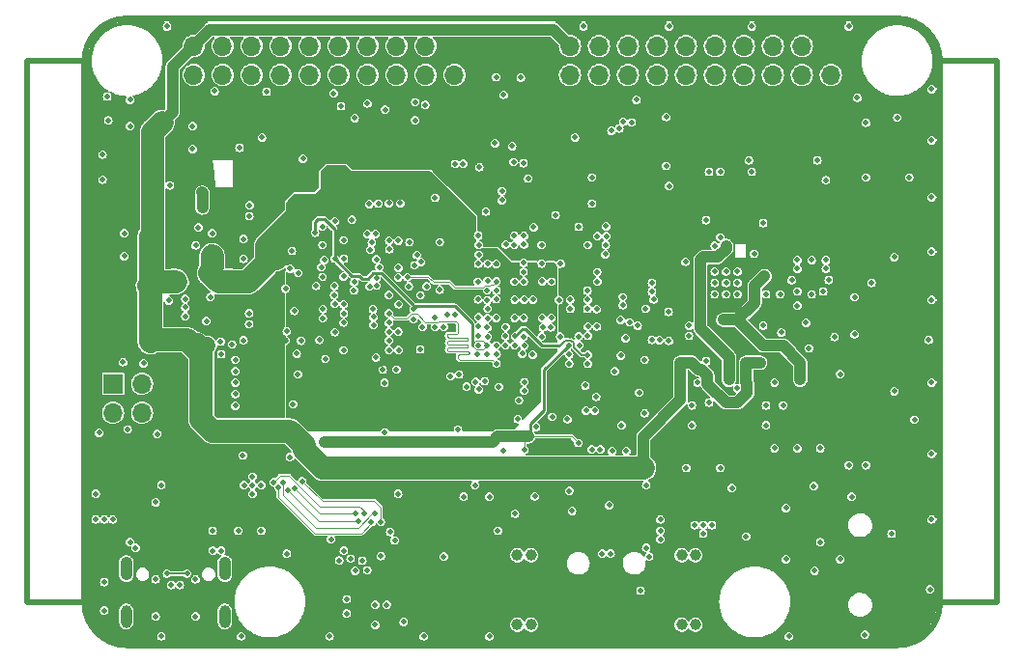
<source format=gbr>
%TF.GenerationSoftware,KiCad,Pcbnew,(6.0.1-0)*%
%TF.CreationDate,2022-12-27T13:33:36-05:00*%
%TF.ProjectId,EX-PCB-10108-001,45582d50-4342-42d3-9130-3130382d3030,A*%
%TF.SameCoordinates,Original*%
%TF.FileFunction,Copper,L3,Inr*%
%TF.FilePolarity,Positive*%
%FSLAX46Y46*%
G04 Gerber Fmt 4.6, Leading zero omitted, Abs format (unit mm)*
G04 Created by KiCad (PCBNEW (6.0.1-0)) date 2022-12-27 13:33:36*
%MOMM*%
%LPD*%
G01*
G04 APERTURE LIST*
%TA.AperFunction,Profile*%
%ADD10C,0.500000*%
%TD*%
%TA.AperFunction,ComponentPad*%
%ADD11R,1.700000X1.700000*%
%TD*%
%TA.AperFunction,ComponentPad*%
%ADD12O,1.700000X1.700000*%
%TD*%
%TA.AperFunction,ComponentPad*%
%ADD13C,1.000000*%
%TD*%
%TA.AperFunction,ComponentPad*%
%ADD14O,1.050000X2.100000*%
%TD*%
%TA.AperFunction,ComponentPad*%
%ADD15O,1.000000X2.000000*%
%TD*%
%TA.AperFunction,ComponentPad*%
%ADD16C,0.500000*%
%TD*%
%TA.AperFunction,ViaPad*%
%ADD17C,0.500000*%
%TD*%
%TA.AperFunction,Conductor*%
%ADD18C,1.000000*%
%TD*%
%TA.AperFunction,Conductor*%
%ADD19C,2.000000*%
%TD*%
%TA.AperFunction,Conductor*%
%ADD20C,1.500000*%
%TD*%
%TA.AperFunction,Conductor*%
%ADD21C,0.250000*%
%TD*%
%TA.AperFunction,Conductor*%
%ADD22C,0.150000*%
%TD*%
%TA.AperFunction,Conductor*%
%ADD23C,0.200000*%
%TD*%
%TA.AperFunction,Conductor*%
%ADD24C,0.125000*%
%TD*%
%TA.AperFunction,Conductor*%
%ADD25C,0.115000*%
%TD*%
G04 APERTURE END LIST*
D10*
X46450000Y-85300000D02*
X46450000Y-132800000D01*
X46450000Y-132800000D02*
G75*
G03*
X50200000Y-136550000I3750001J1D01*
G01*
X126450000Y-85300000D02*
X126450000Y-132800000D01*
X121450000Y-85300000D02*
G75*
G03*
X117700000Y-81550000I-3750001J-1D01*
G01*
X121450000Y-85300000D02*
X121450000Y-132800000D01*
X121450000Y-132800000D02*
X126450000Y-132800000D01*
X117700000Y-136550000D02*
X50200000Y-136550000D01*
X41450000Y-132800000D02*
X46450000Y-132800000D01*
X117700000Y-136550000D02*
G75*
G03*
X121450000Y-132800000I-1J3750001D01*
G01*
X126450000Y-85300000D02*
X121450000Y-85300000D01*
X50200000Y-81550000D02*
G75*
G03*
X46450000Y-85300000I1J-3750001D01*
G01*
X41450000Y-85300000D02*
X46450000Y-85300000D01*
X41450000Y-85300000D02*
X41450000Y-132800000D01*
X117700000Y-81550000D02*
X50200000Y-81550000D01*
D11*
X111880000Y-83980000D03*
D12*
X111880000Y-86520000D03*
X109340000Y-83980000D03*
X109340000Y-86520000D03*
X106800000Y-83980000D03*
X106800000Y-86520000D03*
X104260000Y-83980000D03*
X104260000Y-86520000D03*
X101720000Y-83980000D03*
X101720000Y-86520000D03*
X99180000Y-83980000D03*
X99180000Y-86520000D03*
X96640000Y-83980000D03*
X96640000Y-86520000D03*
X94100000Y-83980000D03*
X94100000Y-86520000D03*
X91560000Y-83980000D03*
X91560000Y-86520000D03*
X89020000Y-83980000D03*
X89020000Y-86520000D03*
D11*
X78880000Y-83980000D03*
D12*
X78880000Y-86520000D03*
X76340000Y-83980000D03*
X76340000Y-86520000D03*
X73800000Y-83980000D03*
X73800000Y-86520000D03*
X71260000Y-83980000D03*
X71260000Y-86520000D03*
X68720000Y-83980000D03*
X68720000Y-86520000D03*
X66180000Y-83980000D03*
X66180000Y-86520000D03*
X63640000Y-83980000D03*
X63640000Y-86520000D03*
X61100000Y-83980000D03*
X61100000Y-86520000D03*
X58560000Y-83980000D03*
X58560000Y-86520000D03*
X56020000Y-83980000D03*
X56020000Y-86520000D03*
D13*
X100000000Y-134750000D03*
X98800000Y-128650000D03*
X85600000Y-128650000D03*
X84400000Y-128650000D03*
X84400000Y-134750000D03*
X98800000Y-134750000D03*
X100000000Y-128650000D03*
X85600000Y-134750000D03*
D14*
X58770000Y-129820000D03*
D15*
X50130000Y-134000000D03*
D14*
X50130000Y-129820000D03*
D15*
X58770000Y-134000000D03*
D16*
X103700000Y-104750000D03*
X101700000Y-103750000D03*
X101700000Y-104750000D03*
X102700000Y-104750000D03*
X103700000Y-103750000D03*
X103700000Y-105750000D03*
X102700000Y-105750000D03*
X102700000Y-103750000D03*
X101700000Y-105750000D03*
D11*
X48975000Y-113600000D03*
D12*
X51515000Y-113600000D03*
X48975000Y-116140000D03*
X51515000Y-116140000D03*
D17*
X81000000Y-107762467D03*
X80985632Y-109392490D03*
X83349998Y-109425000D03*
X84175000Y-106225000D03*
X84175000Y-107825000D03*
X85775000Y-106225000D03*
X84834988Y-110956490D03*
X86650000Y-108650000D03*
X87350000Y-108650000D03*
X86550000Y-109450000D03*
X84950000Y-109450000D03*
X84450000Y-116700000D03*
X67050000Y-109750000D03*
X65175000Y-112775000D03*
X79291743Y-112784562D03*
X80923436Y-111027100D03*
X84950002Y-103800000D03*
X84149996Y-104649996D03*
X84951243Y-103001243D03*
X90360541Y-113752839D03*
X73144696Y-105807655D03*
X73999118Y-106616832D03*
X72007510Y-111300000D03*
X73963466Y-109025000D03*
X75300000Y-107950000D03*
X75388154Y-103211846D03*
X74950000Y-101192490D03*
X74150000Y-97750000D03*
X80942495Y-104647889D03*
X64650000Y-101950000D03*
X69175000Y-110650000D03*
X69200000Y-107425000D03*
X71525000Y-101825000D03*
X67350000Y-107855024D03*
X68407510Y-109073618D03*
X68375000Y-105025000D03*
X67325000Y-99800000D03*
X67475002Y-102750000D03*
X67575000Y-111425000D03*
X67350000Y-107040012D03*
X67325000Y-101425000D03*
X82600000Y-111000000D03*
X47450000Y-125500000D03*
X48200000Y-125500000D03*
X48950000Y-125500000D03*
X60900000Y-107420000D03*
X60900000Y-108370000D03*
X109700000Y-108250000D03*
X80964484Y-100587490D03*
X95700000Y-128000000D03*
X64750000Y-115400000D03*
X108200000Y-135750000D03*
X112700000Y-112750000D03*
X92700000Y-119500000D03*
X120450000Y-109750000D03*
X74450000Y-134500000D03*
X64200000Y-128500000D03*
X76200000Y-135750000D03*
X96950000Y-126500000D03*
X60400000Y-102650000D03*
X64860000Y-107210000D03*
X102200000Y-121000000D03*
X110375000Y-122575000D03*
X59700000Y-111500000D03*
X95554994Y-116187510D03*
X84200000Y-125000000D03*
X96200000Y-104750000D03*
X90200000Y-82250000D03*
X87450000Y-116500000D03*
X101200000Y-115250000D03*
X100200000Y-113500000D03*
X95200000Y-131750000D03*
X111700000Y-104500000D03*
X59690000Y-115530000D03*
X81950000Y-123500000D03*
X53850000Y-106300000D03*
X89030551Y-106221806D03*
X92181999Y-99787490D03*
X100950000Y-111600000D03*
X56225000Y-101450000D03*
X60200000Y-135750000D03*
X103700000Y-114000000D03*
X64100000Y-105250000D03*
X59400000Y-110150000D03*
X62025000Y-92000000D03*
X53950000Y-96200000D03*
X108950000Y-105500000D03*
X95950000Y-128750000D03*
X68070000Y-127250000D03*
X80700000Y-122500000D03*
X60910000Y-98890000D03*
X69450000Y-133750000D03*
X51650000Y-111800000D03*
X50450000Y-91000000D03*
X90584263Y-108574989D03*
X89450000Y-92000000D03*
X107950000Y-129000000D03*
X91400978Y-103798391D03*
X95080000Y-114380000D03*
X48050000Y-93500000D03*
X48550000Y-90500000D03*
X111200000Y-105500000D03*
X88197515Y-103062509D03*
X90575000Y-111850000D03*
X106950000Y-113500000D03*
X73950000Y-123250000D03*
X90950000Y-95500000D03*
X106200000Y-117250000D03*
X88800000Y-116700000D03*
X64200000Y-108990000D03*
X120700000Y-113500000D03*
X113450000Y-120750000D03*
X49950000Y-100400000D03*
X53700000Y-82250000D03*
X87750000Y-98800000D03*
X96950000Y-127250000D03*
X50450000Y-88700000D03*
X99450000Y-108500000D03*
X110200000Y-105750000D03*
X55950000Y-91000000D03*
X81950000Y-135750000D03*
X104450000Y-127000000D03*
X89780000Y-99830000D03*
X112200000Y-109500000D03*
X120700000Y-106250000D03*
X72800000Y-117849990D03*
X117450000Y-114250000D03*
X59950000Y-126500000D03*
X86520052Y-101429995D03*
X83200000Y-88250000D03*
X90950000Y-97800000D03*
X81650000Y-98500000D03*
X85825000Y-99875000D03*
X82700000Y-126500000D03*
X92937457Y-112497399D03*
X52700000Y-124000000D03*
X113950000Y-109250000D03*
X75450000Y-88900000D03*
X65442630Y-109830918D03*
X114860000Y-135610000D03*
X56450000Y-99900000D03*
X96200000Y-105500000D03*
X120700000Y-119750000D03*
X52700000Y-134000000D03*
X48450000Y-88400000D03*
X90575000Y-101425000D03*
X58450000Y-111000000D03*
X93480658Y-111124538D03*
X47750000Y-117900000D03*
X49950000Y-102400000D03*
X89039948Y-107029994D03*
X60400000Y-109800000D03*
X95700000Y-122500000D03*
X107700000Y-115500000D03*
X110950000Y-127500000D03*
X79199673Y-117621969D03*
X99200000Y-121000000D03*
X96950000Y-125500000D03*
X60050000Y-92900000D03*
X92450000Y-124250000D03*
X120580000Y-131640000D03*
X68790000Y-129110000D03*
X71950000Y-134750000D03*
X56200000Y-134000000D03*
X77950000Y-128750000D03*
X65075000Y-110950012D03*
X96200000Y-109750000D03*
X84145442Y-100606948D03*
X57500021Y-106000012D03*
X120700000Y-125500000D03*
X113950000Y-106000000D03*
X68950000Y-89250000D03*
X105950000Y-108500000D03*
X57140000Y-108110000D03*
X113700000Y-123500000D03*
X75892150Y-110582150D03*
X59700000Y-114500000D03*
X112700000Y-129000000D03*
X55950000Y-93000000D03*
X49850000Y-111700000D03*
X48050000Y-95700000D03*
X60930000Y-97940000D03*
X47450000Y-123250000D03*
X57875000Y-87925000D03*
X50250000Y-117600000D03*
X73250000Y-126600000D03*
X53200000Y-135750000D03*
X93950000Y-119500000D03*
X93533311Y-117247490D03*
X61950000Y-126500000D03*
X67950000Y-135750000D03*
X70200000Y-130000000D03*
X65200000Y-103875000D03*
X79700000Y-123500000D03*
X119200000Y-116750000D03*
X103200000Y-122750000D03*
X59700000Y-112500000D03*
X52850000Y-118000000D03*
X86536439Y-103062510D03*
X48200000Y-133500000D03*
X91312510Y-114750000D03*
X109950000Y-110500000D03*
X59700000Y-113500000D03*
X110950000Y-119250000D03*
X99700000Y-117250000D03*
X95550000Y-111500000D03*
X69450000Y-132500000D03*
X85350000Y-95600000D03*
X88944989Y-111839545D03*
X95950000Y-120500000D03*
X94950000Y-120500000D03*
X95450000Y-119250000D03*
X95450000Y-118500000D03*
X52700000Y-100900000D03*
X52450000Y-102900000D03*
X53200000Y-100400000D03*
X57200000Y-110250000D03*
X98700000Y-111750000D03*
X95450000Y-120000000D03*
X51705000Y-103195000D03*
X53200000Y-101400000D03*
X56700000Y-111000000D03*
X52450000Y-100150000D03*
X53200000Y-102400000D03*
X55275000Y-104675000D03*
X51705000Y-99605000D03*
X54708540Y-104109173D03*
X104450000Y-111750000D03*
X86050000Y-117400000D03*
X99700000Y-111750000D03*
X105700000Y-111750000D03*
X52700000Y-101900000D03*
X54700000Y-105250000D03*
X65699990Y-118999990D03*
X95450000Y-121000000D03*
X56450000Y-110250000D03*
X84218902Y-109439227D03*
X90575000Y-111075010D03*
X57650000Y-100400000D03*
X58400000Y-109900000D03*
X85970001Y-105460000D03*
X71000000Y-103900000D03*
X73146362Y-106606044D03*
X74902057Y-102307510D03*
X73981440Y-107451061D03*
X73175000Y-103450008D03*
X68393161Y-104206839D03*
X69950000Y-106650000D03*
X73975000Y-109825000D03*
X83375000Y-107825000D03*
X83375000Y-106225000D03*
X83375000Y-104625000D03*
X64477521Y-99125000D03*
X68742490Y-112550000D03*
X75162181Y-100631247D03*
X87375000Y-105425000D03*
X67575000Y-110625000D03*
X67350000Y-100625000D03*
X73975000Y-111425000D03*
X67567490Y-109025000D03*
X67125000Y-102025000D03*
X67350000Y-106232510D03*
X56900000Y-103650000D03*
X57650000Y-103400000D03*
X57400000Y-101650000D03*
X87394140Y-106244140D03*
X56900000Y-104400000D03*
X89055010Y-104650000D03*
X88977101Y-109373438D03*
X57050000Y-95050000D03*
X57050000Y-95800000D03*
X103699994Y-117750000D03*
X102200000Y-117750000D03*
X102950000Y-117750000D03*
X115700000Y-115250000D03*
X109949994Y-118000000D03*
X81846408Y-94791082D03*
X117950000Y-109750000D03*
X88962490Y-102225000D03*
X104700000Y-115500000D03*
X57700000Y-93625000D03*
X84991068Y-102267079D03*
X81700000Y-84750000D03*
X81822394Y-100614389D03*
X57050000Y-94275000D03*
X86200000Y-84750000D03*
X108450000Y-118000000D03*
X88700000Y-94500000D03*
X87200000Y-94500000D03*
X86450000Y-93250000D03*
X76950000Y-129750000D03*
X97450000Y-114250000D03*
X82563901Y-103087522D03*
X89800000Y-107025000D03*
X78450000Y-131000000D03*
X109200000Y-118000000D03*
X105700000Y-121500000D03*
X64102510Y-109800000D03*
X84975000Y-104625000D03*
X85000000Y-106225000D03*
X86575000Y-107825000D03*
X87375000Y-107825000D03*
X84975000Y-107825000D03*
X88049990Y-106260057D03*
X88150000Y-109450000D03*
X89839950Y-110229992D03*
X87400000Y-104650000D03*
X86600000Y-104600000D03*
X75300000Y-107050000D03*
X81775000Y-110225000D03*
X68400000Y-102625000D03*
X66675000Y-100350000D03*
X81780000Y-109489961D03*
X70075000Y-105425000D03*
X70100000Y-104675000D03*
X66765728Y-105012811D03*
X67225000Y-103375000D03*
X71263617Y-100460044D03*
X68350004Y-105825000D03*
X80975000Y-108577479D03*
X72070394Y-104996702D03*
X69175007Y-104187779D03*
X67329800Y-104233033D03*
X64499994Y-103500000D03*
X71430092Y-97842490D03*
X81782510Y-104576801D03*
X69175000Y-108225000D03*
X85027479Y-113446250D03*
X85000008Y-114200000D03*
X68400000Y-106600000D03*
X84550000Y-115050000D03*
X69175000Y-106625000D03*
X71800000Y-107750000D03*
X84175000Y-110224998D03*
X71749994Y-107050000D03*
X82780741Y-113880741D03*
X71800006Y-108450000D03*
X83375000Y-110225000D03*
X73157855Y-107421056D03*
X82575000Y-111825000D03*
X82550014Y-110225000D03*
X78549998Y-112950000D03*
X72051422Y-104350010D03*
X83375000Y-108625004D03*
X71955654Y-100460045D03*
X82553407Y-107830176D03*
X81800000Y-107000000D03*
X69200002Y-102625000D03*
X74757692Y-104247843D03*
X82572369Y-104629075D03*
X73145314Y-108236067D03*
X81557005Y-113377003D03*
X73159989Y-109043151D03*
X81016261Y-114091261D03*
X73799992Y-112350000D03*
X81750000Y-111025000D03*
X71450381Y-105057737D03*
X81775000Y-108655023D03*
X71640949Y-101203887D03*
X81802576Y-107840012D03*
X81775000Y-106272522D03*
X69193161Y-101006839D03*
X82539117Y-106189117D03*
X77200002Y-97300000D03*
X68425000Y-99350000D03*
X72210613Y-97800000D03*
X82575000Y-105425000D03*
X73166576Y-110640113D03*
X80741993Y-113425000D03*
X79950000Y-113850000D03*
X73150000Y-109800000D03*
X80950000Y-110212089D03*
X73995017Y-110641784D03*
X69900000Y-99200000D03*
X80964085Y-106207456D03*
X73150000Y-97750000D03*
X81749936Y-105392444D03*
X76100000Y-108600000D03*
X73974999Y-104262214D03*
X77950003Y-108599997D03*
X75953074Y-102922997D03*
X78250170Y-107535014D03*
X73162247Y-101037013D03*
X75908195Y-105838089D03*
X72050000Y-102675000D03*
X72610160Y-112363696D03*
X72758081Y-113509979D03*
X77202448Y-108615011D03*
X74900002Y-105050000D03*
X77200000Y-107800000D03*
X73975000Y-103425000D03*
X78950000Y-107519729D03*
X73975000Y-101050000D03*
X73188619Y-101792490D03*
X76457510Y-105050000D03*
X75600000Y-102307510D03*
X72304846Y-103374990D03*
X77600000Y-105350000D03*
X77600000Y-101175000D03*
X90575000Y-109400000D03*
X108450000Y-104500000D03*
X85008768Y-110258768D03*
X85750000Y-111050000D03*
X83150000Y-119500000D03*
X64464924Y-120045084D03*
X60350000Y-119900000D03*
X89750000Y-118800000D03*
X85000000Y-119400000D03*
X67300000Y-118700000D03*
X88925000Y-110225002D03*
X60400000Y-100900000D03*
X61200000Y-121750000D03*
X61200000Y-123250000D03*
X61950000Y-122500000D03*
X60450000Y-122500000D03*
X58450000Y-128250000D03*
X50450000Y-127500000D03*
X57700000Y-128250000D03*
X61200000Y-122500000D03*
X50950000Y-128000000D03*
X53200000Y-122500000D03*
X99950000Y-126000000D03*
X101450000Y-126000000D03*
X100700000Y-126750000D03*
X100700000Y-126000000D03*
X71950000Y-133000000D03*
X72950000Y-133000000D03*
X82550000Y-86699996D03*
X84700000Y-86750000D03*
X84987086Y-101379535D03*
X79650000Y-94300000D03*
X81025000Y-102275000D03*
X53700000Y-130250000D03*
X54075000Y-131250000D03*
X55450000Y-130250000D03*
X54825000Y-131250000D03*
X56797353Y-97480375D03*
X56775000Y-96825000D03*
X56800000Y-98150000D03*
X55300010Y-107689050D03*
X55300010Y-106145709D03*
X55300010Y-106900000D03*
X88950000Y-123000000D03*
X89200000Y-124750000D03*
X85925000Y-123475000D03*
X109200000Y-112500000D03*
X106075022Y-104144006D03*
X109200000Y-113250000D03*
X102450000Y-108000000D03*
X103200000Y-108000000D03*
X109200000Y-111750000D03*
X63469029Y-122693891D03*
X71612282Y-125736280D03*
X102700000Y-101500000D03*
X102949986Y-113250000D03*
X102950000Y-112500000D03*
X102950000Y-111750000D03*
X88944989Y-111026219D03*
X117700000Y-90250000D03*
X118750000Y-95500000D03*
X111450000Y-102750000D03*
X110200000Y-102750000D03*
X97700000Y-82250000D03*
X100950000Y-99250000D03*
X104950000Y-82250000D03*
X111450000Y-95750000D03*
X97700000Y-96250000D03*
X114200000Y-88500000D03*
X110700000Y-94000000D03*
X111450000Y-103500000D03*
X102200000Y-95000000D03*
X120700000Y-92250000D03*
X105950000Y-99500000D03*
X104700000Y-94000000D03*
X97450000Y-94500000D03*
X120700000Y-102000000D03*
X102200000Y-100750000D03*
X113450000Y-82250000D03*
X105150000Y-102200000D03*
X97450000Y-90200000D03*
X114950000Y-90700000D03*
X99150000Y-102900000D03*
X117450000Y-102500000D03*
X108950000Y-102750000D03*
X120700000Y-97250000D03*
X108950000Y-103500000D03*
X120700000Y-87750000D03*
X114950000Y-95500000D03*
X101700000Y-101500000D03*
X101200000Y-95000000D03*
X57700000Y-126500000D03*
X107950000Y-124500000D03*
X48200000Y-131000000D03*
X110450000Y-130000000D03*
X117200000Y-126750000D03*
X104950000Y-95000000D03*
X80975000Y-103075000D03*
X81070052Y-94598104D03*
X91375000Y-108575000D03*
X94250000Y-108200000D03*
X94850000Y-88700000D03*
X93337490Y-91200000D03*
X76325000Y-89125000D03*
X92650000Y-91400000D03*
X72825000Y-89550000D03*
X95641674Y-107025052D03*
X97674966Y-109837490D03*
X96849954Y-109777035D03*
X93650000Y-106700000D03*
X106950000Y-119250000D03*
X108950000Y-119250000D03*
X90575000Y-106225000D03*
X99450000Y-109400000D03*
X91675000Y-119349990D03*
X90925000Y-119349990D03*
X90425000Y-115950000D03*
X91175000Y-115950000D03*
X93900000Y-109600000D03*
X106200000Y-105750000D03*
X93450000Y-108000000D03*
X107450000Y-105750000D03*
X114950000Y-120750000D03*
X92120050Y-102229996D03*
X52700000Y-130750000D03*
X56200000Y-130750000D03*
X70820099Y-129128386D03*
X71240000Y-129959998D03*
X72442185Y-128715876D03*
X73650000Y-127350000D03*
X69200000Y-128250000D03*
X69791639Y-128941636D03*
X84120050Y-101429994D03*
X82450000Y-92500000D03*
X84066369Y-94144506D03*
X71950000Y-125000000D03*
X63881539Y-122250000D03*
X65550000Y-122150000D03*
X83050000Y-97500000D03*
X72437294Y-125722191D03*
X70950000Y-125000000D03*
X83950000Y-92750000D03*
X84990002Y-100610000D03*
X84950000Y-94250000D03*
X63037490Y-122250000D03*
X64294049Y-122933753D03*
X70483312Y-125633310D03*
X83387501Y-101378686D03*
X70200000Y-125000000D03*
X64864566Y-122747944D03*
X83050000Y-96700000D03*
X90550000Y-105425000D03*
X96350006Y-106200000D03*
X97658311Y-107291689D03*
X91350000Y-107050000D03*
X71259996Y-89015004D03*
X93650000Y-106000000D03*
X93675000Y-90625000D03*
X90550000Y-107025000D03*
X94425000Y-90675000D03*
X62425000Y-87975000D03*
X68307490Y-88120811D03*
X78950000Y-94312510D03*
X70150000Y-90300000D03*
X75450000Y-90500000D03*
X81025000Y-101425000D03*
X81808767Y-103058767D03*
X65625000Y-93850000D03*
X91425000Y-104625000D03*
X89775000Y-109450000D03*
X108950000Y-106750000D03*
X94950000Y-108500000D03*
X107550000Y-109100000D03*
X91825000Y-128500000D03*
X92575000Y-128500000D03*
X92200000Y-100650000D03*
X106200000Y-115500000D03*
X91400000Y-100650000D03*
X99700000Y-115500000D03*
X115450000Y-104750000D03*
X92151248Y-101401248D03*
D18*
X102700000Y-115250000D02*
X101050001Y-113600001D01*
X104550001Y-113591999D02*
X104550001Y-114399999D01*
D19*
X52082748Y-105017252D02*
X52450000Y-104650000D01*
D18*
X98700000Y-115000000D02*
X95450000Y-118250000D01*
D19*
X56700000Y-111000000D02*
X56700000Y-116750000D01*
X52450000Y-102900000D02*
X52450000Y-104650000D01*
X55450000Y-109750000D02*
X56700000Y-111000000D01*
X52950000Y-109750000D02*
X55450000Y-109750000D01*
D18*
X54200000Y-85800000D02*
X54200000Y-89750000D01*
X87569999Y-82529999D02*
X89020000Y-83980000D01*
D19*
X65699990Y-118999990D02*
X65699990Y-118999990D01*
D18*
X95450000Y-118250000D02*
X95450000Y-121000000D01*
X54200000Y-89750000D02*
X53450000Y-90500000D01*
D19*
X65699990Y-118999990D02*
X65699990Y-119362745D01*
X57700000Y-117750000D02*
X64450000Y-117750000D01*
D18*
X101050001Y-112850001D02*
X100550001Y-112350001D01*
X56020000Y-83980000D02*
X57470001Y-82529999D01*
X104450000Y-113491998D02*
X104550001Y-113591999D01*
X100300001Y-112350001D02*
X99700000Y-111750000D01*
X99700000Y-111750000D02*
X98700000Y-111750000D01*
X105700000Y-111750000D02*
X104450000Y-111750000D01*
D19*
X52450000Y-91500000D02*
X53250000Y-90700000D01*
D20*
X56700000Y-110250000D02*
X57200000Y-110250000D01*
D18*
X103700000Y-115250000D02*
X102700000Y-115250000D01*
D19*
X67337245Y-121000000D02*
X95450000Y-121000000D01*
X56700000Y-116750000D02*
X57700000Y-117750000D01*
D18*
X56020000Y-83980000D02*
X54200000Y-85800000D01*
D20*
X56400011Y-109950011D02*
X56700000Y-110250000D01*
D19*
X52450000Y-100150000D02*
X52450000Y-91500000D01*
X52450000Y-102900000D02*
X52450000Y-100150000D01*
X52250000Y-100650000D02*
X52250000Y-109900000D01*
D18*
X100550001Y-112350001D02*
X100300001Y-112350001D01*
X98700000Y-111750000D02*
X98700000Y-115000000D01*
X104550001Y-114399999D02*
X103700000Y-115250000D01*
X57470001Y-82529999D02*
X87569999Y-82529999D01*
D19*
X65699990Y-119362745D02*
X67337245Y-121000000D01*
D18*
X101050001Y-113600001D02*
X101050001Y-112850001D01*
D19*
X54450000Y-104632748D02*
X53050000Y-104700000D01*
D18*
X104450000Y-111750000D02*
X104450000Y-113491998D01*
D19*
X64450000Y-117750000D02*
X65699990Y-118999990D01*
D21*
X84833129Y-108825000D02*
X85125000Y-108825000D01*
X84218902Y-109439227D02*
X84833129Y-108825000D01*
X86525000Y-110225000D02*
X88125000Y-110225000D01*
X85125000Y-108825000D02*
X86525000Y-110225000D01*
D22*
X90025010Y-111075010D02*
X90575000Y-111075010D01*
D23*
X88125000Y-110225000D02*
X88150000Y-110225000D01*
X88150000Y-110225000D02*
X88575000Y-109800000D01*
D22*
X89350001Y-110400001D02*
X90025010Y-111075010D01*
X89350001Y-110021001D02*
X89350001Y-110400001D01*
D23*
X88575000Y-109800000D02*
X88775000Y-109800000D01*
D22*
X88775000Y-109800000D02*
X89129000Y-109800000D01*
X89129000Y-109800000D02*
X89350001Y-110021001D01*
D21*
X86005001Y-105425000D02*
X85970001Y-105460000D01*
X85970001Y-105091430D02*
X85970001Y-105106447D01*
X85970001Y-105106447D02*
X85970001Y-105460000D01*
X85800000Y-104921429D02*
X85970001Y-105091430D01*
X87375000Y-105425000D02*
X86005001Y-105425000D01*
X83375000Y-107825000D02*
X83375000Y-106225000D01*
X83375000Y-106225000D02*
X83375000Y-104625000D01*
X83375000Y-104625000D02*
X83878768Y-104121232D01*
X66650000Y-101125000D02*
X66477521Y-101125000D01*
X75162181Y-100631247D02*
X75162181Y-98009179D01*
X64727520Y-98875001D02*
X64477521Y-99125000D01*
X66327522Y-97274999D02*
X64727520Y-98875001D01*
X66477521Y-101125000D02*
X64727520Y-99374999D01*
X75162181Y-98009179D02*
X74428001Y-97274999D01*
X74428001Y-97274999D02*
X66327522Y-97274999D01*
X68742490Y-112196447D02*
X68742490Y-112550000D01*
X68992489Y-112300001D02*
X68742490Y-112550000D01*
X72928010Y-111425000D02*
X72428005Y-111925005D01*
X69367485Y-111925005D02*
X68992489Y-112300001D01*
X72428005Y-111925005D02*
X69367485Y-111925005D01*
X67575000Y-110625000D02*
X68742490Y-111792490D01*
X68742490Y-111792490D02*
X68742490Y-112196447D01*
X73975000Y-111425000D02*
X72928010Y-111425000D01*
X66850000Y-101125000D02*
X67350000Y-100625000D01*
X66650000Y-101550000D02*
X67125000Y-102025000D01*
X66650000Y-101125000D02*
X66650000Y-101550000D01*
X66650000Y-101125000D02*
X66850000Y-101125000D01*
X66650000Y-101550000D02*
X66650000Y-104225000D01*
X67350000Y-104925000D02*
X67350000Y-106232510D01*
X66650000Y-104225000D02*
X67350000Y-104925000D01*
X67350000Y-106232510D02*
X66725000Y-106857510D01*
X66725000Y-108182510D02*
X67567490Y-109025000D01*
X66725000Y-106857510D02*
X66725000Y-108182510D01*
X67567490Y-110617490D02*
X67575000Y-110625000D01*
X67567490Y-109025000D02*
X67567490Y-110617490D01*
D19*
X63200000Y-102250000D02*
X63299999Y-102250000D01*
X62450000Y-101500000D02*
X63075000Y-100875000D01*
X63075000Y-100875000D02*
X64651261Y-99298739D01*
X62450000Y-103000000D02*
X63200000Y-102250000D01*
D21*
X64727520Y-99374999D02*
X64651261Y-99298739D01*
D19*
X63299999Y-102250000D02*
X63299999Y-102598001D01*
D21*
X78300000Y-102950000D02*
X78300000Y-101150000D01*
D19*
X62450000Y-103000000D02*
X62450000Y-101500000D01*
D21*
X77781247Y-100631247D02*
X75515734Y-100631247D01*
D19*
X60800000Y-104650000D02*
X62450000Y-103000000D01*
X63200000Y-101000000D02*
X63075000Y-100875000D01*
X58243102Y-104650000D02*
X60800000Y-104650000D01*
X57650000Y-103400000D02*
X57650000Y-102400000D01*
D21*
X64651261Y-99298739D02*
X64477521Y-99125000D01*
X75515734Y-100631247D02*
X75162181Y-100631247D01*
D19*
X57452551Y-103859449D02*
X58243102Y-104650000D01*
D21*
X78300000Y-101150000D02*
X77781247Y-100631247D01*
D19*
X63200000Y-102250000D02*
X63200000Y-101000000D01*
D24*
X88977101Y-109373438D02*
X88977101Y-107847899D01*
X89800000Y-107025000D02*
X89800000Y-107378553D01*
X64102510Y-109800000D02*
X63310000Y-109800000D01*
X88300000Y-107250000D02*
X88300000Y-106875000D01*
X88575000Y-105130010D02*
X89055010Y-104650000D01*
X84991068Y-102267079D02*
X88920411Y-102267079D01*
X89800000Y-107378553D02*
X89478553Y-107700000D01*
X88920411Y-102267079D02*
X88962490Y-102225000D01*
X88750000Y-107700000D02*
X88300000Y-107250000D01*
X88300000Y-106875000D02*
X88575000Y-106600000D01*
X89478553Y-107700000D02*
X88750000Y-107700000D01*
X88977101Y-107847899D02*
X89800000Y-107025000D01*
X88575000Y-106600000D02*
X88575000Y-105130010D01*
D21*
X84975000Y-106200000D02*
X85000000Y-106225000D01*
X85000000Y-107800000D02*
X84975000Y-107825000D01*
X68400000Y-102625000D02*
X69903001Y-104128001D01*
X69903001Y-104128001D02*
X70524999Y-104128001D01*
X72478553Y-103875000D02*
X75300000Y-106696447D01*
X75300000Y-106696447D02*
X75300000Y-107050000D01*
X71778002Y-103875000D02*
X72478553Y-103875000D01*
X71278001Y-104375001D02*
X71778002Y-103875000D01*
X70771999Y-104375001D02*
X71278001Y-104375001D01*
X70524999Y-104128001D02*
X70771999Y-104375001D01*
D25*
X81354588Y-109804588D02*
X80757294Y-109804588D01*
X80425000Y-110136882D02*
X80425000Y-110275000D01*
X81775000Y-110225000D02*
X81354588Y-109804588D01*
X80757294Y-109804588D02*
X80425000Y-110136882D01*
X81775000Y-110225000D02*
X81380401Y-110619599D01*
X81380401Y-110619599D02*
X80769599Y-110619599D01*
X80769599Y-110619599D02*
X80425000Y-110275000D01*
D21*
X80425000Y-110275000D02*
X80425000Y-108291727D01*
X78933274Y-106800001D02*
X75549999Y-106800001D01*
X80425000Y-108291727D02*
X78933274Y-106800001D01*
X75549999Y-106800001D02*
X75300000Y-107050000D01*
X66675000Y-99425000D02*
X66675000Y-100350000D01*
X66950000Y-99150000D02*
X66675000Y-99425000D01*
X67500000Y-99150000D02*
X66950000Y-99150000D01*
X68400000Y-100050000D02*
X67500000Y-99150000D01*
X68400000Y-102625000D02*
X68400000Y-100050000D01*
D25*
X79200000Y-108300000D02*
X79007501Y-108107501D01*
X73641198Y-107904399D02*
X73407854Y-107671055D01*
X78341988Y-110136239D02*
X78310284Y-110125145D01*
X79143524Y-109207274D02*
X79167275Y-109183523D01*
X78341988Y-109843760D02*
X78375366Y-109840000D01*
X78375366Y-109840000D02*
X79924634Y-109840000D01*
X80059779Y-109755082D02*
X80070873Y-109723378D01*
X78281843Y-109272725D02*
X78310284Y-109254854D01*
X78341988Y-109243760D02*
X78375366Y-109240000D01*
X79256476Y-111072725D02*
X79284917Y-111054854D01*
X80041908Y-110196476D02*
X80018157Y-110172725D01*
X78341988Y-109536239D02*
X78310284Y-109525145D01*
X78258092Y-110083523D02*
X78240221Y-110055082D01*
X78310284Y-110454854D02*
X78341988Y-110443760D01*
X80118157Y-110772725D02*
X80089716Y-110754854D01*
X78240221Y-110524917D02*
X78258092Y-110496476D01*
X78240221Y-110655082D02*
X78229127Y-110623378D01*
X78229127Y-110023378D02*
X78225366Y-109990000D01*
X78240221Y-109324917D02*
X78258092Y-109296476D01*
X80074634Y-110290000D02*
X80070873Y-110256621D01*
X78229127Y-109956621D02*
X78240221Y-109924917D01*
X80170873Y-110923378D02*
X80174634Y-110890000D01*
X79958012Y-109543760D02*
X79924634Y-109540000D01*
X74692499Y-107904399D02*
X73641198Y-107904399D01*
X77395601Y-108207501D02*
X76310603Y-108207501D01*
X80089716Y-110754854D02*
X80058012Y-110743760D01*
X80159779Y-110955082D02*
X80170873Y-110923378D01*
X82575000Y-111825000D02*
X82280000Y-111530000D01*
X78240221Y-110055082D02*
X78229127Y-110023378D01*
X80170873Y-110856621D02*
X80159779Y-110824917D01*
X78310284Y-109525145D02*
X78281843Y-109507274D01*
X78281843Y-109872725D02*
X78310284Y-109854854D01*
X75104399Y-107492499D02*
X74692499Y-107904399D01*
X79958012Y-110143760D02*
X79924634Y-110140000D01*
X80089716Y-111025145D02*
X80118157Y-111007274D01*
X79989716Y-109554854D02*
X79958012Y-109543760D01*
X80141908Y-110983523D02*
X80159779Y-110955082D01*
X78258092Y-109296476D02*
X78281843Y-109272725D01*
X80024634Y-111040000D02*
X80058012Y-111036239D01*
X80118157Y-111007274D02*
X80141908Y-110983523D01*
X82280000Y-111530000D02*
X79370000Y-111530000D01*
X80070873Y-110256621D02*
X80059779Y-110224917D01*
X80070873Y-109656621D02*
X80059779Y-109624917D01*
X79316621Y-111043760D02*
X79350000Y-111040000D01*
X79050000Y-109240000D02*
X79083379Y-109236239D01*
X79924634Y-109840000D02*
X79958012Y-109836239D01*
X77495601Y-108107501D02*
X77395601Y-108207501D01*
X79350000Y-111040000D02*
X80024634Y-111040000D01*
X78229127Y-110556621D02*
X78240221Y-110524917D01*
X79115083Y-109225145D02*
X79143524Y-109207274D01*
X80058012Y-110743760D02*
X80024634Y-110740000D01*
X79083379Y-109236239D02*
X79115083Y-109225145D01*
X78375366Y-110440000D02*
X79924634Y-110440000D01*
X79200000Y-111190000D02*
X79203760Y-111156621D01*
X80058012Y-111036239D02*
X80089716Y-111025145D01*
X78258092Y-109896476D02*
X78281843Y-109872725D01*
X79924634Y-110140000D02*
X78375366Y-110140000D01*
X80070873Y-109723378D02*
X80074634Y-109690000D01*
X80059779Y-110355082D02*
X80070873Y-110323378D01*
X78229127Y-110623378D02*
X78225366Y-110590000D01*
X78375366Y-109240000D02*
X79050000Y-109240000D01*
X78281843Y-110107274D02*
X78258092Y-110083523D01*
X78225366Y-109390000D02*
X78229127Y-109356621D01*
X78310284Y-109854854D02*
X78341988Y-109843760D01*
X80018157Y-109807274D02*
X80041908Y-109783523D01*
X78375366Y-110740000D02*
X78341988Y-110736239D01*
X80024634Y-110740000D02*
X78375366Y-110740000D01*
X79989716Y-110425145D02*
X80018157Y-110407274D01*
X80018157Y-109572725D02*
X79989716Y-109554854D01*
X80018157Y-110172725D02*
X79989716Y-110154854D01*
X80041908Y-110383523D02*
X80059779Y-110355082D01*
X78310284Y-110125145D02*
X78281843Y-110107274D01*
X79167275Y-109183523D02*
X79185146Y-109155082D01*
X78281843Y-110707274D02*
X78258092Y-110683523D01*
X78240221Y-109924917D02*
X78258092Y-109896476D01*
X75595601Y-107492499D02*
X75104399Y-107492499D01*
X79958012Y-110436239D02*
X79989716Y-110425145D01*
X79924634Y-109540000D02*
X78375366Y-109540000D01*
X73407854Y-107671055D02*
X73157855Y-107421056D01*
X78258092Y-110683523D02*
X78240221Y-110655082D01*
X78341988Y-110736239D02*
X78310284Y-110725145D01*
X78281843Y-109507274D02*
X78258092Y-109483523D01*
X80059779Y-109624917D02*
X80041908Y-109596476D01*
X79214854Y-111124917D02*
X79232725Y-111096476D01*
X76310603Y-108207501D02*
X75595601Y-107492499D01*
X78229127Y-109423378D02*
X78225366Y-109390000D01*
X80174634Y-110890000D02*
X80170873Y-110856621D01*
X78375366Y-110140000D02*
X78341988Y-110136239D01*
X78281843Y-110472725D02*
X78310284Y-110454854D01*
X78310284Y-110725145D02*
X78281843Y-110707274D01*
X80141908Y-110796476D02*
X80118157Y-110772725D01*
X79958012Y-109836239D02*
X79989716Y-109825145D01*
X78229127Y-109356621D02*
X78240221Y-109324917D01*
X80059779Y-110224917D02*
X80041908Y-110196476D01*
X78258092Y-109483523D02*
X78240221Y-109455082D01*
X80070873Y-110323378D02*
X80074634Y-110290000D01*
X79203760Y-111156621D02*
X79214854Y-111124917D01*
X79989716Y-110154854D02*
X79958012Y-110143760D01*
X80159779Y-110824917D02*
X80141908Y-110796476D01*
X78225366Y-109990000D02*
X78229127Y-109956621D01*
X80018157Y-110407274D02*
X80041908Y-110383523D01*
X79196240Y-109123378D02*
X79200000Y-109090000D01*
X79200000Y-109090000D02*
X79200000Y-108300000D01*
X80041908Y-109596476D02*
X80018157Y-109572725D01*
X78310284Y-109254854D02*
X78341988Y-109243760D01*
X79370000Y-111530000D02*
X79200000Y-111360000D01*
X79989716Y-109825145D02*
X80018157Y-109807274D01*
X80074634Y-109690000D02*
X80070873Y-109656621D01*
X79232725Y-111096476D02*
X79256476Y-111072725D01*
X78258092Y-110496476D02*
X78281843Y-110472725D01*
X78341988Y-110443760D02*
X78375366Y-110440000D01*
X79200000Y-111360000D02*
X79200000Y-111190000D01*
X79924634Y-110440000D02*
X79958012Y-110436239D01*
X78375366Y-109540000D02*
X78341988Y-109536239D01*
X78225366Y-110590000D02*
X78229127Y-110556621D01*
X79284917Y-111054854D02*
X79316621Y-111043760D01*
X79185146Y-109155082D02*
X79196240Y-109123378D01*
X79007501Y-108107501D02*
X77495601Y-108107501D01*
X80041908Y-109783523D02*
X80059779Y-109755082D01*
X78240221Y-109455082D02*
X78229127Y-109423378D01*
X78450000Y-104700000D02*
X78900000Y-105150000D01*
X76600945Y-104247843D02*
X77053102Y-104700000D01*
X77053102Y-104700000D02*
X78450000Y-104700000D01*
X74757692Y-104247843D02*
X76600945Y-104247843D01*
X81565699Y-104984302D02*
X81978111Y-104984302D01*
X82322370Y-104879074D02*
X82572369Y-104629075D01*
X82083339Y-104879074D02*
X82322370Y-104879074D01*
X78900000Y-105150000D02*
X81400001Y-105150000D01*
X81978111Y-104984302D02*
X82083339Y-104879074D01*
X81400001Y-105150000D02*
X81565699Y-104984302D01*
D21*
X86750000Y-112400002D02*
X88675001Y-110475001D01*
X85574999Y-118149999D02*
X85574999Y-117123527D01*
D24*
X85000000Y-118574999D02*
X85350000Y-118224999D01*
X85000000Y-119400000D02*
X85000000Y-118574999D01*
D18*
X82224999Y-118700000D02*
X67550000Y-118700000D01*
X82700000Y-118224999D02*
X82224999Y-118700000D01*
X85350000Y-118224999D02*
X82700000Y-118224999D01*
D21*
X86750000Y-115948526D02*
X86750000Y-112400002D01*
D24*
X89174999Y-118224999D02*
X89750000Y-118800000D01*
D21*
X85574999Y-117123527D02*
X86750000Y-115948526D01*
D24*
X85350000Y-118224999D02*
X89174999Y-118224999D01*
D21*
X88675001Y-110475001D02*
X88925000Y-110225002D01*
D23*
X55450000Y-130250000D02*
X53700000Y-130250000D01*
D18*
X56800000Y-96850000D02*
X56775000Y-96825000D01*
X56800000Y-98150000D02*
X56800000Y-96850000D01*
X107700000Y-110250000D02*
X105950000Y-110250000D01*
X105200000Y-106500000D02*
X105200000Y-105019028D01*
X105950000Y-110250000D02*
X103700000Y-108000000D01*
X103700000Y-108000000D02*
X105200000Y-106500000D01*
X109200000Y-113250000D02*
X109200000Y-111750000D01*
X102450000Y-108000000D02*
X103200000Y-108000000D01*
X105200000Y-105019028D02*
X106075022Y-104144006D01*
X103200000Y-108000000D02*
X103700000Y-108000000D01*
X109200000Y-111750000D02*
X107700000Y-110250000D01*
D24*
X70700000Y-126750000D02*
X66700000Y-126750000D01*
X71612282Y-125736280D02*
X71612282Y-125837718D01*
X66700000Y-126750000D02*
X63469029Y-123519029D01*
X63469029Y-123519029D02*
X63469029Y-122693891D01*
X71612282Y-125837718D02*
X70700000Y-126750000D01*
D18*
X101950000Y-102500000D02*
X102700000Y-101750000D01*
X100700000Y-102500000D02*
X101950000Y-102500000D01*
X102700000Y-101750000D02*
X102700000Y-101500000D01*
X100450000Y-102750000D02*
X100700000Y-102500000D01*
X102949986Y-111249986D02*
X100450000Y-108750000D01*
X102949986Y-113250000D02*
X102949986Y-111249986D01*
X100450000Y-108750000D02*
X100450000Y-102750000D01*
D24*
X63881539Y-123381539D02*
X63881539Y-123131745D01*
X63881539Y-123131745D02*
X63881539Y-122250000D01*
X71950000Y-125000000D02*
X71700000Y-125000000D01*
X66750000Y-126250000D02*
X63881539Y-123381539D01*
X70450000Y-126250000D02*
X66750000Y-126250000D01*
X71700000Y-125000000D02*
X70450000Y-126250000D01*
X72437294Y-124487294D02*
X71850000Y-123900000D01*
X67300000Y-123900000D02*
X65550000Y-122150000D01*
X72437294Y-125722191D02*
X72437294Y-124487294D01*
X71850000Y-123900000D02*
X67300000Y-123900000D01*
X64400000Y-121700000D02*
X67100000Y-124400000D01*
X63037490Y-122250000D02*
X63587490Y-121700000D01*
X70950000Y-124750000D02*
X70950000Y-125000000D01*
X70600000Y-124400000D02*
X70950000Y-124750000D01*
X67100000Y-124400000D02*
X70600000Y-124400000D01*
X63587490Y-121700000D02*
X64400000Y-121700000D01*
X64294049Y-122933753D02*
X66993606Y-125633310D01*
X66993606Y-125633310D02*
X70483312Y-125633310D01*
X70200000Y-125000000D02*
X67116622Y-125000000D01*
X67116622Y-125000000D02*
X64864566Y-122747944D01*
%TA.AperFunction,Conductor*%
G36*
X53495399Y-81817313D02*
G01*
X53520709Y-81861150D01*
X53511919Y-81911000D01*
X53485927Y-81935665D01*
X53486434Y-81936362D01*
X53481727Y-81939781D01*
X53476535Y-81942427D01*
X53392427Y-82026535D01*
X53389783Y-82031724D01*
X53389781Y-82031727D01*
X53341072Y-82127324D01*
X53338426Y-82132518D01*
X53337515Y-82138270D01*
X53337514Y-82138273D01*
X53327420Y-82202010D01*
X53319819Y-82250000D01*
X53320730Y-82255752D01*
X53337514Y-82361727D01*
X53337515Y-82361730D01*
X53338426Y-82367482D01*
X53341071Y-82372673D01*
X53341072Y-82372676D01*
X53389781Y-82468273D01*
X53389783Y-82468276D01*
X53392427Y-82473465D01*
X53476535Y-82557573D01*
X53481724Y-82560217D01*
X53481727Y-82560219D01*
X53577324Y-82608928D01*
X53577327Y-82608929D01*
X53582518Y-82611574D01*
X53588270Y-82612485D01*
X53588273Y-82612486D01*
X53694248Y-82629270D01*
X53700000Y-82630181D01*
X53705752Y-82629270D01*
X53811727Y-82612486D01*
X53811730Y-82612485D01*
X53817482Y-82611574D01*
X53822673Y-82608929D01*
X53822676Y-82608928D01*
X53918273Y-82560219D01*
X53918276Y-82560217D01*
X53923465Y-82557573D01*
X54007573Y-82473465D01*
X54010217Y-82468276D01*
X54010219Y-82468273D01*
X54058928Y-82372676D01*
X54058929Y-82372673D01*
X54061574Y-82367482D01*
X54062485Y-82361730D01*
X54062486Y-82361727D01*
X54079270Y-82255752D01*
X54080181Y-82250000D01*
X54072580Y-82202010D01*
X54062486Y-82138273D01*
X54062485Y-82138270D01*
X54061574Y-82132518D01*
X54058928Y-82127324D01*
X54010219Y-82031727D01*
X54010217Y-82031724D01*
X54007573Y-82026535D01*
X53923465Y-81942427D01*
X53918273Y-81939781D01*
X53913566Y-81936362D01*
X53914299Y-81935352D01*
X53884050Y-81902915D01*
X53881400Y-81852366D01*
X53911863Y-81811939D01*
X53952167Y-81800000D01*
X57220717Y-81800000D01*
X57268283Y-81817313D01*
X57293593Y-81861150D01*
X57284803Y-81911000D01*
X57241362Y-81945062D01*
X57224078Y-81950083D01*
X57224076Y-81950084D01*
X57219611Y-81951381D01*
X57215609Y-81953748D01*
X57215604Y-81953750D01*
X57198981Y-81963581D01*
X57188554Y-81968689D01*
X57170597Y-81975799D01*
X57170594Y-81975801D01*
X57166269Y-81977513D01*
X57162506Y-81980247D01*
X57162504Y-81980248D01*
X57129031Y-82004568D01*
X57123210Y-82008392D01*
X57083581Y-82031829D01*
X57066632Y-82048778D01*
X57057811Y-82056313D01*
X57038414Y-82070405D01*
X57035446Y-82073993D01*
X57009075Y-82105870D01*
X57004383Y-82111027D01*
X56132121Y-82983288D01*
X56086244Y-83004680D01*
X56072065Y-83004557D01*
X56026843Y-82999804D01*
X56023239Y-83000132D01*
X56023238Y-83000132D01*
X55973263Y-83004680D01*
X55836325Y-83017142D01*
X55832852Y-83018164D01*
X55832853Y-83018164D01*
X55656274Y-83070134D01*
X55656270Y-83070136D01*
X55652803Y-83071156D01*
X55563803Y-83117684D01*
X55486475Y-83158110D01*
X55486472Y-83158112D01*
X55483268Y-83159787D01*
X55480450Y-83162053D01*
X55480448Y-83162054D01*
X55336995Y-83277393D01*
X55336992Y-83277396D01*
X55334176Y-83279660D01*
X55331850Y-83282432D01*
X55331848Y-83282434D01*
X55213534Y-83423434D01*
X55213531Y-83423438D01*
X55211207Y-83426208D01*
X55119045Y-83593850D01*
X55061200Y-83776201D01*
X55039876Y-83966314D01*
X55043324Y-84007369D01*
X55045463Y-84032842D01*
X55032192Y-84081691D01*
X55024049Y-84091361D01*
X54332849Y-84782560D01*
X53812308Y-85303101D01*
X53805488Y-85308566D01*
X53805641Y-85308751D01*
X53802051Y-85311721D01*
X53798123Y-85314214D01*
X53755054Y-85360078D01*
X53751575Y-85363782D01*
X53749958Y-85365451D01*
X53729880Y-85385529D01*
X53728461Y-85387359D01*
X53728450Y-85387371D01*
X53725970Y-85390569D01*
X53721442Y-85395870D01*
X53689938Y-85429418D01*
X53687696Y-85433497D01*
X53678393Y-85450419D01*
X53672017Y-85460125D01*
X53660183Y-85475381D01*
X53660180Y-85475386D01*
X53657327Y-85479064D01*
X53655479Y-85483334D01*
X53655478Y-85483336D01*
X53639046Y-85521309D01*
X53635979Y-85527569D01*
X53613803Y-85567908D01*
X53612646Y-85572415D01*
X53607844Y-85591117D01*
X53604082Y-85602104D01*
X53596412Y-85619827D01*
X53596410Y-85619833D01*
X53594562Y-85624104D01*
X53593834Y-85628701D01*
X53593833Y-85628704D01*
X53587361Y-85669572D01*
X53585950Y-85676389D01*
X53574500Y-85720981D01*
X53574500Y-85744949D01*
X53573589Y-85756525D01*
X53569840Y-85780196D01*
X53573833Y-85822434D01*
X53574172Y-85826023D01*
X53574500Y-85832987D01*
X53574500Y-89460257D01*
X53557187Y-89507823D01*
X53552826Y-89512583D01*
X53496750Y-89568659D01*
X53450874Y-89590051D01*
X53432022Y-89589286D01*
X53332805Y-89572416D01*
X53118090Y-89577101D01*
X52908134Y-89622303D01*
X52710514Y-89706392D01*
X52707597Y-89708356D01*
X52707593Y-89708358D01*
X52618599Y-89768273D01*
X52532361Y-89826332D01*
X52528176Y-89830127D01*
X52527550Y-89830753D01*
X51725782Y-90632520D01*
X51716272Y-90640549D01*
X51711230Y-90644126D01*
X51708797Y-90646668D01*
X51708793Y-90646671D01*
X51645748Y-90712529D01*
X51644619Y-90713683D01*
X51616205Y-90742097D01*
X51615089Y-90743448D01*
X51615082Y-90743456D01*
X51610154Y-90749423D01*
X51606552Y-90753473D01*
X51562716Y-90799265D01*
X51560808Y-90802220D01*
X51560804Y-90802225D01*
X51542548Y-90830499D01*
X51537449Y-90837467D01*
X51513779Y-90866130D01*
X51485291Y-90918273D01*
X51483380Y-90921770D01*
X51480619Y-90926411D01*
X51446218Y-90979689D01*
X51444901Y-90982958D01*
X51444900Y-90982959D01*
X51432323Y-91014164D01*
X51428628Y-91021981D01*
X51412496Y-91051508D01*
X51412493Y-91051515D01*
X51410807Y-91054601D01*
X51409734Y-91057952D01*
X51409733Y-91057955D01*
X51391479Y-91114981D01*
X51389638Y-91120082D01*
X51368547Y-91172416D01*
X51365939Y-91178887D01*
X51365264Y-91182345D01*
X51358814Y-91215370D01*
X51356663Y-91223745D01*
X51345332Y-91259144D01*
X51344912Y-91262641D01*
X51344911Y-91262645D01*
X51337769Y-91322102D01*
X51336925Y-91327459D01*
X51330780Y-91358928D01*
X51324776Y-91389671D01*
X51324500Y-91395314D01*
X51324500Y-91428130D01*
X51323972Y-91436956D01*
X51319717Y-91472377D01*
X51322100Y-91506029D01*
X51324315Y-91537313D01*
X51324500Y-91542540D01*
X51324500Y-99986636D01*
X51312667Y-100026776D01*
X51267697Y-100096423D01*
X51246218Y-100129689D01*
X51165939Y-100328887D01*
X51165265Y-100332336D01*
X51165264Y-100332341D01*
X51128095Y-100522676D01*
X51124776Y-100539671D01*
X51124500Y-100545314D01*
X51124500Y-104404801D01*
X51115440Y-104440280D01*
X51104298Y-104460674D01*
X51049968Y-104560116D01*
X51043555Y-104571853D01*
X51042482Y-104575204D01*
X51042481Y-104575207D01*
X50999264Y-104710216D01*
X50978080Y-104776396D01*
X50952465Y-104989629D01*
X50953472Y-105003853D01*
X50966825Y-105192427D01*
X50967634Y-105203858D01*
X50978419Y-105244248D01*
X51017008Y-105388770D01*
X51023038Y-105411355D01*
X51095162Y-105560219D01*
X51116680Y-105604631D01*
X51115443Y-105605230D01*
X51124500Y-105637579D01*
X51124500Y-109953664D01*
X51139778Y-110113795D01*
X51200235Y-110319876D01*
X51201847Y-110323006D01*
X51201849Y-110323011D01*
X51296959Y-110507678D01*
X51298571Y-110510807D01*
X51300744Y-110513573D01*
X51300745Y-110513575D01*
X51318871Y-110536650D01*
X51431237Y-110679698D01*
X51433899Y-110682008D01*
X51433901Y-110682010D01*
X51581650Y-110810219D01*
X51593446Y-110820455D01*
X51596492Y-110822217D01*
X51596496Y-110822220D01*
X51776288Y-110926233D01*
X51776292Y-110926235D01*
X51779345Y-110928001D01*
X51782677Y-110929158D01*
X51782679Y-110929159D01*
X51978896Y-110997297D01*
X51978900Y-110997298D01*
X51982226Y-110998453D01*
X51985714Y-110998959D01*
X51985715Y-110998959D01*
X52191277Y-111028764D01*
X52191280Y-111028764D01*
X52194769Y-111029270D01*
X52198291Y-111029107D01*
X52198292Y-111029107D01*
X52384976Y-111020467D01*
X52409306Y-111019341D01*
X52618094Y-110969022D01*
X52809550Y-110881972D01*
X52843499Y-110875488D01*
X52843500Y-110875434D01*
X52843748Y-110875440D01*
X52843816Y-110875427D01*
X52844406Y-110875456D01*
X52844423Y-110875456D01*
X52845314Y-110875500D01*
X54953150Y-110875500D01*
X55000716Y-110892813D01*
X55005476Y-110897174D01*
X55552826Y-111444523D01*
X55574218Y-111490399D01*
X55574500Y-111496849D01*
X55574500Y-116648691D01*
X55573453Y-116661095D01*
X55572416Y-116667195D01*
X55572493Y-116670714D01*
X55574482Y-116761880D01*
X55574500Y-116763494D01*
X55574500Y-116803664D01*
X55574668Y-116805421D01*
X55575401Y-116813108D01*
X55575718Y-116818523D01*
X55576450Y-116852077D01*
X55577101Y-116881910D01*
X55582720Y-116908008D01*
X55584924Y-116918244D01*
X55586248Y-116926790D01*
X55589778Y-116963795D01*
X55590767Y-116967167D01*
X55590768Y-116967171D01*
X55607628Y-117024642D01*
X55608962Y-117029897D01*
X55622304Y-117091866D01*
X55623682Y-117095104D01*
X55623683Y-117095108D01*
X55636855Y-117126064D01*
X55639770Y-117134205D01*
X55650235Y-117169876D01*
X55651848Y-117173007D01*
X55651850Y-117173013D01*
X55679264Y-117226241D01*
X55681569Y-117231149D01*
X55705012Y-117286244D01*
X55705014Y-117286248D01*
X55706392Y-117289486D01*
X55708360Y-117292409D01*
X55708361Y-117292411D01*
X55727148Y-117320317D01*
X55731549Y-117327757D01*
X55748571Y-117360807D01*
X55787737Y-117410668D01*
X55790921Y-117415042D01*
X55826332Y-117467639D01*
X55830127Y-117471825D01*
X55853338Y-117495036D01*
X55859205Y-117501651D01*
X55879056Y-117526922D01*
X55881237Y-117529698D01*
X55883900Y-117532008D01*
X55883902Y-117532011D01*
X55930401Y-117572361D01*
X55934228Y-117575926D01*
X56832517Y-118474214D01*
X56840548Y-118483726D01*
X56844126Y-118488770D01*
X56846668Y-118491203D01*
X56846671Y-118491207D01*
X56912551Y-118554273D01*
X56913705Y-118555402D01*
X56942098Y-118583795D01*
X56943446Y-118584908D01*
X56949423Y-118589844D01*
X56953464Y-118593438D01*
X56999265Y-118637284D01*
X57011785Y-118645368D01*
X57030495Y-118657449D01*
X57037474Y-118662557D01*
X57059814Y-118681005D01*
X57066131Y-118686222D01*
X57069223Y-118687911D01*
X57069224Y-118687912D01*
X57121772Y-118716623D01*
X57126424Y-118719390D01*
X57179689Y-118753782D01*
X57214181Y-118767683D01*
X57221983Y-118771372D01*
X57249115Y-118786195D01*
X57254602Y-118789193D01*
X57257953Y-118790266D01*
X57257956Y-118790267D01*
X57314978Y-118808520D01*
X57320079Y-118810361D01*
X57375619Y-118832744D01*
X57378887Y-118834061D01*
X57412643Y-118840653D01*
X57415370Y-118841186D01*
X57423745Y-118843337D01*
X57447001Y-118850781D01*
X57459144Y-118854668D01*
X57462641Y-118855088D01*
X57462645Y-118855089D01*
X57522102Y-118862231D01*
X57527459Y-118863075D01*
X57587053Y-118874713D01*
X57587057Y-118874713D01*
X57589671Y-118875224D01*
X57592829Y-118875378D01*
X57594425Y-118875457D01*
X57594444Y-118875457D01*
X57595314Y-118875500D01*
X57628130Y-118875500D01*
X57636957Y-118876028D01*
X57672377Y-118880283D01*
X57737314Y-118875685D01*
X57742540Y-118875500D01*
X63953150Y-118875500D01*
X64000716Y-118892813D01*
X64005476Y-118897174D01*
X64555859Y-119447556D01*
X64577016Y-119491224D01*
X64577091Y-119494655D01*
X64577832Y-119498096D01*
X64584914Y-119530989D01*
X64586238Y-119539535D01*
X64589768Y-119576540D01*
X64590758Y-119579915D01*
X64591425Y-119583378D01*
X64589732Y-119583704D01*
X64586902Y-119628232D01*
X64551971Y-119664867D01*
X64507535Y-119671652D01*
X64464924Y-119664903D01*
X64459172Y-119665814D01*
X64353197Y-119682598D01*
X64353194Y-119682599D01*
X64347442Y-119683510D01*
X64342251Y-119686155D01*
X64342248Y-119686156D01*
X64246651Y-119734865D01*
X64246648Y-119734867D01*
X64241459Y-119737511D01*
X64157351Y-119821619D01*
X64154707Y-119826808D01*
X64154705Y-119826811D01*
X64114483Y-119905752D01*
X64103350Y-119927602D01*
X64102439Y-119933354D01*
X64102438Y-119933357D01*
X64090026Y-120011727D01*
X64084743Y-120045084D01*
X64085654Y-120050836D01*
X64102438Y-120156811D01*
X64102439Y-120156814D01*
X64103350Y-120162566D01*
X64105995Y-120167757D01*
X64105996Y-120167760D01*
X64154705Y-120263357D01*
X64154707Y-120263360D01*
X64157351Y-120268549D01*
X64241459Y-120352657D01*
X64246648Y-120355301D01*
X64246651Y-120355303D01*
X64342248Y-120404012D01*
X64342251Y-120404013D01*
X64347442Y-120406658D01*
X64353194Y-120407569D01*
X64353197Y-120407570D01*
X64459172Y-120424354D01*
X64464924Y-120425265D01*
X64470676Y-120424354D01*
X64576651Y-120407570D01*
X64576654Y-120407569D01*
X64582406Y-120406658D01*
X64587597Y-120404013D01*
X64587600Y-120404012D01*
X64683197Y-120355303D01*
X64683200Y-120355301D01*
X64688389Y-120352657D01*
X64772497Y-120268549D01*
X64775141Y-120263360D01*
X64775143Y-120263357D01*
X64807426Y-120199997D01*
X64844446Y-120165475D01*
X64894996Y-120162825D01*
X64921857Y-120177700D01*
X64930397Y-120185111D01*
X64934211Y-120188664D01*
X66469765Y-121724218D01*
X66477794Y-121733728D01*
X66481371Y-121738770D01*
X66483913Y-121741203D01*
X66483916Y-121741207D01*
X66549773Y-121804251D01*
X66550927Y-121805380D01*
X66579342Y-121833795D01*
X66580693Y-121834911D01*
X66580701Y-121834918D01*
X66586668Y-121839846D01*
X66590718Y-121843448D01*
X66636510Y-121887284D01*
X66639465Y-121889192D01*
X66639470Y-121889196D01*
X66667744Y-121907452D01*
X66674712Y-121912551D01*
X66703375Y-121936221D01*
X66759023Y-121966625D01*
X66763656Y-121969381D01*
X66816934Y-122003782D01*
X66820203Y-122005099D01*
X66820204Y-122005100D01*
X66851409Y-122017677D01*
X66859226Y-122021372D01*
X66888753Y-122037504D01*
X66888760Y-122037507D01*
X66891846Y-122039193D01*
X66895197Y-122040266D01*
X66895200Y-122040267D01*
X66952226Y-122058521D01*
X66957327Y-122060362D01*
X66965456Y-122063638D01*
X67016132Y-122084061D01*
X67049888Y-122090653D01*
X67052615Y-122091186D01*
X67060990Y-122093337D01*
X67096389Y-122104668D01*
X67159346Y-122112230D01*
X67164690Y-122113072D01*
X67226916Y-122125224D01*
X67229780Y-122125364D01*
X67231670Y-122125457D01*
X67231689Y-122125457D01*
X67232559Y-122125500D01*
X67265382Y-122125500D01*
X67274209Y-122126028D01*
X67309622Y-122130282D01*
X67374549Y-122125685D01*
X67379775Y-122125500D01*
X80364810Y-122125500D01*
X80412376Y-122142813D01*
X80437686Y-122186650D01*
X80428896Y-122236500D01*
X80417136Y-122251826D01*
X80392427Y-122276535D01*
X80389783Y-122281724D01*
X80389781Y-122281727D01*
X80341072Y-122377324D01*
X80338426Y-122382518D01*
X80337515Y-122388270D01*
X80337514Y-122388273D01*
X80326547Y-122457518D01*
X80319819Y-122500000D01*
X80320730Y-122505752D01*
X80337514Y-122611727D01*
X80337515Y-122611730D01*
X80338426Y-122617482D01*
X80341071Y-122622673D01*
X80341072Y-122622676D01*
X80389781Y-122718273D01*
X80389783Y-122718276D01*
X80392427Y-122723465D01*
X80476535Y-122807573D01*
X80481724Y-122810217D01*
X80481727Y-122810219D01*
X80577324Y-122858928D01*
X80577327Y-122858929D01*
X80582518Y-122861574D01*
X80588270Y-122862485D01*
X80588273Y-122862486D01*
X80694248Y-122879270D01*
X80700000Y-122880181D01*
X80705752Y-122879270D01*
X80811727Y-122862486D01*
X80811730Y-122862485D01*
X80817482Y-122861574D01*
X80822673Y-122858929D01*
X80822676Y-122858928D01*
X80918273Y-122810219D01*
X80918276Y-122810217D01*
X80923465Y-122807573D01*
X81007573Y-122723465D01*
X81010217Y-122718276D01*
X81010219Y-122718273D01*
X81058928Y-122622676D01*
X81058929Y-122622673D01*
X81061574Y-122617482D01*
X81062485Y-122611730D01*
X81062486Y-122611727D01*
X81079270Y-122505752D01*
X81080181Y-122500000D01*
X81073453Y-122457518D01*
X81062486Y-122388273D01*
X81062485Y-122388270D01*
X81061574Y-122382518D01*
X81058928Y-122377324D01*
X81010219Y-122281727D01*
X81010217Y-122281724D01*
X81007573Y-122276535D01*
X80982864Y-122251826D01*
X80961472Y-122205950D01*
X80974573Y-122157055D01*
X81016037Y-122128021D01*
X81035190Y-122125500D01*
X95364810Y-122125500D01*
X95412376Y-122142813D01*
X95437686Y-122186650D01*
X95428896Y-122236500D01*
X95417136Y-122251826D01*
X95392427Y-122276535D01*
X95389783Y-122281724D01*
X95389781Y-122281727D01*
X95341072Y-122377324D01*
X95338426Y-122382518D01*
X95337515Y-122388270D01*
X95337514Y-122388273D01*
X95326547Y-122457518D01*
X95319819Y-122500000D01*
X95320730Y-122505752D01*
X95337514Y-122611727D01*
X95337515Y-122611730D01*
X95338426Y-122617482D01*
X95341071Y-122622673D01*
X95341072Y-122622676D01*
X95389781Y-122718273D01*
X95389783Y-122718276D01*
X95392427Y-122723465D01*
X95476535Y-122807573D01*
X95481724Y-122810217D01*
X95481727Y-122810219D01*
X95577324Y-122858928D01*
X95577327Y-122858929D01*
X95582518Y-122861574D01*
X95588270Y-122862485D01*
X95588273Y-122862486D01*
X95694248Y-122879270D01*
X95700000Y-122880181D01*
X95705752Y-122879270D01*
X95811727Y-122862486D01*
X95811730Y-122862485D01*
X95817482Y-122861574D01*
X95822673Y-122858929D01*
X95822676Y-122858928D01*
X95918273Y-122810219D01*
X95918276Y-122810217D01*
X95923465Y-122807573D01*
X95981038Y-122750000D01*
X102819819Y-122750000D01*
X102820730Y-122755752D01*
X102837514Y-122861727D01*
X102837515Y-122861730D01*
X102838426Y-122867482D01*
X102841071Y-122872673D01*
X102841072Y-122872676D01*
X102889781Y-122968273D01*
X102889783Y-122968276D01*
X102892427Y-122973465D01*
X102976535Y-123057573D01*
X102981724Y-123060217D01*
X102981727Y-123060219D01*
X103077324Y-123108928D01*
X103077327Y-123108929D01*
X103082518Y-123111574D01*
X103088270Y-123112485D01*
X103088273Y-123112486D01*
X103194248Y-123129270D01*
X103200000Y-123130181D01*
X103205752Y-123129270D01*
X103311727Y-123112486D01*
X103311730Y-123112485D01*
X103317482Y-123111574D01*
X103322673Y-123108929D01*
X103322676Y-123108928D01*
X103418273Y-123060219D01*
X103418276Y-123060217D01*
X103423465Y-123057573D01*
X103507573Y-122973465D01*
X103510217Y-122968276D01*
X103510219Y-122968273D01*
X103558928Y-122872676D01*
X103558929Y-122872673D01*
X103561574Y-122867482D01*
X103562485Y-122861730D01*
X103562486Y-122861727D01*
X103579270Y-122755752D01*
X103580181Y-122750000D01*
X103571342Y-122694189D01*
X103562486Y-122638273D01*
X103562485Y-122638270D01*
X103561574Y-122632518D01*
X103558928Y-122627324D01*
X103532268Y-122575000D01*
X109994819Y-122575000D01*
X109995730Y-122580752D01*
X110012514Y-122686727D01*
X110012515Y-122686730D01*
X110013426Y-122692482D01*
X110016071Y-122697673D01*
X110016072Y-122697676D01*
X110064781Y-122793273D01*
X110064783Y-122793276D01*
X110067427Y-122798465D01*
X110151535Y-122882573D01*
X110156724Y-122885217D01*
X110156727Y-122885219D01*
X110252324Y-122933928D01*
X110252327Y-122933929D01*
X110257518Y-122936574D01*
X110263270Y-122937485D01*
X110263273Y-122937486D01*
X110369248Y-122954270D01*
X110375000Y-122955181D01*
X110380752Y-122954270D01*
X110486727Y-122937486D01*
X110486730Y-122937485D01*
X110492482Y-122936574D01*
X110497673Y-122933929D01*
X110497676Y-122933928D01*
X110593273Y-122885219D01*
X110593276Y-122885217D01*
X110598465Y-122882573D01*
X110682573Y-122798465D01*
X110685217Y-122793276D01*
X110685219Y-122793273D01*
X110733928Y-122697676D01*
X110733929Y-122697673D01*
X110736574Y-122692482D01*
X110737485Y-122686730D01*
X110737486Y-122686727D01*
X110754270Y-122580752D01*
X110755181Y-122575000D01*
X110752166Y-122555964D01*
X110737486Y-122463273D01*
X110737485Y-122463270D01*
X110736574Y-122457518D01*
X110732377Y-122449280D01*
X110685219Y-122356727D01*
X110685217Y-122356724D01*
X110682573Y-122351535D01*
X110598465Y-122267427D01*
X110593276Y-122264783D01*
X110593273Y-122264781D01*
X110497676Y-122216072D01*
X110497673Y-122216071D01*
X110492482Y-122213426D01*
X110486730Y-122212515D01*
X110486727Y-122212514D01*
X110380752Y-122195730D01*
X110375000Y-122194819D01*
X110369248Y-122195730D01*
X110263273Y-122212514D01*
X110263270Y-122212515D01*
X110257518Y-122213426D01*
X110252327Y-122216071D01*
X110252324Y-122216072D01*
X110156727Y-122264781D01*
X110156724Y-122264783D01*
X110151535Y-122267427D01*
X110067427Y-122351535D01*
X110064783Y-122356724D01*
X110064781Y-122356727D01*
X110017623Y-122449280D01*
X110013426Y-122457518D01*
X110012515Y-122463270D01*
X110012514Y-122463273D01*
X109997834Y-122555964D01*
X109994819Y-122575000D01*
X103532268Y-122575000D01*
X103510219Y-122531727D01*
X103510217Y-122531724D01*
X103507573Y-122526535D01*
X103423465Y-122442427D01*
X103418276Y-122439783D01*
X103418273Y-122439781D01*
X103322676Y-122391072D01*
X103322673Y-122391071D01*
X103317482Y-122388426D01*
X103311730Y-122387515D01*
X103311727Y-122387514D01*
X103205752Y-122370730D01*
X103200000Y-122369819D01*
X103194248Y-122370730D01*
X103088273Y-122387514D01*
X103088270Y-122387515D01*
X103082518Y-122388426D01*
X103077327Y-122391071D01*
X103077324Y-122391072D01*
X102981727Y-122439781D01*
X102981724Y-122439783D01*
X102976535Y-122442427D01*
X102892427Y-122526535D01*
X102889783Y-122531724D01*
X102889781Y-122531727D01*
X102841072Y-122627324D01*
X102838426Y-122632518D01*
X102837515Y-122638270D01*
X102837514Y-122638273D01*
X102828658Y-122694189D01*
X102819819Y-122750000D01*
X95981038Y-122750000D01*
X96007573Y-122723465D01*
X96010217Y-122718276D01*
X96010219Y-122718273D01*
X96058928Y-122622676D01*
X96058929Y-122622673D01*
X96061574Y-122617482D01*
X96062485Y-122611730D01*
X96062486Y-122611727D01*
X96079270Y-122505752D01*
X96080181Y-122500000D01*
X96073453Y-122457518D01*
X96062486Y-122388273D01*
X96062485Y-122388270D01*
X96061574Y-122382518D01*
X96058928Y-122377324D01*
X96010219Y-122281727D01*
X96010217Y-122281724D01*
X96007573Y-122276535D01*
X95923465Y-122192427D01*
X95885989Y-122173332D01*
X95851470Y-122136315D01*
X95848820Y-122085765D01*
X95879283Y-122045339D01*
X95885704Y-122041613D01*
X96057678Y-121953041D01*
X96057682Y-121953039D01*
X96060807Y-121951429D01*
X96067024Y-121946546D01*
X96141013Y-121888426D01*
X96229698Y-121818763D01*
X96256815Y-121787514D01*
X96368146Y-121659215D01*
X96368146Y-121659214D01*
X96370455Y-121656554D01*
X96372217Y-121653508D01*
X96372220Y-121653504D01*
X96476233Y-121473712D01*
X96476235Y-121473708D01*
X96478001Y-121470655D01*
X96486373Y-121446546D01*
X96547297Y-121271104D01*
X96547298Y-121271100D01*
X96548453Y-121267774D01*
X96554280Y-121227584D01*
X96578764Y-121058723D01*
X96578764Y-121058720D01*
X96579270Y-121055231D01*
X96576714Y-121000000D01*
X98819819Y-121000000D01*
X98820730Y-121005752D01*
X98837514Y-121111727D01*
X98837515Y-121111730D01*
X98838426Y-121117482D01*
X98841071Y-121122673D01*
X98841072Y-121122676D01*
X98889781Y-121218273D01*
X98889783Y-121218276D01*
X98892427Y-121223465D01*
X98976535Y-121307573D01*
X98981724Y-121310217D01*
X98981727Y-121310219D01*
X99077324Y-121358928D01*
X99077327Y-121358929D01*
X99082518Y-121361574D01*
X99088270Y-121362485D01*
X99088273Y-121362486D01*
X99194248Y-121379270D01*
X99200000Y-121380181D01*
X99205752Y-121379270D01*
X99311727Y-121362486D01*
X99311730Y-121362485D01*
X99317482Y-121361574D01*
X99322673Y-121358929D01*
X99322676Y-121358928D01*
X99418273Y-121310219D01*
X99418276Y-121310217D01*
X99423465Y-121307573D01*
X99507573Y-121223465D01*
X99510217Y-121218276D01*
X99510219Y-121218273D01*
X99558928Y-121122676D01*
X99558929Y-121122673D01*
X99561574Y-121117482D01*
X99562485Y-121111730D01*
X99562486Y-121111727D01*
X99579270Y-121005752D01*
X99580181Y-121000000D01*
X101819819Y-121000000D01*
X101820730Y-121005752D01*
X101837514Y-121111727D01*
X101837515Y-121111730D01*
X101838426Y-121117482D01*
X101841071Y-121122673D01*
X101841072Y-121122676D01*
X101889781Y-121218273D01*
X101889783Y-121218276D01*
X101892427Y-121223465D01*
X101976535Y-121307573D01*
X101981724Y-121310217D01*
X101981727Y-121310219D01*
X102077324Y-121358928D01*
X102077327Y-121358929D01*
X102082518Y-121361574D01*
X102088270Y-121362485D01*
X102088273Y-121362486D01*
X102194248Y-121379270D01*
X102200000Y-121380181D01*
X102205752Y-121379270D01*
X102311727Y-121362486D01*
X102311730Y-121362485D01*
X102317482Y-121361574D01*
X102322673Y-121358929D01*
X102322676Y-121358928D01*
X102418273Y-121310219D01*
X102418276Y-121310217D01*
X102423465Y-121307573D01*
X102507573Y-121223465D01*
X102510217Y-121218276D01*
X102510219Y-121218273D01*
X102558928Y-121122676D01*
X102558929Y-121122673D01*
X102561574Y-121117482D01*
X102562485Y-121111730D01*
X102562486Y-121111727D01*
X102579270Y-121005752D01*
X102580181Y-121000000D01*
X102575156Y-120968273D01*
X102562486Y-120888273D01*
X102562485Y-120888270D01*
X102561574Y-120882518D01*
X102558928Y-120877324D01*
X102510219Y-120781727D01*
X102510217Y-120781724D01*
X102507573Y-120776535D01*
X102481038Y-120750000D01*
X113069819Y-120750000D01*
X113070730Y-120755752D01*
X113087514Y-120861727D01*
X113087515Y-120861730D01*
X113088426Y-120867482D01*
X113091071Y-120872673D01*
X113091072Y-120872676D01*
X113139781Y-120968273D01*
X113139783Y-120968276D01*
X113142427Y-120973465D01*
X113226535Y-121057573D01*
X113231724Y-121060217D01*
X113231727Y-121060219D01*
X113327324Y-121108928D01*
X113327327Y-121108929D01*
X113332518Y-121111574D01*
X113338270Y-121112485D01*
X113338273Y-121112486D01*
X113444248Y-121129270D01*
X113450000Y-121130181D01*
X113455752Y-121129270D01*
X113561727Y-121112486D01*
X113561730Y-121112485D01*
X113567482Y-121111574D01*
X113572673Y-121108929D01*
X113572676Y-121108928D01*
X113668273Y-121060219D01*
X113668276Y-121060217D01*
X113673465Y-121057573D01*
X113757573Y-120973465D01*
X113760217Y-120968276D01*
X113760219Y-120968273D01*
X113808928Y-120872676D01*
X113808929Y-120872673D01*
X113811574Y-120867482D01*
X113812485Y-120861730D01*
X113812486Y-120861727D01*
X113829270Y-120755752D01*
X113830181Y-120750000D01*
X114569819Y-120750000D01*
X114570730Y-120755752D01*
X114587514Y-120861727D01*
X114587515Y-120861730D01*
X114588426Y-120867482D01*
X114591071Y-120872673D01*
X114591072Y-120872676D01*
X114639781Y-120968273D01*
X114639783Y-120968276D01*
X114642427Y-120973465D01*
X114726535Y-121057573D01*
X114731724Y-121060217D01*
X114731727Y-121060219D01*
X114827324Y-121108928D01*
X114827327Y-121108929D01*
X114832518Y-121111574D01*
X114838270Y-121112485D01*
X114838273Y-121112486D01*
X114944248Y-121129270D01*
X114950000Y-121130181D01*
X114955752Y-121129270D01*
X115061727Y-121112486D01*
X115061730Y-121112485D01*
X115067482Y-121111574D01*
X115072673Y-121108929D01*
X115072676Y-121108928D01*
X115168273Y-121060219D01*
X115168276Y-121060217D01*
X115173465Y-121057573D01*
X115257573Y-120973465D01*
X115260217Y-120968276D01*
X115260219Y-120968273D01*
X115308928Y-120872676D01*
X115308929Y-120872673D01*
X115311574Y-120867482D01*
X115312485Y-120861730D01*
X115312486Y-120861727D01*
X115329270Y-120755752D01*
X115330181Y-120750000D01*
X115321715Y-120696546D01*
X115312486Y-120638273D01*
X115312485Y-120638270D01*
X115311574Y-120632518D01*
X115305104Y-120619819D01*
X115260219Y-120531727D01*
X115260217Y-120531724D01*
X115257573Y-120526535D01*
X115173465Y-120442427D01*
X115168276Y-120439783D01*
X115168273Y-120439781D01*
X115072676Y-120391072D01*
X115072673Y-120391071D01*
X115067482Y-120388426D01*
X115061730Y-120387515D01*
X115061727Y-120387514D01*
X114955752Y-120370730D01*
X114950000Y-120369819D01*
X114944248Y-120370730D01*
X114838273Y-120387514D01*
X114838270Y-120387515D01*
X114832518Y-120388426D01*
X114827327Y-120391071D01*
X114827324Y-120391072D01*
X114731727Y-120439781D01*
X114731724Y-120439783D01*
X114726535Y-120442427D01*
X114642427Y-120526535D01*
X114639783Y-120531724D01*
X114639781Y-120531727D01*
X114594896Y-120619819D01*
X114588426Y-120632518D01*
X114587515Y-120638270D01*
X114587514Y-120638273D01*
X114578285Y-120696546D01*
X114569819Y-120750000D01*
X113830181Y-120750000D01*
X113821715Y-120696546D01*
X113812486Y-120638273D01*
X113812485Y-120638270D01*
X113811574Y-120632518D01*
X113805104Y-120619819D01*
X113760219Y-120531727D01*
X113760217Y-120531724D01*
X113757573Y-120526535D01*
X113673465Y-120442427D01*
X113668276Y-120439783D01*
X113668273Y-120439781D01*
X113572676Y-120391072D01*
X113572673Y-120391071D01*
X113567482Y-120388426D01*
X113561730Y-120387515D01*
X113561727Y-120387514D01*
X113455752Y-120370730D01*
X113450000Y-120369819D01*
X113444248Y-120370730D01*
X113338273Y-120387514D01*
X113338270Y-120387515D01*
X113332518Y-120388426D01*
X113327327Y-120391071D01*
X113327324Y-120391072D01*
X113231727Y-120439781D01*
X113231724Y-120439783D01*
X113226535Y-120442427D01*
X113142427Y-120526535D01*
X113139783Y-120531724D01*
X113139781Y-120531727D01*
X113094896Y-120619819D01*
X113088426Y-120632518D01*
X113087515Y-120638270D01*
X113087514Y-120638273D01*
X113078285Y-120696546D01*
X113069819Y-120750000D01*
X102481038Y-120750000D01*
X102423465Y-120692427D01*
X102418276Y-120689783D01*
X102418273Y-120689781D01*
X102322676Y-120641072D01*
X102322673Y-120641071D01*
X102317482Y-120638426D01*
X102311730Y-120637515D01*
X102311727Y-120637514D01*
X102205752Y-120620730D01*
X102200000Y-120619819D01*
X102194248Y-120620730D01*
X102088273Y-120637514D01*
X102088270Y-120637515D01*
X102082518Y-120638426D01*
X102077327Y-120641071D01*
X102077324Y-120641072D01*
X101981727Y-120689781D01*
X101981724Y-120689783D01*
X101976535Y-120692427D01*
X101892427Y-120776535D01*
X101889783Y-120781724D01*
X101889781Y-120781727D01*
X101841072Y-120877324D01*
X101838426Y-120882518D01*
X101837515Y-120888270D01*
X101837514Y-120888273D01*
X101824844Y-120968273D01*
X101819819Y-121000000D01*
X99580181Y-121000000D01*
X99575156Y-120968273D01*
X99562486Y-120888273D01*
X99562485Y-120888270D01*
X99561574Y-120882518D01*
X99558928Y-120877324D01*
X99510219Y-120781727D01*
X99510217Y-120781724D01*
X99507573Y-120776535D01*
X99423465Y-120692427D01*
X99418276Y-120689783D01*
X99418273Y-120689781D01*
X99322676Y-120641072D01*
X99322673Y-120641071D01*
X99317482Y-120638426D01*
X99311730Y-120637515D01*
X99311727Y-120637514D01*
X99205752Y-120620730D01*
X99200000Y-120619819D01*
X99194248Y-120620730D01*
X99088273Y-120637514D01*
X99088270Y-120637515D01*
X99082518Y-120638426D01*
X99077327Y-120641071D01*
X99077324Y-120641072D01*
X98981727Y-120689781D01*
X98981724Y-120689783D01*
X98976535Y-120692427D01*
X98892427Y-120776535D01*
X98889783Y-120781724D01*
X98889781Y-120781727D01*
X98841072Y-120877324D01*
X98838426Y-120882518D01*
X98837515Y-120888270D01*
X98837514Y-120888273D01*
X98824844Y-120968273D01*
X98819819Y-121000000D01*
X96576714Y-121000000D01*
X96575246Y-120968273D01*
X96569504Y-120844217D01*
X96569341Y-120840694D01*
X96519022Y-120631906D01*
X96430131Y-120436400D01*
X96409680Y-120407570D01*
X96307913Y-120264104D01*
X96307911Y-120264102D01*
X96305874Y-120261230D01*
X96303332Y-120258797D01*
X96303329Y-120258793D01*
X96153281Y-120115153D01*
X96153279Y-120115152D01*
X96150735Y-120112716D01*
X96109360Y-120086001D01*
X96078791Y-120045655D01*
X96075500Y-120023834D01*
X96075500Y-119250000D01*
X106569819Y-119250000D01*
X106570730Y-119255752D01*
X106587514Y-119361727D01*
X106587515Y-119361730D01*
X106588426Y-119367482D01*
X106591071Y-119372673D01*
X106591072Y-119372676D01*
X106639781Y-119468273D01*
X106639783Y-119468276D01*
X106642427Y-119473465D01*
X106726535Y-119557573D01*
X106731724Y-119560217D01*
X106731727Y-119560219D01*
X106827324Y-119608928D01*
X106827327Y-119608929D01*
X106832518Y-119611574D01*
X106838270Y-119612485D01*
X106838273Y-119612486D01*
X106944248Y-119629270D01*
X106950000Y-119630181D01*
X106955752Y-119629270D01*
X107061727Y-119612486D01*
X107061730Y-119612485D01*
X107067482Y-119611574D01*
X107072673Y-119608929D01*
X107072676Y-119608928D01*
X107168273Y-119560219D01*
X107168276Y-119560217D01*
X107173465Y-119557573D01*
X107257573Y-119473465D01*
X107260217Y-119468276D01*
X107260219Y-119468273D01*
X107308928Y-119372676D01*
X107308929Y-119372673D01*
X107311574Y-119367482D01*
X107312485Y-119361730D01*
X107312486Y-119361727D01*
X107329270Y-119255752D01*
X107330181Y-119250000D01*
X108569819Y-119250000D01*
X108570730Y-119255752D01*
X108587514Y-119361727D01*
X108587515Y-119361730D01*
X108588426Y-119367482D01*
X108591071Y-119372673D01*
X108591072Y-119372676D01*
X108639781Y-119468273D01*
X108639783Y-119468276D01*
X108642427Y-119473465D01*
X108726535Y-119557573D01*
X108731724Y-119560217D01*
X108731727Y-119560219D01*
X108827324Y-119608928D01*
X108827327Y-119608929D01*
X108832518Y-119611574D01*
X108838270Y-119612485D01*
X108838273Y-119612486D01*
X108944248Y-119629270D01*
X108950000Y-119630181D01*
X108955752Y-119629270D01*
X109061727Y-119612486D01*
X109061730Y-119612485D01*
X109067482Y-119611574D01*
X109072673Y-119608929D01*
X109072676Y-119608928D01*
X109168273Y-119560219D01*
X109168276Y-119560217D01*
X109173465Y-119557573D01*
X109257573Y-119473465D01*
X109260217Y-119468276D01*
X109260219Y-119468273D01*
X109308928Y-119372676D01*
X109308929Y-119372673D01*
X109311574Y-119367482D01*
X109312485Y-119361730D01*
X109312486Y-119361727D01*
X109329270Y-119255752D01*
X109330181Y-119250000D01*
X110569819Y-119250000D01*
X110570730Y-119255752D01*
X110587514Y-119361727D01*
X110587515Y-119361730D01*
X110588426Y-119367482D01*
X110591071Y-119372673D01*
X110591072Y-119372676D01*
X110639781Y-119468273D01*
X110639783Y-119468276D01*
X110642427Y-119473465D01*
X110726535Y-119557573D01*
X110731724Y-119560217D01*
X110731727Y-119560219D01*
X110827324Y-119608928D01*
X110827327Y-119608929D01*
X110832518Y-119611574D01*
X110838270Y-119612485D01*
X110838273Y-119612486D01*
X110944248Y-119629270D01*
X110950000Y-119630181D01*
X110955752Y-119629270D01*
X111061727Y-119612486D01*
X111061730Y-119612485D01*
X111067482Y-119611574D01*
X111072673Y-119608929D01*
X111072676Y-119608928D01*
X111168273Y-119560219D01*
X111168276Y-119560217D01*
X111173465Y-119557573D01*
X111257573Y-119473465D01*
X111260217Y-119468276D01*
X111260219Y-119468273D01*
X111308928Y-119372676D01*
X111308929Y-119372673D01*
X111311574Y-119367482D01*
X111312485Y-119361730D01*
X111312486Y-119361727D01*
X111329270Y-119255752D01*
X111330181Y-119250000D01*
X111325965Y-119223378D01*
X111312486Y-119138273D01*
X111312485Y-119138270D01*
X111311574Y-119132518D01*
X111308928Y-119127324D01*
X111260219Y-119031727D01*
X111260217Y-119031724D01*
X111257573Y-119026535D01*
X111173465Y-118942427D01*
X111168276Y-118939783D01*
X111168273Y-118939781D01*
X111072676Y-118891072D01*
X111072673Y-118891071D01*
X111067482Y-118888426D01*
X111061730Y-118887515D01*
X111061727Y-118887514D01*
X110955752Y-118870730D01*
X110950000Y-118869819D01*
X110944248Y-118870730D01*
X110838273Y-118887514D01*
X110838270Y-118887515D01*
X110832518Y-118888426D01*
X110827327Y-118891071D01*
X110827324Y-118891072D01*
X110731727Y-118939781D01*
X110731724Y-118939783D01*
X110726535Y-118942427D01*
X110642427Y-119026535D01*
X110639783Y-119031724D01*
X110639781Y-119031727D01*
X110591072Y-119127324D01*
X110588426Y-119132518D01*
X110587515Y-119138270D01*
X110587514Y-119138273D01*
X110574035Y-119223378D01*
X110569819Y-119250000D01*
X109330181Y-119250000D01*
X109325965Y-119223378D01*
X109312486Y-119138273D01*
X109312485Y-119138270D01*
X109311574Y-119132518D01*
X109308928Y-119127324D01*
X109260219Y-119031727D01*
X109260217Y-119031724D01*
X109257573Y-119026535D01*
X109173465Y-118942427D01*
X109168276Y-118939783D01*
X109168273Y-118939781D01*
X109072676Y-118891072D01*
X109072673Y-118891071D01*
X109067482Y-118888426D01*
X109061730Y-118887515D01*
X109061727Y-118887514D01*
X108955752Y-118870730D01*
X108950000Y-118869819D01*
X108944248Y-118870730D01*
X108838273Y-118887514D01*
X108838270Y-118887515D01*
X108832518Y-118888426D01*
X108827327Y-118891071D01*
X108827324Y-118891072D01*
X108731727Y-118939781D01*
X108731724Y-118939783D01*
X108726535Y-118942427D01*
X108642427Y-119026535D01*
X108639783Y-119031724D01*
X108639781Y-119031727D01*
X108591072Y-119127324D01*
X108588426Y-119132518D01*
X108587515Y-119138270D01*
X108587514Y-119138273D01*
X108574035Y-119223378D01*
X108569819Y-119250000D01*
X107330181Y-119250000D01*
X107325965Y-119223378D01*
X107312486Y-119138273D01*
X107312485Y-119138270D01*
X107311574Y-119132518D01*
X107308928Y-119127324D01*
X107260219Y-119031727D01*
X107260217Y-119031724D01*
X107257573Y-119026535D01*
X107173465Y-118942427D01*
X107168276Y-118939783D01*
X107168273Y-118939781D01*
X107072676Y-118891072D01*
X107072673Y-118891071D01*
X107067482Y-118888426D01*
X107061730Y-118887515D01*
X107061727Y-118887514D01*
X106955752Y-118870730D01*
X106950000Y-118869819D01*
X106944248Y-118870730D01*
X106838273Y-118887514D01*
X106838270Y-118887515D01*
X106832518Y-118888426D01*
X106827327Y-118891071D01*
X106827324Y-118891072D01*
X106731727Y-118939781D01*
X106731724Y-118939783D01*
X106726535Y-118942427D01*
X106642427Y-119026535D01*
X106639783Y-119031724D01*
X106639781Y-119031727D01*
X106591072Y-119127324D01*
X106588426Y-119132518D01*
X106587515Y-119138270D01*
X106587514Y-119138273D01*
X106574035Y-119223378D01*
X106569819Y-119250000D01*
X96075500Y-119250000D01*
X96075500Y-118539742D01*
X96092813Y-118492176D01*
X96097174Y-118487416D01*
X97334590Y-117250000D01*
X99319819Y-117250000D01*
X99320730Y-117255752D01*
X99337514Y-117361727D01*
X99337515Y-117361730D01*
X99338426Y-117367482D01*
X99341071Y-117372673D01*
X99341072Y-117372676D01*
X99389781Y-117468273D01*
X99389783Y-117468276D01*
X99392427Y-117473465D01*
X99476535Y-117557573D01*
X99481724Y-117560217D01*
X99481727Y-117560219D01*
X99577324Y-117608928D01*
X99577327Y-117608929D01*
X99582518Y-117611574D01*
X99588270Y-117612485D01*
X99588273Y-117612486D01*
X99694248Y-117629270D01*
X99700000Y-117630181D01*
X99705752Y-117629270D01*
X99811727Y-117612486D01*
X99811730Y-117612485D01*
X99817482Y-117611574D01*
X99822673Y-117608929D01*
X99822676Y-117608928D01*
X99918273Y-117560219D01*
X99918276Y-117560217D01*
X99923465Y-117557573D01*
X100007573Y-117473465D01*
X100010217Y-117468276D01*
X100010219Y-117468273D01*
X100058928Y-117372676D01*
X100058929Y-117372673D01*
X100061574Y-117367482D01*
X100062485Y-117361730D01*
X100062486Y-117361727D01*
X100079270Y-117255752D01*
X100080181Y-117250000D01*
X105819819Y-117250000D01*
X105820730Y-117255752D01*
X105837514Y-117361727D01*
X105837515Y-117361730D01*
X105838426Y-117367482D01*
X105841071Y-117372673D01*
X105841072Y-117372676D01*
X105889781Y-117468273D01*
X105889783Y-117468276D01*
X105892427Y-117473465D01*
X105976535Y-117557573D01*
X105981724Y-117560217D01*
X105981727Y-117560219D01*
X106077324Y-117608928D01*
X106077327Y-117608929D01*
X106082518Y-117611574D01*
X106088270Y-117612485D01*
X106088273Y-117612486D01*
X106194248Y-117629270D01*
X106200000Y-117630181D01*
X106205752Y-117629270D01*
X106311727Y-117612486D01*
X106311730Y-117612485D01*
X106317482Y-117611574D01*
X106322673Y-117608929D01*
X106322676Y-117608928D01*
X106418273Y-117560219D01*
X106418276Y-117560217D01*
X106423465Y-117557573D01*
X106507573Y-117473465D01*
X106510217Y-117468276D01*
X106510219Y-117468273D01*
X106558928Y-117372676D01*
X106558929Y-117372673D01*
X106561574Y-117367482D01*
X106562485Y-117361730D01*
X106562486Y-117361727D01*
X106579270Y-117255752D01*
X106580181Y-117250000D01*
X106569368Y-117181727D01*
X106562486Y-117138273D01*
X106562485Y-117138270D01*
X106561574Y-117132518D01*
X106556993Y-117123527D01*
X106510219Y-117031727D01*
X106510217Y-117031724D01*
X106507573Y-117026535D01*
X106423465Y-116942427D01*
X106418276Y-116939783D01*
X106418273Y-116939781D01*
X106322676Y-116891072D01*
X106322673Y-116891071D01*
X106317482Y-116888426D01*
X106311730Y-116887515D01*
X106311727Y-116887514D01*
X106205752Y-116870730D01*
X106200000Y-116869819D01*
X106194248Y-116870730D01*
X106088273Y-116887514D01*
X106088270Y-116887515D01*
X106082518Y-116888426D01*
X106077327Y-116891071D01*
X106077324Y-116891072D01*
X105981727Y-116939781D01*
X105981724Y-116939783D01*
X105976535Y-116942427D01*
X105892427Y-117026535D01*
X105889783Y-117031724D01*
X105889781Y-117031727D01*
X105843007Y-117123527D01*
X105838426Y-117132518D01*
X105837515Y-117138270D01*
X105837514Y-117138273D01*
X105830632Y-117181727D01*
X105819819Y-117250000D01*
X100080181Y-117250000D01*
X100069368Y-117181727D01*
X100062486Y-117138273D01*
X100062485Y-117138270D01*
X100061574Y-117132518D01*
X100056993Y-117123527D01*
X100010219Y-117031727D01*
X100010217Y-117031724D01*
X100007573Y-117026535D01*
X99923465Y-116942427D01*
X99918276Y-116939783D01*
X99918273Y-116939781D01*
X99822676Y-116891072D01*
X99822673Y-116891071D01*
X99817482Y-116888426D01*
X99811730Y-116887515D01*
X99811727Y-116887514D01*
X99705752Y-116870730D01*
X99700000Y-116869819D01*
X99694248Y-116870730D01*
X99588273Y-116887514D01*
X99588270Y-116887515D01*
X99582518Y-116888426D01*
X99577327Y-116891071D01*
X99577324Y-116891072D01*
X99481727Y-116939781D01*
X99481724Y-116939783D01*
X99476535Y-116942427D01*
X99392427Y-117026535D01*
X99389783Y-117031724D01*
X99389781Y-117031727D01*
X99343007Y-117123527D01*
X99338426Y-117132518D01*
X99337515Y-117138270D01*
X99337514Y-117138273D01*
X99330632Y-117181727D01*
X99319819Y-117250000D01*
X97334590Y-117250000D01*
X97834590Y-116750000D01*
X118819819Y-116750000D01*
X118820730Y-116755752D01*
X118837514Y-116861727D01*
X118837515Y-116861730D01*
X118838426Y-116867482D01*
X118841071Y-116872673D01*
X118841072Y-116872676D01*
X118889781Y-116968273D01*
X118889783Y-116968276D01*
X118892427Y-116973465D01*
X118976535Y-117057573D01*
X118981724Y-117060217D01*
X118981727Y-117060219D01*
X119077324Y-117108928D01*
X119077327Y-117108929D01*
X119082518Y-117111574D01*
X119088270Y-117112485D01*
X119088273Y-117112486D01*
X119194248Y-117129270D01*
X119200000Y-117130181D01*
X119205752Y-117129270D01*
X119311727Y-117112486D01*
X119311730Y-117112485D01*
X119317482Y-117111574D01*
X119322673Y-117108929D01*
X119322676Y-117108928D01*
X119418273Y-117060219D01*
X119418276Y-117060217D01*
X119423465Y-117057573D01*
X119507573Y-116973465D01*
X119510217Y-116968276D01*
X119510219Y-116968273D01*
X119558928Y-116872676D01*
X119558929Y-116872673D01*
X119561574Y-116867482D01*
X119562485Y-116861730D01*
X119562486Y-116861727D01*
X119579270Y-116755752D01*
X119580181Y-116750000D01*
X119571351Y-116694248D01*
X119562486Y-116638273D01*
X119562485Y-116638270D01*
X119561574Y-116632518D01*
X119557489Y-116624500D01*
X119510219Y-116531727D01*
X119510217Y-116531724D01*
X119507573Y-116526535D01*
X119423465Y-116442427D01*
X119418276Y-116439783D01*
X119418273Y-116439781D01*
X119322676Y-116391072D01*
X119322673Y-116391071D01*
X119317482Y-116388426D01*
X119311730Y-116387515D01*
X119311727Y-116387514D01*
X119205752Y-116370730D01*
X119200000Y-116369819D01*
X119194248Y-116370730D01*
X119088273Y-116387514D01*
X119088270Y-116387515D01*
X119082518Y-116388426D01*
X119077327Y-116391071D01*
X119077324Y-116391072D01*
X118981727Y-116439781D01*
X118981724Y-116439783D01*
X118976535Y-116442427D01*
X118892427Y-116526535D01*
X118889783Y-116531724D01*
X118889781Y-116531727D01*
X118842511Y-116624500D01*
X118838426Y-116632518D01*
X118837515Y-116638270D01*
X118837514Y-116638273D01*
X118828649Y-116694248D01*
X118819819Y-116750000D01*
X97834590Y-116750000D01*
X99087692Y-115496899D01*
X99094512Y-115491434D01*
X99094359Y-115491249D01*
X99097949Y-115488279D01*
X99101877Y-115485786D01*
X99148425Y-115436218D01*
X99150042Y-115434549D01*
X99170120Y-115414471D01*
X99171539Y-115412641D01*
X99171550Y-115412629D01*
X99174030Y-115409431D01*
X99178558Y-115404130D01*
X99202082Y-115379080D01*
X99247264Y-115356257D01*
X99296545Y-115367817D01*
X99326867Y-115408349D01*
X99329114Y-115441313D01*
X99319819Y-115500000D01*
X99320730Y-115505752D01*
X99337514Y-115611727D01*
X99337515Y-115611730D01*
X99338426Y-115617482D01*
X99341071Y-115622673D01*
X99341072Y-115622676D01*
X99389781Y-115718273D01*
X99389783Y-115718276D01*
X99392427Y-115723465D01*
X99476535Y-115807573D01*
X99481724Y-115810217D01*
X99481727Y-115810219D01*
X99577324Y-115858928D01*
X99577327Y-115858929D01*
X99582518Y-115861574D01*
X99588270Y-115862485D01*
X99588273Y-115862486D01*
X99694248Y-115879270D01*
X99700000Y-115880181D01*
X99705752Y-115879270D01*
X99811727Y-115862486D01*
X99811730Y-115862485D01*
X99817482Y-115861574D01*
X99822673Y-115858929D01*
X99822676Y-115858928D01*
X99918273Y-115810219D01*
X99918276Y-115810217D01*
X99923465Y-115807573D01*
X100007573Y-115723465D01*
X100010217Y-115718276D01*
X100010219Y-115718273D01*
X100058928Y-115622676D01*
X100058929Y-115622673D01*
X100061574Y-115617482D01*
X100062485Y-115611730D01*
X100062486Y-115611727D01*
X100079270Y-115505752D01*
X100080181Y-115500000D01*
X100070886Y-115441313D01*
X100062486Y-115388273D01*
X100062485Y-115388270D01*
X100061574Y-115382518D01*
X100058928Y-115377324D01*
X100010219Y-115281727D01*
X100010217Y-115281724D01*
X100007573Y-115276535D01*
X99923465Y-115192427D01*
X99918276Y-115189783D01*
X99918273Y-115189781D01*
X99822676Y-115141072D01*
X99822673Y-115141071D01*
X99817482Y-115138426D01*
X99811730Y-115137515D01*
X99811727Y-115137514D01*
X99705752Y-115120730D01*
X99700000Y-115119819D01*
X99694248Y-115120730D01*
X99588273Y-115137514D01*
X99588270Y-115137515D01*
X99582518Y-115138426D01*
X99577327Y-115141071D01*
X99577324Y-115141072D01*
X99481727Y-115189781D01*
X99481724Y-115189783D01*
X99476535Y-115192427D01*
X99431170Y-115237792D01*
X99385294Y-115259184D01*
X99336399Y-115246083D01*
X99307365Y-115204619D01*
X99305755Y-115173890D01*
X99312637Y-115130437D01*
X99314051Y-115123610D01*
X99324343Y-115083527D01*
X99324343Y-115083523D01*
X99325500Y-115079019D01*
X99325500Y-115055050D01*
X99326411Y-115043474D01*
X99330160Y-115019804D01*
X99325828Y-114973977D01*
X99325500Y-114967013D01*
X99325500Y-112449500D01*
X99342813Y-112401934D01*
X99386650Y-112376624D01*
X99399500Y-112375500D01*
X99410258Y-112375500D01*
X99457824Y-112392813D01*
X99462584Y-112397174D01*
X99803101Y-112737691D01*
X99808566Y-112744512D01*
X99808752Y-112744359D01*
X99811721Y-112747948D01*
X99814215Y-112751878D01*
X99818641Y-112756034D01*
X99863800Y-112798442D01*
X99865469Y-112800059D01*
X99885531Y-112820121D01*
X99890574Y-112824033D01*
X99895848Y-112828538D01*
X99929419Y-112860063D01*
X99950418Y-112871607D01*
X99960125Y-112877983D01*
X99979065Y-112892675D01*
X99983340Y-112894525D01*
X100021319Y-112910960D01*
X100027568Y-112914021D01*
X100067909Y-112936198D01*
X100085549Y-112940727D01*
X100091118Y-112942157D01*
X100102106Y-112945919D01*
X100119829Y-112953589D01*
X100119835Y-112953591D01*
X100124106Y-112955439D01*
X100169580Y-112962642D01*
X100176393Y-112964053D01*
X100219245Y-112975055D01*
X100221028Y-112976276D01*
X100229072Y-112975501D01*
X100244950Y-112975501D01*
X100256526Y-112976412D01*
X100274716Y-112979293D01*
X100315466Y-113000056D01*
X100318454Y-113003044D01*
X100339846Y-113048920D01*
X100326745Y-113097815D01*
X100285281Y-113126849D01*
X100254552Y-113128459D01*
X100217496Y-113122590D01*
X100210981Y-113118979D01*
X100208063Y-113120377D01*
X100204594Y-113120547D01*
X100200000Y-113119819D01*
X100194248Y-113120730D01*
X100088273Y-113137514D01*
X100088270Y-113137515D01*
X100082518Y-113138426D01*
X100077327Y-113141071D01*
X100077324Y-113141072D01*
X99981727Y-113189781D01*
X99981724Y-113189783D01*
X99976535Y-113192427D01*
X99892427Y-113276535D01*
X99889783Y-113281724D01*
X99889781Y-113281727D01*
X99841072Y-113377324D01*
X99838426Y-113382518D01*
X99837515Y-113388270D01*
X99837514Y-113388273D01*
X99823369Y-113477585D01*
X99819819Y-113500000D01*
X99820730Y-113505752D01*
X99837514Y-113611727D01*
X99837515Y-113611730D01*
X99838426Y-113617482D01*
X99841071Y-113622673D01*
X99841072Y-113622676D01*
X99889781Y-113718273D01*
X99889783Y-113718276D01*
X99892427Y-113723465D01*
X99976535Y-113807573D01*
X99981724Y-113810217D01*
X99981727Y-113810219D01*
X100077324Y-113858928D01*
X100077327Y-113858929D01*
X100082518Y-113861574D01*
X100088270Y-113862485D01*
X100088273Y-113862486D01*
X100194248Y-113879270D01*
X100200000Y-113880181D01*
X100205752Y-113879270D01*
X100311727Y-113862486D01*
X100311730Y-113862485D01*
X100317482Y-113861574D01*
X100378912Y-113830274D01*
X100429152Y-113824105D01*
X100471605Y-113851673D01*
X100476201Y-113858538D01*
X100483583Y-113871020D01*
X100488691Y-113881448D01*
X100492502Y-113891072D01*
X100497515Y-113903733D01*
X100500249Y-113907496D01*
X100500250Y-113907498D01*
X100524570Y-113940971D01*
X100528396Y-113946795D01*
X100551831Y-113986421D01*
X100568780Y-114003370D01*
X100576315Y-114012191D01*
X100590407Y-114031588D01*
X100593995Y-114034556D01*
X100625872Y-114060927D01*
X100631029Y-114065619D01*
X101318454Y-114753044D01*
X101339846Y-114798920D01*
X101326745Y-114847815D01*
X101285281Y-114876849D01*
X101254552Y-114878459D01*
X101205752Y-114870730D01*
X101200000Y-114869819D01*
X101194248Y-114870730D01*
X101088273Y-114887514D01*
X101088270Y-114887515D01*
X101082518Y-114888426D01*
X101077327Y-114891071D01*
X101077324Y-114891072D01*
X100981727Y-114939781D01*
X100981724Y-114939783D01*
X100976535Y-114942427D01*
X100892427Y-115026535D01*
X100889783Y-115031724D01*
X100889781Y-115031727D01*
X100841243Y-115126989D01*
X100838426Y-115132518D01*
X100837515Y-115138270D01*
X100837514Y-115138273D01*
X100821705Y-115238092D01*
X100819819Y-115250000D01*
X100820730Y-115255752D01*
X100837514Y-115361727D01*
X100837515Y-115361730D01*
X100838426Y-115367482D01*
X100841071Y-115372673D01*
X100841072Y-115372676D01*
X100889781Y-115468273D01*
X100889783Y-115468276D01*
X100892427Y-115473465D01*
X100976535Y-115557573D01*
X100981724Y-115560217D01*
X100981727Y-115560219D01*
X101077324Y-115608928D01*
X101077327Y-115608929D01*
X101082518Y-115611574D01*
X101088270Y-115612485D01*
X101088273Y-115612486D01*
X101194248Y-115629270D01*
X101200000Y-115630181D01*
X101205752Y-115629270D01*
X101311727Y-115612486D01*
X101311730Y-115612485D01*
X101317482Y-115611574D01*
X101322673Y-115608929D01*
X101322676Y-115608928D01*
X101418273Y-115560219D01*
X101418276Y-115560217D01*
X101423465Y-115557573D01*
X101507573Y-115473465D01*
X101510217Y-115468276D01*
X101510219Y-115468273D01*
X101558928Y-115372676D01*
X101558929Y-115372673D01*
X101561574Y-115367482D01*
X101562485Y-115361730D01*
X101562486Y-115361727D01*
X101579270Y-115255752D01*
X101580181Y-115250000D01*
X101571541Y-115195449D01*
X101581200Y-115145760D01*
X101620538Y-115113905D01*
X101671149Y-115114788D01*
X101696956Y-115131547D01*
X102203101Y-115637692D01*
X102208566Y-115644512D01*
X102208751Y-115644359D01*
X102211721Y-115647949D01*
X102214214Y-115651877D01*
X102260078Y-115694946D01*
X102263782Y-115698425D01*
X102265451Y-115700042D01*
X102285529Y-115720120D01*
X102287359Y-115721539D01*
X102287371Y-115721550D01*
X102290569Y-115724030D01*
X102295870Y-115728558D01*
X102329418Y-115760062D01*
X102350412Y-115771603D01*
X102350419Y-115771607D01*
X102360125Y-115777983D01*
X102375381Y-115789817D01*
X102375386Y-115789820D01*
X102379064Y-115792673D01*
X102383334Y-115794521D01*
X102383336Y-115794522D01*
X102421309Y-115810954D01*
X102427569Y-115814021D01*
X102467908Y-115836197D01*
X102483573Y-115840219D01*
X102491117Y-115842156D01*
X102502104Y-115845918D01*
X102519827Y-115853588D01*
X102519833Y-115853590D01*
X102524104Y-115855438D01*
X102528701Y-115856166D01*
X102528704Y-115856167D01*
X102556091Y-115860504D01*
X102569577Y-115862640D01*
X102576389Y-115864050D01*
X102620981Y-115875500D01*
X102644949Y-115875500D01*
X102656525Y-115876411D01*
X102680196Y-115880160D01*
X102726023Y-115875828D01*
X102732987Y-115875500D01*
X103622775Y-115875500D01*
X103631462Y-115876459D01*
X103631485Y-115876219D01*
X103636124Y-115876657D01*
X103640667Y-115877673D01*
X103645321Y-115877527D01*
X103645324Y-115877527D01*
X103708637Y-115875537D01*
X103710961Y-115875500D01*
X103739350Y-115875500D01*
X103745666Y-115874702D01*
X103752613Y-115874156D01*
X103793967Y-115872856D01*
X103793972Y-115872855D01*
X103798627Y-115872709D01*
X103803094Y-115871411D01*
X103803102Y-115871410D01*
X103821638Y-115866024D01*
X103833008Y-115863669D01*
X103844960Y-115862159D01*
X103852178Y-115861247D01*
X103852179Y-115861247D01*
X103856792Y-115860664D01*
X103899589Y-115843719D01*
X103906186Y-115841460D01*
X103945923Y-115829916D01*
X103945925Y-115829915D01*
X103950390Y-115828618D01*
X103954392Y-115826251D01*
X103954397Y-115826249D01*
X103971020Y-115816418D01*
X103981447Y-115811310D01*
X103999404Y-115804200D01*
X103999407Y-115804198D01*
X104003732Y-115802486D01*
X104007495Y-115799752D01*
X104007497Y-115799751D01*
X104040970Y-115775431D01*
X104046797Y-115771603D01*
X104082411Y-115750541D01*
X104086420Y-115748170D01*
X104103369Y-115731221D01*
X104112190Y-115723686D01*
X104131587Y-115709594D01*
X104160931Y-115674124D01*
X104165622Y-115668969D01*
X104334591Y-115500000D01*
X105819819Y-115500000D01*
X105820730Y-115505752D01*
X105837514Y-115611727D01*
X105837515Y-115611730D01*
X105838426Y-115617482D01*
X105841071Y-115622673D01*
X105841072Y-115622676D01*
X105889781Y-115718273D01*
X105889783Y-115718276D01*
X105892427Y-115723465D01*
X105976535Y-115807573D01*
X105981724Y-115810217D01*
X105981727Y-115810219D01*
X106077324Y-115858928D01*
X106077327Y-115858929D01*
X106082518Y-115861574D01*
X106088270Y-115862485D01*
X106088273Y-115862486D01*
X106194248Y-115879270D01*
X106200000Y-115880181D01*
X106205752Y-115879270D01*
X106311727Y-115862486D01*
X106311730Y-115862485D01*
X106317482Y-115861574D01*
X106322673Y-115858929D01*
X106322676Y-115858928D01*
X106418273Y-115810219D01*
X106418276Y-115810217D01*
X106423465Y-115807573D01*
X106507573Y-115723465D01*
X106510217Y-115718276D01*
X106510219Y-115718273D01*
X106558928Y-115622676D01*
X106558929Y-115622673D01*
X106561574Y-115617482D01*
X106562485Y-115611730D01*
X106562486Y-115611727D01*
X106579270Y-115505752D01*
X106580181Y-115500000D01*
X107319819Y-115500000D01*
X107320730Y-115505752D01*
X107337514Y-115611727D01*
X107337515Y-115611730D01*
X107338426Y-115617482D01*
X107341071Y-115622673D01*
X107341072Y-115622676D01*
X107389781Y-115718273D01*
X107389783Y-115718276D01*
X107392427Y-115723465D01*
X107476535Y-115807573D01*
X107481724Y-115810217D01*
X107481727Y-115810219D01*
X107577324Y-115858928D01*
X107577327Y-115858929D01*
X107582518Y-115861574D01*
X107588270Y-115862485D01*
X107588273Y-115862486D01*
X107694248Y-115879270D01*
X107700000Y-115880181D01*
X107705752Y-115879270D01*
X107811727Y-115862486D01*
X107811730Y-115862485D01*
X107817482Y-115861574D01*
X107822673Y-115858929D01*
X107822676Y-115858928D01*
X107918273Y-115810219D01*
X107918276Y-115810217D01*
X107923465Y-115807573D01*
X108007573Y-115723465D01*
X108010217Y-115718276D01*
X108010219Y-115718273D01*
X108058928Y-115622676D01*
X108058929Y-115622673D01*
X108061574Y-115617482D01*
X108062485Y-115611730D01*
X108062486Y-115611727D01*
X108079270Y-115505752D01*
X108080181Y-115500000D01*
X108070886Y-115441313D01*
X108062486Y-115388273D01*
X108062485Y-115388270D01*
X108061574Y-115382518D01*
X108058928Y-115377324D01*
X108010219Y-115281727D01*
X108010217Y-115281724D01*
X108007573Y-115276535D01*
X107923465Y-115192427D01*
X107918276Y-115189783D01*
X107918273Y-115189781D01*
X107822676Y-115141072D01*
X107822673Y-115141071D01*
X107817482Y-115138426D01*
X107811730Y-115137515D01*
X107811727Y-115137514D01*
X107705752Y-115120730D01*
X107700000Y-115119819D01*
X107694248Y-115120730D01*
X107588273Y-115137514D01*
X107588270Y-115137515D01*
X107582518Y-115138426D01*
X107577327Y-115141071D01*
X107577324Y-115141072D01*
X107481727Y-115189781D01*
X107481724Y-115189783D01*
X107476535Y-115192427D01*
X107392427Y-115276535D01*
X107389783Y-115281724D01*
X107389781Y-115281727D01*
X107341072Y-115377324D01*
X107338426Y-115382518D01*
X107337515Y-115388270D01*
X107337514Y-115388273D01*
X107329114Y-115441313D01*
X107319819Y-115500000D01*
X106580181Y-115500000D01*
X106570886Y-115441313D01*
X106562486Y-115388273D01*
X106562485Y-115388270D01*
X106561574Y-115382518D01*
X106558928Y-115377324D01*
X106510219Y-115281727D01*
X106510217Y-115281724D01*
X106507573Y-115276535D01*
X106423465Y-115192427D01*
X106418276Y-115189783D01*
X106418273Y-115189781D01*
X106322676Y-115141072D01*
X106322673Y-115141071D01*
X106317482Y-115138426D01*
X106311730Y-115137515D01*
X106311727Y-115137514D01*
X106205752Y-115120730D01*
X106200000Y-115119819D01*
X106194248Y-115120730D01*
X106088273Y-115137514D01*
X106088270Y-115137515D01*
X106082518Y-115138426D01*
X106077327Y-115141071D01*
X106077324Y-115141072D01*
X105981727Y-115189781D01*
X105981724Y-115189783D01*
X105976535Y-115192427D01*
X105892427Y-115276535D01*
X105889783Y-115281724D01*
X105889781Y-115281727D01*
X105841072Y-115377324D01*
X105838426Y-115382518D01*
X105837515Y-115388270D01*
X105837514Y-115388273D01*
X105829114Y-115441313D01*
X105819819Y-115500000D01*
X104334591Y-115500000D01*
X104937693Y-114896898D01*
X104944513Y-114891433D01*
X104944360Y-114891248D01*
X104947950Y-114888278D01*
X104951878Y-114885785D01*
X104998427Y-114836216D01*
X105000044Y-114834547D01*
X105020121Y-114814470D01*
X105021540Y-114812640D01*
X105021551Y-114812628D01*
X105024031Y-114809430D01*
X105028559Y-114804129D01*
X105037872Y-114794212D01*
X105060063Y-114770581D01*
X105071608Y-114749580D01*
X105077984Y-114739874D01*
X105089818Y-114724618D01*
X105089821Y-114724613D01*
X105092674Y-114720935D01*
X105097295Y-114710258D01*
X105108114Y-114685256D01*
X105110956Y-114678689D01*
X105114022Y-114672429D01*
X105133957Y-114636167D01*
X105136198Y-114632091D01*
X105142157Y-114608881D01*
X105145919Y-114597895D01*
X105153589Y-114580172D01*
X105153591Y-114580166D01*
X105155439Y-114575895D01*
X105162641Y-114530422D01*
X105164051Y-114523610D01*
X105175501Y-114479018D01*
X105175501Y-114455050D01*
X105176412Y-114443474D01*
X105179433Y-114424397D01*
X105180161Y-114419803D01*
X105175829Y-114373976D01*
X105175501Y-114367012D01*
X105175501Y-114250000D01*
X117069819Y-114250000D01*
X117070730Y-114255752D01*
X117087514Y-114361727D01*
X117087515Y-114361730D01*
X117088426Y-114367482D01*
X117091071Y-114372673D01*
X117091072Y-114372676D01*
X117139781Y-114468273D01*
X117139783Y-114468276D01*
X117142427Y-114473465D01*
X117226535Y-114557573D01*
X117231724Y-114560217D01*
X117231727Y-114560219D01*
X117327324Y-114608928D01*
X117327327Y-114608929D01*
X117332518Y-114611574D01*
X117338270Y-114612485D01*
X117338273Y-114612486D01*
X117444248Y-114629270D01*
X117450000Y-114630181D01*
X117455752Y-114629270D01*
X117561727Y-114612486D01*
X117561730Y-114612485D01*
X117567482Y-114611574D01*
X117572673Y-114608929D01*
X117572676Y-114608928D01*
X117668273Y-114560219D01*
X117668276Y-114560217D01*
X117673465Y-114557573D01*
X117757573Y-114473465D01*
X117760217Y-114468276D01*
X117760219Y-114468273D01*
X117808928Y-114372676D01*
X117808929Y-114372673D01*
X117811574Y-114367482D01*
X117812485Y-114361730D01*
X117812486Y-114361727D01*
X117829270Y-114255752D01*
X117830181Y-114250000D01*
X117821715Y-114196546D01*
X117812486Y-114138273D01*
X117812485Y-114138270D01*
X117811574Y-114132518D01*
X117808928Y-114127324D01*
X117760219Y-114031727D01*
X117760217Y-114031724D01*
X117757573Y-114026535D01*
X117673465Y-113942427D01*
X117668276Y-113939783D01*
X117668273Y-113939781D01*
X117572676Y-113891072D01*
X117572673Y-113891071D01*
X117567482Y-113888426D01*
X117561730Y-113887515D01*
X117561727Y-113887514D01*
X117455752Y-113870730D01*
X117450000Y-113869819D01*
X117444248Y-113870730D01*
X117338273Y-113887514D01*
X117338270Y-113887515D01*
X117332518Y-113888426D01*
X117327327Y-113891071D01*
X117327324Y-113891072D01*
X117231727Y-113939781D01*
X117231724Y-113939783D01*
X117226535Y-113942427D01*
X117142427Y-114026535D01*
X117139783Y-114031724D01*
X117139781Y-114031727D01*
X117091072Y-114127324D01*
X117088426Y-114132518D01*
X117087515Y-114138270D01*
X117087514Y-114138273D01*
X117078285Y-114196546D01*
X117069819Y-114250000D01*
X105175501Y-114250000D01*
X105175501Y-113669224D01*
X105176461Y-113660533D01*
X105176221Y-113660510D01*
X105176660Y-113655869D01*
X105177674Y-113651332D01*
X105175536Y-113583270D01*
X105175501Y-113580993D01*
X105175501Y-113552649D01*
X105174704Y-113546340D01*
X105174158Y-113539394D01*
X105172920Y-113500000D01*
X106569819Y-113500000D01*
X106570730Y-113505752D01*
X106587514Y-113611727D01*
X106587515Y-113611730D01*
X106588426Y-113617482D01*
X106591071Y-113622673D01*
X106591072Y-113622676D01*
X106639781Y-113718273D01*
X106639783Y-113718276D01*
X106642427Y-113723465D01*
X106726535Y-113807573D01*
X106731724Y-113810217D01*
X106731727Y-113810219D01*
X106827324Y-113858928D01*
X106827327Y-113858929D01*
X106832518Y-113861574D01*
X106838270Y-113862485D01*
X106838273Y-113862486D01*
X106944248Y-113879270D01*
X106950000Y-113880181D01*
X106955752Y-113879270D01*
X107061727Y-113862486D01*
X107061730Y-113862485D01*
X107067482Y-113861574D01*
X107072673Y-113858929D01*
X107072676Y-113858928D01*
X107168273Y-113810219D01*
X107168276Y-113810217D01*
X107173465Y-113807573D01*
X107257573Y-113723465D01*
X107260217Y-113718276D01*
X107260219Y-113718273D01*
X107308928Y-113622676D01*
X107308929Y-113622673D01*
X107311574Y-113617482D01*
X107312485Y-113611730D01*
X107312486Y-113611727D01*
X107329270Y-113505752D01*
X107330181Y-113500000D01*
X107326631Y-113477585D01*
X107312486Y-113388273D01*
X107312485Y-113388270D01*
X107311574Y-113382518D01*
X107308928Y-113377324D01*
X107260219Y-113281727D01*
X107260217Y-113281724D01*
X107257573Y-113276535D01*
X107173465Y-113192427D01*
X107168276Y-113189783D01*
X107168273Y-113189781D01*
X107072676Y-113141072D01*
X107072673Y-113141071D01*
X107067482Y-113138426D01*
X107061730Y-113137515D01*
X107061727Y-113137514D01*
X106955752Y-113120730D01*
X106950000Y-113119819D01*
X106944248Y-113120730D01*
X106838273Y-113137514D01*
X106838270Y-113137515D01*
X106832518Y-113138426D01*
X106827327Y-113141071D01*
X106827324Y-113141072D01*
X106731727Y-113189781D01*
X106731724Y-113189783D01*
X106726535Y-113192427D01*
X106642427Y-113276535D01*
X106639783Y-113281724D01*
X106639781Y-113281727D01*
X106591072Y-113377324D01*
X106588426Y-113382518D01*
X106587515Y-113388270D01*
X106587514Y-113388273D01*
X106573369Y-113477585D01*
X106569819Y-113500000D01*
X105172920Y-113500000D01*
X105172858Y-113498030D01*
X105172857Y-113498025D01*
X105172711Y-113493372D01*
X105166022Y-113470350D01*
X105163669Y-113458987D01*
X105161249Y-113439827D01*
X105161248Y-113439824D01*
X105160665Y-113435207D01*
X105143721Y-113392413D01*
X105141462Y-113385816D01*
X105129917Y-113346076D01*
X105129916Y-113346074D01*
X105128619Y-113341609D01*
X105126252Y-113337607D01*
X105126250Y-113337602D01*
X105116419Y-113320979D01*
X105111311Y-113310552D01*
X105104201Y-113292595D01*
X105104199Y-113292592D01*
X105102487Y-113288267D01*
X105097736Y-113281727D01*
X105089633Y-113270575D01*
X105075500Y-113227079D01*
X105075500Y-112449500D01*
X105092813Y-112401934D01*
X105136650Y-112376624D01*
X105149500Y-112375500D01*
X105739350Y-112375500D01*
X105741642Y-112375210D01*
X105741649Y-112375210D01*
X105852177Y-112361247D01*
X105856792Y-112360664D01*
X105950566Y-112323536D01*
X105999401Y-112304201D01*
X105999402Y-112304200D01*
X106003732Y-112302486D01*
X106131587Y-112209594D01*
X106170558Y-112162486D01*
X106229355Y-112091413D01*
X106229358Y-112091408D01*
X106232324Y-112087823D01*
X106299614Y-111944826D01*
X106329227Y-111789588D01*
X106325018Y-111722676D01*
X106321482Y-111666475D01*
X106319304Y-111631862D01*
X106312589Y-111611194D01*
X106300274Y-111573294D01*
X106270467Y-111481559D01*
X106267780Y-111477324D01*
X106206809Y-111381250D01*
X106185786Y-111348123D01*
X106078330Y-111247214D01*
X106073977Y-111243126D01*
X106073976Y-111243125D01*
X106070582Y-111239938D01*
X105932092Y-111163803D01*
X105834522Y-111138751D01*
X105783526Y-111125657D01*
X105783524Y-111125657D01*
X105779019Y-111124500D01*
X104516119Y-111124500D01*
X104502253Y-111123189D01*
X104499564Y-111122676D01*
X104489588Y-111120773D01*
X104484943Y-111121065D01*
X104484940Y-111121065D01*
X104432668Y-111124354D01*
X104428022Y-111124500D01*
X104410650Y-111124500D01*
X104408341Y-111124792D01*
X104408337Y-111124792D01*
X104402476Y-111125533D01*
X104393411Y-111126678D01*
X104388799Y-111127114D01*
X104331862Y-111130696D01*
X104327438Y-111132133D01*
X104327435Y-111132134D01*
X104319596Y-111134681D01*
X104306008Y-111137718D01*
X104297834Y-111138751D01*
X104297829Y-111138752D01*
X104293208Y-111139336D01*
X104288878Y-111141051D01*
X104288876Y-111141051D01*
X104240169Y-111160336D01*
X104235794Y-111161911D01*
X104187783Y-111177511D01*
X104181559Y-111179533D01*
X104177628Y-111182028D01*
X104177621Y-111182031D01*
X104170669Y-111186443D01*
X104158259Y-111192766D01*
X104150600Y-111195798D01*
X104150595Y-111195801D01*
X104146268Y-111197514D01*
X104100088Y-111231066D01*
X104096307Y-111233636D01*
X104048123Y-111264214D01*
X104039290Y-111273620D01*
X104028850Y-111282823D01*
X104022178Y-111287670D01*
X104022176Y-111287672D01*
X104018413Y-111290406D01*
X104007619Y-111303454D01*
X103982059Y-111334351D01*
X103978984Y-111337839D01*
X103948012Y-111370820D01*
X103939938Y-111379418D01*
X103937697Y-111383495D01*
X103937693Y-111383500D01*
X103933720Y-111390727D01*
X103925893Y-111402244D01*
X103917676Y-111412177D01*
X103915693Y-111416390D01*
X103915691Y-111416394D01*
X103893396Y-111463774D01*
X103891287Y-111467914D01*
X103863803Y-111517908D01*
X103862645Y-111522419D01*
X103860595Y-111530402D01*
X103855879Y-111543501D01*
X103850386Y-111555174D01*
X103849513Y-111559749D01*
X103849513Y-111559750D01*
X103839700Y-111611194D01*
X103838686Y-111615732D01*
X103824500Y-111670981D01*
X103824500Y-111683881D01*
X103823189Y-111697746D01*
X103820773Y-111710412D01*
X103821065Y-111715057D01*
X103821065Y-111715060D01*
X103824354Y-111767332D01*
X103824500Y-111771978D01*
X103824500Y-113414775D01*
X103823541Y-113423465D01*
X103823781Y-113423488D01*
X103823343Y-113428117D01*
X103822327Y-113432665D01*
X103822473Y-113437321D01*
X103822473Y-113437324D01*
X103824463Y-113500633D01*
X103824500Y-113502957D01*
X103824500Y-113531348D01*
X103824792Y-113533655D01*
X103825298Y-113537662D01*
X103825845Y-113544612D01*
X103826040Y-113550822D01*
X103810228Y-113598909D01*
X103767207Y-113625582D01*
X103740503Y-113626234D01*
X103700000Y-113619819D01*
X103694248Y-113620730D01*
X103586815Y-113637745D01*
X103537126Y-113628086D01*
X103505270Y-113588748D01*
X103506154Y-113538136D01*
X103510392Y-113529006D01*
X103533942Y-113486168D01*
X103536183Y-113482092D01*
X103558922Y-113393529D01*
X103574329Y-113333526D01*
X103574329Y-113333524D01*
X103575486Y-113329019D01*
X103575486Y-111327207D01*
X103576445Y-111318520D01*
X103576205Y-111318497D01*
X103576644Y-111313857D01*
X103577658Y-111309319D01*
X103575522Y-111241336D01*
X103575486Y-111239012D01*
X103575486Y-111210636D01*
X103574687Y-111204314D01*
X103574142Y-111197374D01*
X103572842Y-111156019D01*
X103572841Y-111156014D01*
X103572695Y-111151359D01*
X103571397Y-111146892D01*
X103571396Y-111146884D01*
X103566010Y-111128348D01*
X103563654Y-111116975D01*
X103561233Y-111097808D01*
X103561233Y-111097807D01*
X103560650Y-111093194D01*
X103543705Y-111050397D01*
X103541446Y-111043800D01*
X103529902Y-111004063D01*
X103529901Y-111004061D01*
X103528604Y-110999596D01*
X103526237Y-110995594D01*
X103526235Y-110995589D01*
X103516404Y-110978966D01*
X103511296Y-110968539D01*
X103504186Y-110950582D01*
X103504184Y-110950579D01*
X103502472Y-110946254D01*
X103475415Y-110909013D01*
X103471589Y-110903189D01*
X103450527Y-110867575D01*
X103448156Y-110863566D01*
X103431207Y-110846617D01*
X103423672Y-110837796D01*
X103409580Y-110818399D01*
X103374115Y-110789060D01*
X103368958Y-110784368D01*
X101097174Y-108512583D01*
X101075782Y-108466707D01*
X101075500Y-108460257D01*
X101075500Y-107960412D01*
X101820773Y-107960412D01*
X101821065Y-107965057D01*
X101821065Y-107965060D01*
X101823960Y-108011072D01*
X101830696Y-108118138D01*
X101832134Y-108122563D01*
X101832134Y-108122564D01*
X101833681Y-108127324D01*
X101879533Y-108268441D01*
X101882025Y-108272367D01*
X101882026Y-108272370D01*
X101920798Y-108333465D01*
X101964214Y-108401877D01*
X102079418Y-108510062D01*
X102217908Y-108586197D01*
X102246215Y-108593465D01*
X102366474Y-108624343D01*
X102366476Y-108624343D01*
X102370981Y-108625500D01*
X103410258Y-108625500D01*
X103457824Y-108642813D01*
X103462584Y-108647174D01*
X105453100Y-110637690D01*
X105458565Y-110644511D01*
X105458751Y-110644358D01*
X105461720Y-110647947D01*
X105464214Y-110651877D01*
X105479048Y-110665807D01*
X105513799Y-110698441D01*
X105515468Y-110700058D01*
X105535530Y-110720120D01*
X105540573Y-110724032D01*
X105545847Y-110728537D01*
X105579418Y-110760062D01*
X105600326Y-110771556D01*
X105600417Y-110771606D01*
X105610124Y-110777982D01*
X105619423Y-110785195D01*
X105629064Y-110792674D01*
X105633339Y-110794524D01*
X105671318Y-110810959D01*
X105677567Y-110814020D01*
X105717908Y-110836197D01*
X105735548Y-110840726D01*
X105741117Y-110842156D01*
X105752105Y-110845918D01*
X105769828Y-110853588D01*
X105769834Y-110853590D01*
X105774105Y-110855438D01*
X105819579Y-110862641D01*
X105826392Y-110864052D01*
X105842121Y-110868090D01*
X105866474Y-110874343D01*
X105866475Y-110874343D01*
X105870981Y-110875500D01*
X105894949Y-110875500D01*
X105906525Y-110876411D01*
X105930196Y-110880160D01*
X105976023Y-110875828D01*
X105982987Y-110875500D01*
X107410258Y-110875500D01*
X107457824Y-110892813D01*
X107462584Y-110897174D01*
X108552826Y-111987417D01*
X108574218Y-112033294D01*
X108574500Y-112039743D01*
X108574500Y-113289350D01*
X108574790Y-113291642D01*
X108574790Y-113291649D01*
X108587709Y-113393911D01*
X108589336Y-113406792D01*
X108625460Y-113498030D01*
X108639926Y-113534566D01*
X108647514Y-113553732D01*
X108740406Y-113681587D01*
X108767652Y-113704127D01*
X108858587Y-113779355D01*
X108858592Y-113779358D01*
X108862177Y-113782324D01*
X109005174Y-113849614D01*
X109160412Y-113879227D01*
X109165057Y-113878935D01*
X109165060Y-113878935D01*
X109260841Y-113872909D01*
X109318138Y-113869304D01*
X109339122Y-113862486D01*
X109376053Y-113850486D01*
X109468441Y-113820467D01*
X109472367Y-113817975D01*
X109472370Y-113817974D01*
X109565942Y-113758591D01*
X109601877Y-113735786D01*
X109678645Y-113654037D01*
X109706874Y-113623977D01*
X109706875Y-113623976D01*
X109710062Y-113620582D01*
X109786197Y-113482092D01*
X109808936Y-113393529D01*
X109824343Y-113333526D01*
X109824343Y-113333524D01*
X109825500Y-113329019D01*
X109825500Y-112750000D01*
X112319819Y-112750000D01*
X112320730Y-112755752D01*
X112337514Y-112861727D01*
X112337515Y-112861730D01*
X112338426Y-112867482D01*
X112341071Y-112872673D01*
X112341072Y-112872676D01*
X112389781Y-112968273D01*
X112389783Y-112968276D01*
X112392427Y-112973465D01*
X112476535Y-113057573D01*
X112481724Y-113060217D01*
X112481727Y-113060219D01*
X112577324Y-113108928D01*
X112577327Y-113108929D01*
X112582518Y-113111574D01*
X112588270Y-113112485D01*
X112588273Y-113112486D01*
X112694248Y-113129270D01*
X112700000Y-113130181D01*
X112705752Y-113129270D01*
X112811727Y-113112486D01*
X112811730Y-113112485D01*
X112817482Y-113111574D01*
X112822673Y-113108929D01*
X112822676Y-113108928D01*
X112918273Y-113060219D01*
X112918276Y-113060217D01*
X112923465Y-113057573D01*
X113007573Y-112973465D01*
X113010217Y-112968276D01*
X113010219Y-112968273D01*
X113058928Y-112872676D01*
X113058929Y-112872673D01*
X113061574Y-112867482D01*
X113062485Y-112861730D01*
X113062486Y-112861727D01*
X113079270Y-112755752D01*
X113080181Y-112750000D01*
X113078799Y-112741272D01*
X113062486Y-112638273D01*
X113062485Y-112638270D01*
X113061574Y-112632518D01*
X113058928Y-112627324D01*
X113010219Y-112531727D01*
X113010217Y-112531724D01*
X113007573Y-112526535D01*
X112923465Y-112442427D01*
X112918276Y-112439783D01*
X112918273Y-112439781D01*
X112822676Y-112391072D01*
X112822673Y-112391071D01*
X112817482Y-112388426D01*
X112811730Y-112387515D01*
X112811727Y-112387514D01*
X112705752Y-112370730D01*
X112700000Y-112369819D01*
X112694248Y-112370730D01*
X112588273Y-112387514D01*
X112588270Y-112387515D01*
X112582518Y-112388426D01*
X112577327Y-112391071D01*
X112577324Y-112391072D01*
X112481727Y-112439781D01*
X112481724Y-112439783D01*
X112476535Y-112442427D01*
X112392427Y-112526535D01*
X112389783Y-112531724D01*
X112389781Y-112531727D01*
X112341072Y-112627324D01*
X112338426Y-112632518D01*
X112337515Y-112638270D01*
X112337514Y-112638273D01*
X112321201Y-112741272D01*
X112319819Y-112750000D01*
X109825500Y-112750000D01*
X109825500Y-111827220D01*
X109826459Y-111818533D01*
X109826219Y-111818510D01*
X109826658Y-111813870D01*
X109827672Y-111809332D01*
X109825536Y-111741349D01*
X109825500Y-111739025D01*
X109825500Y-111710650D01*
X109824701Y-111704328D01*
X109824156Y-111697388D01*
X109822856Y-111656031D01*
X109822855Y-111656026D01*
X109822709Y-111651373D01*
X109816023Y-111628360D01*
X109813668Y-111616988D01*
X109811247Y-111597823D01*
X109810664Y-111593208D01*
X109806119Y-111581727D01*
X109793712Y-111550391D01*
X109791455Y-111543796D01*
X109782748Y-111513828D01*
X109778617Y-111499610D01*
X109772805Y-111489781D01*
X109766419Y-111478983D01*
X109761314Y-111468561D01*
X109754201Y-111450597D01*
X109754198Y-111450591D01*
X109752486Y-111446268D01*
X109725429Y-111409027D01*
X109721603Y-111403202D01*
X109700543Y-111367591D01*
X109700542Y-111367589D01*
X109698170Y-111363579D01*
X109681219Y-111346628D01*
X109673678Y-111337798D01*
X109672476Y-111336144D01*
X109659594Y-111318413D01*
X109624135Y-111289079D01*
X109618978Y-111284387D01*
X108834591Y-110500000D01*
X109569819Y-110500000D01*
X109570730Y-110505752D01*
X109587514Y-110611727D01*
X109587515Y-110611730D01*
X109588426Y-110617482D01*
X109591071Y-110622673D01*
X109591072Y-110622676D01*
X109639781Y-110718273D01*
X109639783Y-110718276D01*
X109642427Y-110723465D01*
X109726535Y-110807573D01*
X109731724Y-110810217D01*
X109731727Y-110810219D01*
X109827324Y-110858928D01*
X109827327Y-110858929D01*
X109832518Y-110861574D01*
X109838270Y-110862485D01*
X109838273Y-110862486D01*
X109944248Y-110879270D01*
X109950000Y-110880181D01*
X109955752Y-110879270D01*
X110061727Y-110862486D01*
X110061730Y-110862485D01*
X110067482Y-110861574D01*
X110072673Y-110858929D01*
X110072676Y-110858928D01*
X110168273Y-110810219D01*
X110168276Y-110810217D01*
X110173465Y-110807573D01*
X110257573Y-110723465D01*
X110260217Y-110718276D01*
X110260219Y-110718273D01*
X110308928Y-110622676D01*
X110308929Y-110622673D01*
X110311574Y-110617482D01*
X110312485Y-110611730D01*
X110312486Y-110611727D01*
X110329270Y-110505752D01*
X110330181Y-110500000D01*
X110323999Y-110460966D01*
X110312486Y-110388273D01*
X110312485Y-110388270D01*
X110311574Y-110382518D01*
X110308928Y-110377324D01*
X110260219Y-110281727D01*
X110260217Y-110281724D01*
X110257573Y-110276535D01*
X110173465Y-110192427D01*
X110168276Y-110189783D01*
X110168273Y-110189781D01*
X110072676Y-110141072D01*
X110072673Y-110141071D01*
X110067482Y-110138426D01*
X110061730Y-110137515D01*
X110061727Y-110137514D01*
X109955752Y-110120730D01*
X109950000Y-110119819D01*
X109944248Y-110120730D01*
X109838273Y-110137514D01*
X109838270Y-110137515D01*
X109832518Y-110138426D01*
X109827327Y-110141071D01*
X109827324Y-110141072D01*
X109731727Y-110189781D01*
X109731724Y-110189783D01*
X109726535Y-110192427D01*
X109642427Y-110276535D01*
X109639783Y-110281724D01*
X109639781Y-110281727D01*
X109591072Y-110377324D01*
X109588426Y-110382518D01*
X109587515Y-110388270D01*
X109587514Y-110388273D01*
X109576001Y-110460966D01*
X109569819Y-110500000D01*
X108834591Y-110500000D01*
X108196899Y-109862308D01*
X108191434Y-109855488D01*
X108191249Y-109855641D01*
X108188279Y-109852051D01*
X108185786Y-109848123D01*
X108136218Y-109801575D01*
X108134549Y-109799958D01*
X108114471Y-109779880D01*
X108112641Y-109778461D01*
X108112629Y-109778450D01*
X108109431Y-109775970D01*
X108104130Y-109771442D01*
X108094213Y-109762129D01*
X108070582Y-109739938D01*
X108049581Y-109728393D01*
X108039875Y-109722017D01*
X108024619Y-109710183D01*
X108024614Y-109710180D01*
X108020936Y-109707327D01*
X108016666Y-109705479D01*
X108016664Y-109705478D01*
X107985257Y-109691887D01*
X107978690Y-109689045D01*
X107972430Y-109685979D01*
X107968126Y-109683613D01*
X107932092Y-109663803D01*
X107908882Y-109657844D01*
X107897896Y-109654082D01*
X107880173Y-109646412D01*
X107880167Y-109646410D01*
X107875896Y-109644562D01*
X107871299Y-109643834D01*
X107871296Y-109643833D01*
X107837829Y-109638533D01*
X107830423Y-109637360D01*
X107823611Y-109635950D01*
X107779019Y-109624500D01*
X107755051Y-109624500D01*
X107743475Y-109623589D01*
X107737710Y-109622676D01*
X107719804Y-109619840D01*
X107673977Y-109624172D01*
X107667013Y-109624500D01*
X107579065Y-109624500D01*
X107550248Y-109614011D01*
X107535055Y-109623140D01*
X107520935Y-109624500D01*
X106239743Y-109624500D01*
X106192177Y-109607187D01*
X106187417Y-109602826D01*
X106084591Y-109500000D01*
X111819819Y-109500000D01*
X111820730Y-109505752D01*
X111837514Y-109611727D01*
X111837515Y-109611730D01*
X111838426Y-109617482D01*
X111841071Y-109622673D01*
X111841072Y-109622676D01*
X111889781Y-109718273D01*
X111889783Y-109718276D01*
X111892427Y-109723465D01*
X111976535Y-109807573D01*
X111981724Y-109810217D01*
X111981727Y-109810219D01*
X112077324Y-109858928D01*
X112077327Y-109858929D01*
X112082518Y-109861574D01*
X112088270Y-109862485D01*
X112088273Y-109862486D01*
X112194248Y-109879270D01*
X112200000Y-109880181D01*
X112205752Y-109879270D01*
X112311727Y-109862486D01*
X112311730Y-109862485D01*
X112317482Y-109861574D01*
X112322673Y-109858929D01*
X112322676Y-109858928D01*
X112418273Y-109810219D01*
X112418276Y-109810217D01*
X112423465Y-109807573D01*
X112481038Y-109750000D01*
X120069819Y-109750000D01*
X120070730Y-109755752D01*
X120087514Y-109861727D01*
X120087515Y-109861730D01*
X120088426Y-109867482D01*
X120091071Y-109872673D01*
X120091072Y-109872676D01*
X120139781Y-109968273D01*
X120139783Y-109968276D01*
X120142427Y-109973465D01*
X120226535Y-110057573D01*
X120231724Y-110060217D01*
X120231727Y-110060219D01*
X120327324Y-110108928D01*
X120327327Y-110108929D01*
X120332518Y-110111574D01*
X120338270Y-110112485D01*
X120338273Y-110112486D01*
X120444248Y-110129270D01*
X120450000Y-110130181D01*
X120455752Y-110129270D01*
X120561727Y-110112486D01*
X120561730Y-110112485D01*
X120567482Y-110111574D01*
X120572673Y-110108929D01*
X120572676Y-110108928D01*
X120668273Y-110060219D01*
X120668276Y-110060217D01*
X120673465Y-110057573D01*
X120757573Y-109973465D01*
X120760217Y-109968276D01*
X120760219Y-109968273D01*
X120808928Y-109872676D01*
X120808929Y-109872673D01*
X120811574Y-109867482D01*
X120812485Y-109861730D01*
X120812486Y-109861727D01*
X120829270Y-109755752D01*
X120830181Y-109750000D01*
X120824119Y-109711727D01*
X120812486Y-109638273D01*
X120812485Y-109638270D01*
X120811574Y-109632518D01*
X120808928Y-109627324D01*
X120760219Y-109531727D01*
X120760217Y-109531724D01*
X120757573Y-109526535D01*
X120673465Y-109442427D01*
X120668276Y-109439783D01*
X120668273Y-109439781D01*
X120572676Y-109391072D01*
X120572673Y-109391071D01*
X120567482Y-109388426D01*
X120561730Y-109387515D01*
X120561727Y-109387514D01*
X120455752Y-109370730D01*
X120450000Y-109369819D01*
X120444248Y-109370730D01*
X120338273Y-109387514D01*
X120338270Y-109387515D01*
X120332518Y-109388426D01*
X120327327Y-109391071D01*
X120327324Y-109391072D01*
X120231727Y-109439781D01*
X120231724Y-109439783D01*
X120226535Y-109442427D01*
X120142427Y-109526535D01*
X120139783Y-109531724D01*
X120139781Y-109531727D01*
X120091072Y-109627324D01*
X120088426Y-109632518D01*
X120087515Y-109638270D01*
X120087514Y-109638273D01*
X120075881Y-109711727D01*
X120069819Y-109750000D01*
X112481038Y-109750000D01*
X112507573Y-109723465D01*
X112510217Y-109718276D01*
X112510219Y-109718273D01*
X112558928Y-109622676D01*
X112558929Y-109622673D01*
X112561574Y-109617482D01*
X112562485Y-109611730D01*
X112562486Y-109611727D01*
X112579270Y-109505752D01*
X112580181Y-109500000D01*
X112578591Y-109489961D01*
X112562486Y-109388273D01*
X112562485Y-109388270D01*
X112561574Y-109382518D01*
X112557654Y-109374824D01*
X112510219Y-109281727D01*
X112510217Y-109281724D01*
X112507573Y-109276535D01*
X112481038Y-109250000D01*
X113569819Y-109250000D01*
X113570730Y-109255752D01*
X113587514Y-109361727D01*
X113587515Y-109361730D01*
X113588426Y-109367482D01*
X113591071Y-109372673D01*
X113591072Y-109372676D01*
X113639781Y-109468273D01*
X113639783Y-109468276D01*
X113642427Y-109473465D01*
X113726535Y-109557573D01*
X113731724Y-109560217D01*
X113731727Y-109560219D01*
X113827324Y-109608928D01*
X113827327Y-109608929D01*
X113832518Y-109611574D01*
X113838270Y-109612485D01*
X113838273Y-109612486D01*
X113944248Y-109629270D01*
X113950000Y-109630181D01*
X113955752Y-109629270D01*
X114061727Y-109612486D01*
X114061730Y-109612485D01*
X114067482Y-109611574D01*
X114072673Y-109608929D01*
X114072676Y-109608928D01*
X114168273Y-109560219D01*
X114168276Y-109560217D01*
X114173465Y-109557573D01*
X114257573Y-109473465D01*
X114260217Y-109468276D01*
X114260219Y-109468273D01*
X114308928Y-109372676D01*
X114308929Y-109372673D01*
X114311574Y-109367482D01*
X114312485Y-109361730D01*
X114312486Y-109361727D01*
X114329270Y-109255752D01*
X114330181Y-109250000D01*
X114324119Y-109211727D01*
X114312486Y-109138273D01*
X114312485Y-109138270D01*
X114311574Y-109132518D01*
X114307895Y-109125297D01*
X114260219Y-109031727D01*
X114260217Y-109031724D01*
X114257573Y-109026535D01*
X114173465Y-108942427D01*
X114168276Y-108939783D01*
X114168273Y-108939781D01*
X114072676Y-108891072D01*
X114072673Y-108891071D01*
X114067482Y-108888426D01*
X114061730Y-108887515D01*
X114061727Y-108887514D01*
X113955752Y-108870730D01*
X113950000Y-108869819D01*
X113944248Y-108870730D01*
X113838273Y-108887514D01*
X113838270Y-108887515D01*
X113832518Y-108888426D01*
X113827327Y-108891071D01*
X113827324Y-108891072D01*
X113731727Y-108939781D01*
X113731724Y-108939783D01*
X113726535Y-108942427D01*
X113642427Y-109026535D01*
X113639783Y-109031724D01*
X113639781Y-109031727D01*
X113592105Y-109125297D01*
X113588426Y-109132518D01*
X113587515Y-109138270D01*
X113587514Y-109138273D01*
X113575881Y-109211727D01*
X113569819Y-109250000D01*
X112481038Y-109250000D01*
X112423465Y-109192427D01*
X112418276Y-109189783D01*
X112418273Y-109189781D01*
X112322676Y-109141072D01*
X112322673Y-109141071D01*
X112317482Y-109138426D01*
X112311730Y-109137515D01*
X112311727Y-109137514D01*
X112205752Y-109120730D01*
X112200000Y-109119819D01*
X112194248Y-109120730D01*
X112088273Y-109137514D01*
X112088270Y-109137515D01*
X112082518Y-109138426D01*
X112077327Y-109141071D01*
X112077324Y-109141072D01*
X111981727Y-109189781D01*
X111981724Y-109189783D01*
X111976535Y-109192427D01*
X111892427Y-109276535D01*
X111889783Y-109281724D01*
X111889781Y-109281727D01*
X111842346Y-109374824D01*
X111838426Y-109382518D01*
X111837515Y-109388270D01*
X111837514Y-109388273D01*
X111821409Y-109489961D01*
X111819819Y-109500000D01*
X106084591Y-109500000D01*
X105684591Y-109100000D01*
X107169819Y-109100000D01*
X107170730Y-109105752D01*
X107187514Y-109211727D01*
X107187515Y-109211730D01*
X107188426Y-109217482D01*
X107191071Y-109222673D01*
X107191072Y-109222676D01*
X107239781Y-109318273D01*
X107239783Y-109318276D01*
X107242427Y-109323465D01*
X107326535Y-109407573D01*
X107331724Y-109410217D01*
X107331727Y-109410219D01*
X107427324Y-109458928D01*
X107427327Y-109458929D01*
X107432518Y-109461574D01*
X107438270Y-109462485D01*
X107438273Y-109462486D01*
X107517313Y-109475004D01*
X107531962Y-109477324D01*
X107532511Y-109477411D01*
X107547854Y-109485915D01*
X107553756Y-109480963D01*
X107567489Y-109477411D01*
X107568039Y-109477324D01*
X107582687Y-109475004D01*
X107661727Y-109462486D01*
X107661730Y-109462485D01*
X107667482Y-109461574D01*
X107672673Y-109458929D01*
X107672676Y-109458928D01*
X107768273Y-109410219D01*
X107768276Y-109410217D01*
X107773465Y-109407573D01*
X107857573Y-109323465D01*
X107860217Y-109318276D01*
X107860219Y-109318273D01*
X107908928Y-109222676D01*
X107908929Y-109222673D01*
X107911574Y-109217482D01*
X107912485Y-109211730D01*
X107912486Y-109211727D01*
X107929270Y-109105752D01*
X107930181Y-109100000D01*
X107928563Y-109089783D01*
X107912486Y-108988273D01*
X107912485Y-108988270D01*
X107911574Y-108982518D01*
X107904288Y-108968218D01*
X107860219Y-108881727D01*
X107860217Y-108881724D01*
X107857573Y-108876535D01*
X107773465Y-108792427D01*
X107768276Y-108789783D01*
X107768273Y-108789781D01*
X107672676Y-108741072D01*
X107672673Y-108741071D01*
X107667482Y-108738426D01*
X107661730Y-108737515D01*
X107661727Y-108737514D01*
X107555752Y-108720730D01*
X107550000Y-108719819D01*
X107544248Y-108720730D01*
X107438273Y-108737514D01*
X107438270Y-108737515D01*
X107432518Y-108738426D01*
X107427327Y-108741071D01*
X107427324Y-108741072D01*
X107331727Y-108789781D01*
X107331724Y-108789783D01*
X107326535Y-108792427D01*
X107242427Y-108876535D01*
X107239783Y-108881724D01*
X107239781Y-108881727D01*
X107195712Y-108968218D01*
X107188426Y-108982518D01*
X107187515Y-108988270D01*
X107187514Y-108988273D01*
X107171437Y-109089783D01*
X107169819Y-109100000D01*
X105684591Y-109100000D01*
X105084591Y-108500000D01*
X105569819Y-108500000D01*
X105570730Y-108505752D01*
X105587514Y-108611727D01*
X105587515Y-108611730D01*
X105588426Y-108617482D01*
X105591071Y-108622673D01*
X105591072Y-108622676D01*
X105639781Y-108718273D01*
X105639783Y-108718276D01*
X105642427Y-108723465D01*
X105726535Y-108807573D01*
X105731724Y-108810217D01*
X105731727Y-108810219D01*
X105827324Y-108858928D01*
X105827327Y-108858929D01*
X105832518Y-108861574D01*
X105838270Y-108862485D01*
X105838273Y-108862486D01*
X105944248Y-108879270D01*
X105950000Y-108880181D01*
X105955752Y-108879270D01*
X106061727Y-108862486D01*
X106061730Y-108862485D01*
X106067482Y-108861574D01*
X106072673Y-108858929D01*
X106072676Y-108858928D01*
X106168273Y-108810219D01*
X106168276Y-108810217D01*
X106173465Y-108807573D01*
X106257573Y-108723465D01*
X106260217Y-108718276D01*
X106260219Y-108718273D01*
X106308928Y-108622676D01*
X106308929Y-108622673D01*
X106311574Y-108617482D01*
X106312485Y-108611730D01*
X106312486Y-108611727D01*
X106329270Y-108505752D01*
X106330181Y-108500000D01*
X106324364Y-108463273D01*
X106312486Y-108388273D01*
X106312485Y-108388270D01*
X106311574Y-108382518D01*
X106308127Y-108375752D01*
X106260219Y-108281727D01*
X106260217Y-108281724D01*
X106257573Y-108276535D01*
X106231038Y-108250000D01*
X109319819Y-108250000D01*
X109320730Y-108255752D01*
X109337514Y-108361727D01*
X109337515Y-108361730D01*
X109338426Y-108367482D01*
X109341071Y-108372673D01*
X109341072Y-108372676D01*
X109389781Y-108468273D01*
X109389783Y-108468276D01*
X109392427Y-108473465D01*
X109476535Y-108557573D01*
X109481724Y-108560217D01*
X109481727Y-108560219D01*
X109577324Y-108608928D01*
X109577327Y-108608929D01*
X109582518Y-108611574D01*
X109588270Y-108612485D01*
X109588273Y-108612486D01*
X109694248Y-108629270D01*
X109700000Y-108630181D01*
X109705752Y-108629270D01*
X109811727Y-108612486D01*
X109811730Y-108612485D01*
X109817482Y-108611574D01*
X109822673Y-108608929D01*
X109822676Y-108608928D01*
X109918273Y-108560219D01*
X109918276Y-108560217D01*
X109923465Y-108557573D01*
X110007573Y-108473465D01*
X110010217Y-108468276D01*
X110010219Y-108468273D01*
X110058928Y-108372676D01*
X110058929Y-108372673D01*
X110061574Y-108367482D01*
X110062485Y-108361730D01*
X110062486Y-108361727D01*
X110079270Y-108255752D01*
X110080181Y-108250000D01*
X110074976Y-108217136D01*
X110062486Y-108138273D01*
X110062485Y-108138270D01*
X110061574Y-108132518D01*
X110058928Y-108127324D01*
X110010219Y-108031727D01*
X110010217Y-108031724D01*
X110007573Y-108026535D01*
X109923465Y-107942427D01*
X109918276Y-107939783D01*
X109918273Y-107939781D01*
X109822676Y-107891072D01*
X109822673Y-107891071D01*
X109817482Y-107888426D01*
X109811730Y-107887515D01*
X109811727Y-107887514D01*
X109705752Y-107870730D01*
X109700000Y-107869819D01*
X109694248Y-107870730D01*
X109588273Y-107887514D01*
X109588270Y-107887515D01*
X109582518Y-107888426D01*
X109577327Y-107891071D01*
X109577324Y-107891072D01*
X109481727Y-107939781D01*
X109481724Y-107939783D01*
X109476535Y-107942427D01*
X109392427Y-108026535D01*
X109389783Y-108031724D01*
X109389781Y-108031727D01*
X109341072Y-108127324D01*
X109338426Y-108132518D01*
X109337515Y-108138270D01*
X109337514Y-108138273D01*
X109325024Y-108217136D01*
X109319819Y-108250000D01*
X106231038Y-108250000D01*
X106173465Y-108192427D01*
X106168276Y-108189783D01*
X106168273Y-108189781D01*
X106072676Y-108141072D01*
X106072673Y-108141071D01*
X106067482Y-108138426D01*
X106061730Y-108137515D01*
X106061727Y-108137514D01*
X105955752Y-108120730D01*
X105950000Y-108119819D01*
X105944248Y-108120730D01*
X105838273Y-108137514D01*
X105838270Y-108137515D01*
X105832518Y-108138426D01*
X105827327Y-108141071D01*
X105827324Y-108141072D01*
X105731727Y-108189781D01*
X105731724Y-108189783D01*
X105726535Y-108192427D01*
X105642427Y-108276535D01*
X105639783Y-108281724D01*
X105639781Y-108281727D01*
X105591873Y-108375752D01*
X105588426Y-108382518D01*
X105587515Y-108388270D01*
X105587514Y-108388273D01*
X105575636Y-108463273D01*
X105569819Y-108500000D01*
X105084591Y-108500000D01*
X104636917Y-108052326D01*
X104615525Y-108006450D01*
X104628626Y-107957555D01*
X104636917Y-107947674D01*
X105587692Y-106996899D01*
X105594512Y-106991434D01*
X105594359Y-106991249D01*
X105597949Y-106988279D01*
X105601877Y-106985786D01*
X105648425Y-106936218D01*
X105650042Y-106934549D01*
X105670120Y-106914471D01*
X105671539Y-106912641D01*
X105671550Y-106912629D01*
X105674030Y-106909431D01*
X105678558Y-106904130D01*
X105687871Y-106894213D01*
X105710062Y-106870582D01*
X105721607Y-106849581D01*
X105727983Y-106839875D01*
X105739817Y-106824619D01*
X105739820Y-106824614D01*
X105742673Y-106820936D01*
X105748908Y-106806529D01*
X105760953Y-106778693D01*
X105764020Y-106772432D01*
X105776352Y-106750000D01*
X108569819Y-106750000D01*
X108570730Y-106755752D01*
X108587514Y-106861727D01*
X108587515Y-106861730D01*
X108588426Y-106867482D01*
X108591071Y-106872673D01*
X108591072Y-106872676D01*
X108639781Y-106968273D01*
X108639783Y-106968276D01*
X108642427Y-106973465D01*
X108726535Y-107057573D01*
X108731724Y-107060217D01*
X108731727Y-107060219D01*
X108827324Y-107108928D01*
X108827327Y-107108929D01*
X108832518Y-107111574D01*
X108838270Y-107112485D01*
X108838273Y-107112486D01*
X108944248Y-107129270D01*
X108950000Y-107130181D01*
X108955752Y-107129270D01*
X109061727Y-107112486D01*
X109061730Y-107112485D01*
X109067482Y-107111574D01*
X109072673Y-107108929D01*
X109072676Y-107108928D01*
X109168273Y-107060219D01*
X109168276Y-107060217D01*
X109173465Y-107057573D01*
X109257573Y-106973465D01*
X109260217Y-106968276D01*
X109260219Y-106968273D01*
X109308928Y-106872676D01*
X109308929Y-106872673D01*
X109311574Y-106867482D01*
X109312485Y-106861730D01*
X109312486Y-106861727D01*
X109329270Y-106755752D01*
X109330181Y-106750000D01*
X109328982Y-106742427D01*
X109312486Y-106638273D01*
X109312485Y-106638270D01*
X109311574Y-106632518D01*
X109308757Y-106626989D01*
X109260219Y-106531727D01*
X109260217Y-106531724D01*
X109257573Y-106526535D01*
X109173465Y-106442427D01*
X109168276Y-106439783D01*
X109168273Y-106439781D01*
X109072676Y-106391072D01*
X109072673Y-106391071D01*
X109067482Y-106388426D01*
X109061730Y-106387515D01*
X109061727Y-106387514D01*
X108955752Y-106370730D01*
X108950000Y-106369819D01*
X108944248Y-106370730D01*
X108838273Y-106387514D01*
X108838270Y-106387515D01*
X108832518Y-106388426D01*
X108827327Y-106391071D01*
X108827324Y-106391072D01*
X108731727Y-106439781D01*
X108731724Y-106439783D01*
X108726535Y-106442427D01*
X108642427Y-106526535D01*
X108639783Y-106531724D01*
X108639781Y-106531727D01*
X108591243Y-106626989D01*
X108588426Y-106632518D01*
X108587515Y-106638270D01*
X108587514Y-106638273D01*
X108571018Y-106742427D01*
X108569819Y-106750000D01*
X105776352Y-106750000D01*
X105783956Y-106736168D01*
X105786197Y-106732092D01*
X105792157Y-106708878D01*
X105795918Y-106697893D01*
X105803588Y-106680169D01*
X105803588Y-106680168D01*
X105805437Y-106675896D01*
X105812637Y-106630437D01*
X105814051Y-106623610D01*
X105824343Y-106583527D01*
X105824343Y-106583523D01*
X105825500Y-106579019D01*
X105825500Y-106555050D01*
X105826411Y-106543474D01*
X105830160Y-106519804D01*
X105825828Y-106473977D01*
X105825500Y-106467013D01*
X105825500Y-106085190D01*
X105842813Y-106037624D01*
X105886650Y-106012314D01*
X105936500Y-106021104D01*
X105951826Y-106032864D01*
X105976535Y-106057573D01*
X105981724Y-106060217D01*
X105981727Y-106060219D01*
X106077324Y-106108928D01*
X106077327Y-106108929D01*
X106082518Y-106111574D01*
X106088270Y-106112485D01*
X106088273Y-106112486D01*
X106194248Y-106129270D01*
X106200000Y-106130181D01*
X106205752Y-106129270D01*
X106311727Y-106112486D01*
X106311730Y-106112485D01*
X106317482Y-106111574D01*
X106322673Y-106108929D01*
X106322676Y-106108928D01*
X106418273Y-106060219D01*
X106418276Y-106060217D01*
X106423465Y-106057573D01*
X106507573Y-105973465D01*
X106510217Y-105968276D01*
X106510219Y-105968273D01*
X106558928Y-105872676D01*
X106558929Y-105872673D01*
X106561574Y-105867482D01*
X106562485Y-105861730D01*
X106562486Y-105861727D01*
X106579270Y-105755752D01*
X106580181Y-105750000D01*
X107069819Y-105750000D01*
X107070730Y-105755752D01*
X107087514Y-105861727D01*
X107087515Y-105861730D01*
X107088426Y-105867482D01*
X107091071Y-105872673D01*
X107091072Y-105872676D01*
X107139781Y-105968273D01*
X107139783Y-105968276D01*
X107142427Y-105973465D01*
X107226535Y-106057573D01*
X107231724Y-106060217D01*
X107231727Y-106060219D01*
X107327324Y-106108928D01*
X107327327Y-106108929D01*
X107332518Y-106111574D01*
X107338270Y-106112485D01*
X107338273Y-106112486D01*
X107444248Y-106129270D01*
X107450000Y-106130181D01*
X107455752Y-106129270D01*
X107561727Y-106112486D01*
X107561730Y-106112485D01*
X107567482Y-106111574D01*
X107572673Y-106108929D01*
X107572676Y-106108928D01*
X107668273Y-106060219D01*
X107668276Y-106060217D01*
X107673465Y-106057573D01*
X107757573Y-105973465D01*
X107760217Y-105968276D01*
X107760219Y-105968273D01*
X107808928Y-105872676D01*
X107808929Y-105872673D01*
X107811574Y-105867482D01*
X107812485Y-105861730D01*
X107812486Y-105861727D01*
X107829270Y-105755752D01*
X107830181Y-105750000D01*
X107826766Y-105728437D01*
X107812486Y-105638273D01*
X107812485Y-105638270D01*
X107811574Y-105632518D01*
X107808102Y-105625703D01*
X107760219Y-105531727D01*
X107760217Y-105531724D01*
X107757573Y-105526535D01*
X107731038Y-105500000D01*
X108569819Y-105500000D01*
X108570730Y-105505752D01*
X108587514Y-105611727D01*
X108587515Y-105611730D01*
X108588426Y-105617482D01*
X108591071Y-105622673D01*
X108591072Y-105622676D01*
X108639781Y-105718273D01*
X108639783Y-105718276D01*
X108642427Y-105723465D01*
X108726535Y-105807573D01*
X108731724Y-105810217D01*
X108731727Y-105810219D01*
X108827324Y-105858928D01*
X108827327Y-105858929D01*
X108832518Y-105861574D01*
X108838270Y-105862485D01*
X108838273Y-105862486D01*
X108944248Y-105879270D01*
X108950000Y-105880181D01*
X108955752Y-105879270D01*
X109061727Y-105862486D01*
X109061730Y-105862485D01*
X109067482Y-105861574D01*
X109072673Y-105858929D01*
X109072676Y-105858928D01*
X109168273Y-105810219D01*
X109168276Y-105810217D01*
X109173465Y-105807573D01*
X109231038Y-105750000D01*
X109819819Y-105750000D01*
X109820730Y-105755752D01*
X109837514Y-105861727D01*
X109837515Y-105861730D01*
X109838426Y-105867482D01*
X109841071Y-105872673D01*
X109841072Y-105872676D01*
X109889781Y-105968273D01*
X109889783Y-105968276D01*
X109892427Y-105973465D01*
X109976535Y-106057573D01*
X109981724Y-106060217D01*
X109981727Y-106060219D01*
X110077324Y-106108928D01*
X110077327Y-106108929D01*
X110082518Y-106111574D01*
X110088270Y-106112485D01*
X110088273Y-106112486D01*
X110194248Y-106129270D01*
X110200000Y-106130181D01*
X110205752Y-106129270D01*
X110311727Y-106112486D01*
X110311730Y-106112485D01*
X110317482Y-106111574D01*
X110322673Y-106108929D01*
X110322676Y-106108928D01*
X110418273Y-106060219D01*
X110418276Y-106060217D01*
X110423465Y-106057573D01*
X110481038Y-106000000D01*
X113569819Y-106000000D01*
X113570730Y-106005752D01*
X113587514Y-106111727D01*
X113587515Y-106111730D01*
X113588426Y-106117482D01*
X113591071Y-106122673D01*
X113591072Y-106122676D01*
X113639781Y-106218273D01*
X113639783Y-106218276D01*
X113642427Y-106223465D01*
X113726535Y-106307573D01*
X113731724Y-106310217D01*
X113731727Y-106310219D01*
X113827324Y-106358928D01*
X113827327Y-106358929D01*
X113832518Y-106361574D01*
X113838270Y-106362485D01*
X113838273Y-106362486D01*
X113944248Y-106379270D01*
X113950000Y-106380181D01*
X113955752Y-106379270D01*
X114061727Y-106362486D01*
X114061730Y-106362485D01*
X114067482Y-106361574D01*
X114072673Y-106358929D01*
X114072676Y-106358928D01*
X114168273Y-106310219D01*
X114168276Y-106310217D01*
X114173465Y-106307573D01*
X114257573Y-106223465D01*
X114260217Y-106218276D01*
X114260219Y-106218273D01*
X114308928Y-106122676D01*
X114308929Y-106122673D01*
X114311574Y-106117482D01*
X114312485Y-106111730D01*
X114312486Y-106111727D01*
X114329270Y-106005752D01*
X114330181Y-106000000D01*
X114328982Y-105992427D01*
X114312486Y-105888273D01*
X114312485Y-105888270D01*
X114311574Y-105882518D01*
X114308928Y-105877324D01*
X114260219Y-105781727D01*
X114260217Y-105781724D01*
X114257573Y-105776535D01*
X114173465Y-105692427D01*
X114168276Y-105689783D01*
X114168273Y-105689781D01*
X114072676Y-105641072D01*
X114072673Y-105641071D01*
X114067482Y-105638426D01*
X114061730Y-105637515D01*
X114061727Y-105637514D01*
X113955752Y-105620730D01*
X113950000Y-105619819D01*
X113944248Y-105620730D01*
X113838273Y-105637514D01*
X113838270Y-105637515D01*
X113832518Y-105638426D01*
X113827327Y-105641071D01*
X113827324Y-105641072D01*
X113731727Y-105689781D01*
X113731724Y-105689783D01*
X113726535Y-105692427D01*
X113642427Y-105776535D01*
X113639783Y-105781724D01*
X113639781Y-105781727D01*
X113591072Y-105877324D01*
X113588426Y-105882518D01*
X113587515Y-105888270D01*
X113587514Y-105888273D01*
X113571018Y-105992427D01*
X113569819Y-106000000D01*
X110481038Y-106000000D01*
X110507573Y-105973465D01*
X110510217Y-105968276D01*
X110510219Y-105968273D01*
X110558928Y-105872676D01*
X110558929Y-105872673D01*
X110561574Y-105867482D01*
X110562485Y-105861730D01*
X110562486Y-105861727D01*
X110579270Y-105755752D01*
X110580181Y-105750000D01*
X110576766Y-105728437D01*
X110562486Y-105638273D01*
X110562485Y-105638270D01*
X110561574Y-105632518D01*
X110558102Y-105625703D01*
X110510219Y-105531727D01*
X110510217Y-105531724D01*
X110507573Y-105526535D01*
X110481038Y-105500000D01*
X110819819Y-105500000D01*
X110820730Y-105505752D01*
X110837514Y-105611727D01*
X110837515Y-105611730D01*
X110838426Y-105617482D01*
X110841071Y-105622673D01*
X110841072Y-105622676D01*
X110889781Y-105718273D01*
X110889783Y-105718276D01*
X110892427Y-105723465D01*
X110976535Y-105807573D01*
X110981724Y-105810217D01*
X110981727Y-105810219D01*
X111077324Y-105858928D01*
X111077327Y-105858929D01*
X111082518Y-105861574D01*
X111088270Y-105862485D01*
X111088273Y-105862486D01*
X111194248Y-105879270D01*
X111200000Y-105880181D01*
X111205752Y-105879270D01*
X111311727Y-105862486D01*
X111311730Y-105862485D01*
X111317482Y-105861574D01*
X111322673Y-105858929D01*
X111322676Y-105858928D01*
X111418273Y-105810219D01*
X111418276Y-105810217D01*
X111423465Y-105807573D01*
X111507573Y-105723465D01*
X111510217Y-105718276D01*
X111510219Y-105718273D01*
X111558928Y-105622676D01*
X111558929Y-105622673D01*
X111561574Y-105617482D01*
X111562485Y-105611730D01*
X111562486Y-105611727D01*
X111579270Y-105505752D01*
X111580181Y-105500000D01*
X111578723Y-105490795D01*
X111562486Y-105388273D01*
X111562485Y-105388270D01*
X111561574Y-105382518D01*
X111557343Y-105374214D01*
X111510219Y-105281727D01*
X111510217Y-105281724D01*
X111507573Y-105276535D01*
X111423465Y-105192427D01*
X111418276Y-105189783D01*
X111418273Y-105189781D01*
X111322676Y-105141072D01*
X111322673Y-105141071D01*
X111317482Y-105138426D01*
X111311730Y-105137515D01*
X111311727Y-105137514D01*
X111205752Y-105120730D01*
X111200000Y-105119819D01*
X111194248Y-105120730D01*
X111088273Y-105137514D01*
X111088270Y-105137515D01*
X111082518Y-105138426D01*
X111077327Y-105141071D01*
X111077324Y-105141072D01*
X110981727Y-105189781D01*
X110981724Y-105189783D01*
X110976535Y-105192427D01*
X110892427Y-105276535D01*
X110889783Y-105281724D01*
X110889781Y-105281727D01*
X110842657Y-105374214D01*
X110838426Y-105382518D01*
X110837515Y-105388270D01*
X110837514Y-105388273D01*
X110821277Y-105490795D01*
X110819819Y-105500000D01*
X110481038Y-105500000D01*
X110423465Y-105442427D01*
X110418276Y-105439783D01*
X110418273Y-105439781D01*
X110322676Y-105391072D01*
X110322673Y-105391071D01*
X110317482Y-105388426D01*
X110311730Y-105387515D01*
X110311727Y-105387514D01*
X110205752Y-105370730D01*
X110200000Y-105369819D01*
X110194248Y-105370730D01*
X110088273Y-105387514D01*
X110088270Y-105387515D01*
X110082518Y-105388426D01*
X110077327Y-105391071D01*
X110077324Y-105391072D01*
X109981727Y-105439781D01*
X109981724Y-105439783D01*
X109976535Y-105442427D01*
X109892427Y-105526535D01*
X109889783Y-105531724D01*
X109889781Y-105531727D01*
X109841898Y-105625703D01*
X109838426Y-105632518D01*
X109837515Y-105638270D01*
X109837514Y-105638273D01*
X109823234Y-105728437D01*
X109819819Y-105750000D01*
X109231038Y-105750000D01*
X109257573Y-105723465D01*
X109260217Y-105718276D01*
X109260219Y-105718273D01*
X109308928Y-105622676D01*
X109308929Y-105622673D01*
X109311574Y-105617482D01*
X109312485Y-105611730D01*
X109312486Y-105611727D01*
X109329270Y-105505752D01*
X109330181Y-105500000D01*
X109328723Y-105490795D01*
X109312486Y-105388273D01*
X109312485Y-105388270D01*
X109311574Y-105382518D01*
X109307343Y-105374214D01*
X109260219Y-105281727D01*
X109260217Y-105281724D01*
X109257573Y-105276535D01*
X109173465Y-105192427D01*
X109168276Y-105189783D01*
X109168273Y-105189781D01*
X109072676Y-105141072D01*
X109072673Y-105141071D01*
X109067482Y-105138426D01*
X109061730Y-105137515D01*
X109061727Y-105137514D01*
X108955752Y-105120730D01*
X108950000Y-105119819D01*
X108944248Y-105120730D01*
X108838273Y-105137514D01*
X108838270Y-105137515D01*
X108832518Y-105138426D01*
X108827327Y-105141071D01*
X108827324Y-105141072D01*
X108731727Y-105189781D01*
X108731724Y-105189783D01*
X108726535Y-105192427D01*
X108642427Y-105276535D01*
X108639783Y-105281724D01*
X108639781Y-105281727D01*
X108592657Y-105374214D01*
X108588426Y-105382518D01*
X108587515Y-105388270D01*
X108587514Y-105388273D01*
X108571277Y-105490795D01*
X108569819Y-105500000D01*
X107731038Y-105500000D01*
X107673465Y-105442427D01*
X107668276Y-105439783D01*
X107668273Y-105439781D01*
X107572676Y-105391072D01*
X107572673Y-105391071D01*
X107567482Y-105388426D01*
X107561730Y-105387515D01*
X107561727Y-105387514D01*
X107455752Y-105370730D01*
X107450000Y-105369819D01*
X107444248Y-105370730D01*
X107338273Y-105387514D01*
X107338270Y-105387515D01*
X107332518Y-105388426D01*
X107327327Y-105391071D01*
X107327324Y-105391072D01*
X107231727Y-105439781D01*
X107231724Y-105439783D01*
X107226535Y-105442427D01*
X107142427Y-105526535D01*
X107139783Y-105531724D01*
X107139781Y-105531727D01*
X107091898Y-105625703D01*
X107088426Y-105632518D01*
X107087515Y-105638270D01*
X107087514Y-105638273D01*
X107073234Y-105728437D01*
X107069819Y-105750000D01*
X106580181Y-105750000D01*
X106576766Y-105728437D01*
X106562486Y-105638273D01*
X106562485Y-105638270D01*
X106561574Y-105632518D01*
X106558102Y-105625703D01*
X106510219Y-105531727D01*
X106510217Y-105531724D01*
X106507573Y-105526535D01*
X106423465Y-105442427D01*
X106418276Y-105439783D01*
X106418273Y-105439781D01*
X106322676Y-105391072D01*
X106322673Y-105391071D01*
X106317482Y-105388426D01*
X106311730Y-105387515D01*
X106311727Y-105387514D01*
X106205752Y-105370730D01*
X106200000Y-105369819D01*
X106194248Y-105370730D01*
X106088273Y-105387514D01*
X106088270Y-105387515D01*
X106082518Y-105388426D01*
X106077327Y-105391071D01*
X106077324Y-105391072D01*
X105981727Y-105439781D01*
X105981724Y-105439783D01*
X105976535Y-105442427D01*
X105951826Y-105467136D01*
X105905950Y-105488528D01*
X105857055Y-105475427D01*
X105828021Y-105433963D01*
X105825500Y-105414810D01*
X105825500Y-105308770D01*
X105842813Y-105261204D01*
X105847174Y-105256444D01*
X106543503Y-104560116D01*
X106545142Y-104558477D01*
X106546558Y-104556652D01*
X106546562Y-104556647D01*
X106590501Y-104500000D01*
X108069819Y-104500000D01*
X108070730Y-104505752D01*
X108087514Y-104611727D01*
X108087515Y-104611730D01*
X108088426Y-104617482D01*
X108091071Y-104622673D01*
X108091072Y-104622676D01*
X108139781Y-104718273D01*
X108139783Y-104718276D01*
X108142427Y-104723465D01*
X108226535Y-104807573D01*
X108231724Y-104810217D01*
X108231727Y-104810219D01*
X108327324Y-104858928D01*
X108327327Y-104858929D01*
X108332518Y-104861574D01*
X108338270Y-104862485D01*
X108338273Y-104862486D01*
X108444248Y-104879270D01*
X108450000Y-104880181D01*
X108455752Y-104879270D01*
X108561727Y-104862486D01*
X108561730Y-104862485D01*
X108567482Y-104861574D01*
X108572673Y-104858929D01*
X108572676Y-104858928D01*
X108668273Y-104810219D01*
X108668276Y-104810217D01*
X108673465Y-104807573D01*
X108757573Y-104723465D01*
X108760217Y-104718276D01*
X108760219Y-104718273D01*
X108808928Y-104622676D01*
X108808929Y-104622673D01*
X108811574Y-104617482D01*
X108812485Y-104611730D01*
X108812486Y-104611727D01*
X108829270Y-104505752D01*
X108830181Y-104500000D01*
X111319819Y-104500000D01*
X111320730Y-104505752D01*
X111337514Y-104611727D01*
X111337515Y-104611730D01*
X111338426Y-104617482D01*
X111341071Y-104622673D01*
X111341072Y-104622676D01*
X111389781Y-104718273D01*
X111389783Y-104718276D01*
X111392427Y-104723465D01*
X111476535Y-104807573D01*
X111481724Y-104810217D01*
X111481727Y-104810219D01*
X111577324Y-104858928D01*
X111577327Y-104858929D01*
X111582518Y-104861574D01*
X111588270Y-104862485D01*
X111588273Y-104862486D01*
X111694248Y-104879270D01*
X111700000Y-104880181D01*
X111705752Y-104879270D01*
X111811727Y-104862486D01*
X111811730Y-104862485D01*
X111817482Y-104861574D01*
X111822673Y-104858929D01*
X111822676Y-104858928D01*
X111918273Y-104810219D01*
X111918276Y-104810217D01*
X111923465Y-104807573D01*
X111981038Y-104750000D01*
X115069819Y-104750000D01*
X115070730Y-104755752D01*
X115087514Y-104861727D01*
X115087515Y-104861730D01*
X115088426Y-104867482D01*
X115091071Y-104872673D01*
X115091072Y-104872676D01*
X115139781Y-104968273D01*
X115139783Y-104968276D01*
X115142427Y-104973465D01*
X115226535Y-105057573D01*
X115231724Y-105060217D01*
X115231727Y-105060219D01*
X115327324Y-105108928D01*
X115327327Y-105108929D01*
X115332518Y-105111574D01*
X115338270Y-105112485D01*
X115338273Y-105112486D01*
X115444248Y-105129270D01*
X115450000Y-105130181D01*
X115455752Y-105129270D01*
X115561727Y-105112486D01*
X115561730Y-105112485D01*
X115567482Y-105111574D01*
X115572673Y-105108929D01*
X115572676Y-105108928D01*
X115668273Y-105060219D01*
X115668276Y-105060217D01*
X115673465Y-105057573D01*
X115757573Y-104973465D01*
X115760217Y-104968276D01*
X115760219Y-104968273D01*
X115808928Y-104872676D01*
X115808929Y-104872673D01*
X115811574Y-104867482D01*
X115812485Y-104861730D01*
X115812486Y-104861727D01*
X115829270Y-104755752D01*
X115830181Y-104750000D01*
X115823880Y-104710216D01*
X115812486Y-104638273D01*
X115812485Y-104638270D01*
X115811574Y-104632518D01*
X115808928Y-104627324D01*
X115760219Y-104531727D01*
X115760217Y-104531724D01*
X115757573Y-104526535D01*
X115673465Y-104442427D01*
X115668276Y-104439783D01*
X115668273Y-104439781D01*
X115572676Y-104391072D01*
X115572673Y-104391071D01*
X115567482Y-104388426D01*
X115561730Y-104387515D01*
X115561727Y-104387514D01*
X115455752Y-104370730D01*
X115450000Y-104369819D01*
X115444248Y-104370730D01*
X115338273Y-104387514D01*
X115338270Y-104387515D01*
X115332518Y-104388426D01*
X115327327Y-104391071D01*
X115327324Y-104391072D01*
X115231727Y-104439781D01*
X115231724Y-104439783D01*
X115226535Y-104442427D01*
X115142427Y-104526535D01*
X115139783Y-104531724D01*
X115139781Y-104531727D01*
X115091072Y-104627324D01*
X115088426Y-104632518D01*
X115087515Y-104638270D01*
X115087514Y-104638273D01*
X115076120Y-104710216D01*
X115069819Y-104750000D01*
X111981038Y-104750000D01*
X112007573Y-104723465D01*
X112010217Y-104718276D01*
X112010219Y-104718273D01*
X112058928Y-104622676D01*
X112058929Y-104622673D01*
X112061574Y-104617482D01*
X112062485Y-104611730D01*
X112062486Y-104611727D01*
X112079270Y-104505752D01*
X112080181Y-104500000D01*
X112075210Y-104468616D01*
X112062486Y-104388273D01*
X112062485Y-104388270D01*
X112061574Y-104382518D01*
X112031847Y-104324175D01*
X112010219Y-104281727D01*
X112010217Y-104281724D01*
X112007573Y-104276535D01*
X111923465Y-104192427D01*
X111918276Y-104189783D01*
X111918273Y-104189781D01*
X111822676Y-104141072D01*
X111822673Y-104141071D01*
X111817482Y-104138426D01*
X111811730Y-104137515D01*
X111811727Y-104137514D01*
X111705752Y-104120730D01*
X111700000Y-104119819D01*
X111694248Y-104120730D01*
X111588273Y-104137514D01*
X111588270Y-104137515D01*
X111582518Y-104138426D01*
X111577327Y-104141071D01*
X111577324Y-104141072D01*
X111481727Y-104189781D01*
X111481724Y-104189783D01*
X111476535Y-104192427D01*
X111392427Y-104276535D01*
X111389783Y-104281724D01*
X111389781Y-104281727D01*
X111368153Y-104324175D01*
X111338426Y-104382518D01*
X111337515Y-104388270D01*
X111337514Y-104388273D01*
X111324790Y-104468616D01*
X111319819Y-104500000D01*
X108830181Y-104500000D01*
X108825210Y-104468616D01*
X108812486Y-104388273D01*
X108812485Y-104388270D01*
X108811574Y-104382518D01*
X108781847Y-104324175D01*
X108760219Y-104281727D01*
X108760217Y-104281724D01*
X108757573Y-104276535D01*
X108673465Y-104192427D01*
X108668276Y-104189783D01*
X108668273Y-104189781D01*
X108572676Y-104141072D01*
X108572673Y-104141071D01*
X108567482Y-104138426D01*
X108561730Y-104137515D01*
X108561727Y-104137514D01*
X108455752Y-104120730D01*
X108450000Y-104119819D01*
X108444248Y-104120730D01*
X108338273Y-104137514D01*
X108338270Y-104137515D01*
X108332518Y-104138426D01*
X108327327Y-104141071D01*
X108327324Y-104141072D01*
X108231727Y-104189781D01*
X108231724Y-104189783D01*
X108226535Y-104192427D01*
X108142427Y-104276535D01*
X108139783Y-104281724D01*
X108139781Y-104281727D01*
X108118153Y-104324175D01*
X108088426Y-104382518D01*
X108087515Y-104388270D01*
X108087514Y-104388273D01*
X108074790Y-104468616D01*
X108069819Y-104500000D01*
X106590501Y-104500000D01*
X106614845Y-104468616D01*
X106617695Y-104464942D01*
X106639261Y-104415106D01*
X106678611Y-104324175D01*
X106678611Y-104324174D01*
X106680460Y-104319902D01*
X106705182Y-104163810D01*
X106692145Y-104025898D01*
X106690747Y-104011104D01*
X106690747Y-104011102D01*
X106690309Y-104006473D01*
X106636776Y-103857778D01*
X106634048Y-103853763D01*
X106615238Y-103826086D01*
X106547946Y-103727068D01*
X106544343Y-103723891D01*
X106505871Y-103689974D01*
X106429400Y-103622556D01*
X106288587Y-103550808D01*
X106284048Y-103549793D01*
X106284044Y-103549792D01*
X106179996Y-103526535D01*
X106134355Y-103516333D01*
X106129701Y-103516479D01*
X106129698Y-103516479D01*
X106039069Y-103519327D01*
X105976395Y-103521297D01*
X105824632Y-103565388D01*
X105820626Y-103567757D01*
X105820624Y-103567758D01*
X105757386Y-103605157D01*
X105688602Y-103645836D01*
X105685309Y-103649129D01*
X104812308Y-104522129D01*
X104805488Y-104527594D01*
X104805641Y-104527779D01*
X104802051Y-104530749D01*
X104798123Y-104533242D01*
X104772886Y-104560116D01*
X104751574Y-104582811D01*
X104749957Y-104584480D01*
X104729880Y-104604557D01*
X104728461Y-104606387D01*
X104728450Y-104606399D01*
X104725970Y-104609597D01*
X104721442Y-104614898D01*
X104718269Y-104618277D01*
X104689938Y-104648446D01*
X104687696Y-104652525D01*
X104678393Y-104669447D01*
X104672017Y-104679153D01*
X104660183Y-104694409D01*
X104660180Y-104694414D01*
X104657327Y-104698092D01*
X104655479Y-104702362D01*
X104655478Y-104702364D01*
X104639046Y-104740337D01*
X104635979Y-104746597D01*
X104613803Y-104786936D01*
X104609562Y-104803454D01*
X104607844Y-104810145D01*
X104604082Y-104821132D01*
X104596412Y-104838855D01*
X104596410Y-104838861D01*
X104594562Y-104843132D01*
X104587389Y-104888426D01*
X104587361Y-104888600D01*
X104585950Y-104895417D01*
X104574500Y-104940009D01*
X104574500Y-104963977D01*
X104573589Y-104975553D01*
X104569840Y-104999224D01*
X104573275Y-105035565D01*
X104574172Y-105045051D01*
X104574500Y-105052015D01*
X104574500Y-106210257D01*
X104557187Y-106257823D01*
X104552826Y-106262583D01*
X103462583Y-107352826D01*
X103416707Y-107374218D01*
X103410257Y-107374500D01*
X102410650Y-107374500D01*
X102408358Y-107374790D01*
X102408351Y-107374790D01*
X102307441Y-107387538D01*
X102293208Y-107389336D01*
X102215760Y-107420000D01*
X102150599Y-107445799D01*
X102150598Y-107445800D01*
X102146268Y-107447514D01*
X102018413Y-107540406D01*
X102015445Y-107543994D01*
X101920645Y-107658587D01*
X101920642Y-107658592D01*
X101917676Y-107662177D01*
X101850386Y-107805174D01*
X101820773Y-107960412D01*
X101075500Y-107960412D01*
X101075500Y-105750000D01*
X101319819Y-105750000D01*
X101320730Y-105755752D01*
X101337514Y-105861727D01*
X101337515Y-105861730D01*
X101338426Y-105867482D01*
X101341071Y-105872673D01*
X101341072Y-105872676D01*
X101389781Y-105968273D01*
X101389783Y-105968276D01*
X101392427Y-105973465D01*
X101476535Y-106057573D01*
X101481724Y-106060217D01*
X101481727Y-106060219D01*
X101577324Y-106108928D01*
X101577327Y-106108929D01*
X101582518Y-106111574D01*
X101588270Y-106112485D01*
X101588273Y-106112486D01*
X101633174Y-106119597D01*
X101635017Y-106119889D01*
X101635419Y-106120030D01*
X101636498Y-106120123D01*
X101700000Y-106130181D01*
X101705752Y-106129270D01*
X101811727Y-106112486D01*
X101811730Y-106112485D01*
X101817482Y-106111574D01*
X101822673Y-106108929D01*
X101822676Y-106108928D01*
X101918273Y-106060219D01*
X101918276Y-106060217D01*
X101923465Y-106057573D01*
X102007573Y-105973465D01*
X102010217Y-105968276D01*
X102010219Y-105968273D01*
X102058928Y-105872676D01*
X102058929Y-105872673D01*
X102061574Y-105867482D01*
X102062485Y-105861730D01*
X102062486Y-105861727D01*
X102079270Y-105755752D01*
X102080181Y-105750000D01*
X102319819Y-105750000D01*
X102320730Y-105755752D01*
X102337514Y-105861727D01*
X102337515Y-105861730D01*
X102338426Y-105867482D01*
X102341071Y-105872673D01*
X102341072Y-105872676D01*
X102389781Y-105968273D01*
X102389783Y-105968276D01*
X102392427Y-105973465D01*
X102476535Y-106057573D01*
X102481724Y-106060217D01*
X102481727Y-106060219D01*
X102577324Y-106108928D01*
X102577327Y-106108929D01*
X102582518Y-106111574D01*
X102588270Y-106112485D01*
X102588273Y-106112486D01*
X102633174Y-106119597D01*
X102635017Y-106119889D01*
X102635419Y-106120030D01*
X102636498Y-106120123D01*
X102700000Y-106130181D01*
X102705752Y-106129270D01*
X102811727Y-106112486D01*
X102811730Y-106112485D01*
X102817482Y-106111574D01*
X102822673Y-106108929D01*
X102822676Y-106108928D01*
X102918273Y-106060219D01*
X102918276Y-106060217D01*
X102923465Y-106057573D01*
X103007573Y-105973465D01*
X103010217Y-105968276D01*
X103010219Y-105968273D01*
X103058928Y-105872676D01*
X103058929Y-105872673D01*
X103061574Y-105867482D01*
X103062485Y-105861730D01*
X103062486Y-105861727D01*
X103079270Y-105755752D01*
X103080181Y-105750000D01*
X103319819Y-105750000D01*
X103320730Y-105755752D01*
X103337514Y-105861727D01*
X103337515Y-105861730D01*
X103338426Y-105867482D01*
X103341071Y-105872673D01*
X103341072Y-105872676D01*
X103389781Y-105968273D01*
X103389783Y-105968276D01*
X103392427Y-105973465D01*
X103476535Y-106057573D01*
X103481724Y-106060217D01*
X103481727Y-106060219D01*
X103577324Y-106108928D01*
X103577327Y-106108929D01*
X103582518Y-106111574D01*
X103588270Y-106112485D01*
X103588273Y-106112486D01*
X103633174Y-106119597D01*
X103635017Y-106119889D01*
X103635419Y-106120030D01*
X103636498Y-106120123D01*
X103700000Y-106130181D01*
X103705752Y-106129270D01*
X103811727Y-106112486D01*
X103811730Y-106112485D01*
X103817482Y-106111574D01*
X103822673Y-106108929D01*
X103822676Y-106108928D01*
X103918273Y-106060219D01*
X103918276Y-106060217D01*
X103923465Y-106057573D01*
X104007573Y-105973465D01*
X104010217Y-105968276D01*
X104010219Y-105968273D01*
X104058928Y-105872676D01*
X104058929Y-105872673D01*
X104061574Y-105867482D01*
X104062485Y-105861730D01*
X104062486Y-105861727D01*
X104079270Y-105755752D01*
X104080181Y-105750000D01*
X104076766Y-105728437D01*
X104062486Y-105638273D01*
X104062485Y-105638270D01*
X104061574Y-105632518D01*
X104058102Y-105625703D01*
X104010219Y-105531727D01*
X104010217Y-105531724D01*
X104007573Y-105526535D01*
X103923465Y-105442427D01*
X103918276Y-105439783D01*
X103918273Y-105439781D01*
X103822676Y-105391072D01*
X103822673Y-105391071D01*
X103817482Y-105388426D01*
X103811730Y-105387515D01*
X103811727Y-105387514D01*
X103766151Y-105380296D01*
X103764983Y-105380111D01*
X103764581Y-105379970D01*
X103763502Y-105379877D01*
X103700000Y-105369819D01*
X103694248Y-105370730D01*
X103588273Y-105387514D01*
X103588270Y-105387515D01*
X103582518Y-105388426D01*
X103577327Y-105391071D01*
X103577324Y-105391072D01*
X103481727Y-105439781D01*
X103481724Y-105439783D01*
X103476535Y-105442427D01*
X103392427Y-105526535D01*
X103389783Y-105531724D01*
X103389781Y-105531727D01*
X103341898Y-105625703D01*
X103338426Y-105632518D01*
X103337515Y-105638270D01*
X103337514Y-105638273D01*
X103323234Y-105728437D01*
X103319819Y-105750000D01*
X103080181Y-105750000D01*
X103076766Y-105728437D01*
X103062486Y-105638273D01*
X103062485Y-105638270D01*
X103061574Y-105632518D01*
X103058102Y-105625703D01*
X103010219Y-105531727D01*
X103010217Y-105531724D01*
X103007573Y-105526535D01*
X102923465Y-105442427D01*
X102918276Y-105439783D01*
X102918273Y-105439781D01*
X102822676Y-105391072D01*
X102822673Y-105391071D01*
X102817482Y-105388426D01*
X102811730Y-105387515D01*
X102811727Y-105387514D01*
X102766151Y-105380296D01*
X102764983Y-105380111D01*
X102764581Y-105379970D01*
X102763502Y-105379877D01*
X102700000Y-105369819D01*
X102694248Y-105370730D01*
X102588273Y-105387514D01*
X102588270Y-105387515D01*
X102582518Y-105388426D01*
X102577327Y-105391071D01*
X102577324Y-105391072D01*
X102481727Y-105439781D01*
X102481724Y-105439783D01*
X102476535Y-105442427D01*
X102392427Y-105526535D01*
X102389783Y-105531724D01*
X102389781Y-105531727D01*
X102341898Y-105625703D01*
X102338426Y-105632518D01*
X102337515Y-105638270D01*
X102337514Y-105638273D01*
X102323234Y-105728437D01*
X102319819Y-105750000D01*
X102080181Y-105750000D01*
X102076766Y-105728437D01*
X102062486Y-105638273D01*
X102062485Y-105638270D01*
X102061574Y-105632518D01*
X102058102Y-105625703D01*
X102010219Y-105531727D01*
X102010217Y-105531724D01*
X102007573Y-105526535D01*
X101923465Y-105442427D01*
X101918276Y-105439783D01*
X101918273Y-105439781D01*
X101822676Y-105391072D01*
X101822673Y-105391071D01*
X101817482Y-105388426D01*
X101811730Y-105387515D01*
X101811727Y-105387514D01*
X101766151Y-105380296D01*
X101764983Y-105380111D01*
X101764581Y-105379970D01*
X101763502Y-105379877D01*
X101700000Y-105369819D01*
X101694248Y-105370730D01*
X101588273Y-105387514D01*
X101588270Y-105387515D01*
X101582518Y-105388426D01*
X101577327Y-105391071D01*
X101577324Y-105391072D01*
X101481727Y-105439781D01*
X101481724Y-105439783D01*
X101476535Y-105442427D01*
X101392427Y-105526535D01*
X101389783Y-105531724D01*
X101389781Y-105531727D01*
X101341898Y-105625703D01*
X101338426Y-105632518D01*
X101337515Y-105638270D01*
X101337514Y-105638273D01*
X101323234Y-105728437D01*
X101319819Y-105750000D01*
X101075500Y-105750000D01*
X101075500Y-104750000D01*
X101319819Y-104750000D01*
X101320730Y-104755752D01*
X101337514Y-104861727D01*
X101337515Y-104861730D01*
X101338426Y-104867482D01*
X101341071Y-104872673D01*
X101341072Y-104872676D01*
X101389781Y-104968273D01*
X101389783Y-104968276D01*
X101392427Y-104973465D01*
X101476535Y-105057573D01*
X101481724Y-105060217D01*
X101481727Y-105060219D01*
X101577324Y-105108928D01*
X101577327Y-105108929D01*
X101582518Y-105111574D01*
X101588270Y-105112485D01*
X101588273Y-105112486D01*
X101619472Y-105117427D01*
X101635017Y-105119889D01*
X101635419Y-105120030D01*
X101636498Y-105120123D01*
X101700000Y-105130181D01*
X101705752Y-105129270D01*
X101811727Y-105112486D01*
X101811730Y-105112485D01*
X101817482Y-105111574D01*
X101822673Y-105108929D01*
X101822676Y-105108928D01*
X101918273Y-105060219D01*
X101918276Y-105060217D01*
X101923465Y-105057573D01*
X102007573Y-104973465D01*
X102010217Y-104968276D01*
X102010219Y-104968273D01*
X102058928Y-104872676D01*
X102058929Y-104872673D01*
X102061574Y-104867482D01*
X102062485Y-104861730D01*
X102062486Y-104861727D01*
X102079270Y-104755752D01*
X102080181Y-104750000D01*
X102319819Y-104750000D01*
X102320730Y-104755752D01*
X102337514Y-104861727D01*
X102337515Y-104861730D01*
X102338426Y-104867482D01*
X102341071Y-104872673D01*
X102341072Y-104872676D01*
X102389781Y-104968273D01*
X102389783Y-104968276D01*
X102392427Y-104973465D01*
X102476535Y-105057573D01*
X102481724Y-105060217D01*
X102481727Y-105060219D01*
X102577324Y-105108928D01*
X102577327Y-105108929D01*
X102582518Y-105111574D01*
X102588270Y-105112485D01*
X102588273Y-105112486D01*
X102619472Y-105117427D01*
X102635017Y-105119889D01*
X102635419Y-105120030D01*
X102636498Y-105120123D01*
X102700000Y-105130181D01*
X102705752Y-105129270D01*
X102811727Y-105112486D01*
X102811730Y-105112485D01*
X102817482Y-105111574D01*
X102822673Y-105108929D01*
X102822676Y-105108928D01*
X102918273Y-105060219D01*
X102918276Y-105060217D01*
X102923465Y-105057573D01*
X103007573Y-104973465D01*
X103010217Y-104968276D01*
X103010219Y-104968273D01*
X103058928Y-104872676D01*
X103058929Y-104872673D01*
X103061574Y-104867482D01*
X103062485Y-104861730D01*
X103062486Y-104861727D01*
X103079270Y-104755752D01*
X103080181Y-104750000D01*
X103319819Y-104750000D01*
X103320730Y-104755752D01*
X103337514Y-104861727D01*
X103337515Y-104861730D01*
X103338426Y-104867482D01*
X103341071Y-104872673D01*
X103341072Y-104872676D01*
X103389781Y-104968273D01*
X103389783Y-104968276D01*
X103392427Y-104973465D01*
X103476535Y-105057573D01*
X103481724Y-105060217D01*
X103481727Y-105060219D01*
X103577324Y-105108928D01*
X103577327Y-105108929D01*
X103582518Y-105111574D01*
X103588270Y-105112485D01*
X103588273Y-105112486D01*
X103619472Y-105117427D01*
X103635017Y-105119889D01*
X103635419Y-105120030D01*
X103636498Y-105120123D01*
X103700000Y-105130181D01*
X103705752Y-105129270D01*
X103811727Y-105112486D01*
X103811730Y-105112485D01*
X103817482Y-105111574D01*
X103822673Y-105108929D01*
X103822676Y-105108928D01*
X103918273Y-105060219D01*
X103918276Y-105060217D01*
X103923465Y-105057573D01*
X104007573Y-104973465D01*
X104010217Y-104968276D01*
X104010219Y-104968273D01*
X104058928Y-104872676D01*
X104058929Y-104872673D01*
X104061574Y-104867482D01*
X104062485Y-104861730D01*
X104062486Y-104861727D01*
X104079270Y-104755752D01*
X104080181Y-104750000D01*
X104073880Y-104710216D01*
X104062486Y-104638273D01*
X104062485Y-104638270D01*
X104061574Y-104632518D01*
X104058928Y-104627324D01*
X104010219Y-104531727D01*
X104010217Y-104531724D01*
X104007573Y-104526535D01*
X103923465Y-104442427D01*
X103918276Y-104439783D01*
X103918273Y-104439781D01*
X103822676Y-104391072D01*
X103822673Y-104391071D01*
X103817482Y-104388426D01*
X103811730Y-104387515D01*
X103811727Y-104387514D01*
X103766151Y-104380296D01*
X103764983Y-104380111D01*
X103764581Y-104379970D01*
X103763502Y-104379877D01*
X103700000Y-104369819D01*
X103694248Y-104370730D01*
X103588273Y-104387514D01*
X103588270Y-104387515D01*
X103582518Y-104388426D01*
X103577327Y-104391071D01*
X103577324Y-104391072D01*
X103481727Y-104439781D01*
X103481724Y-104439783D01*
X103476535Y-104442427D01*
X103392427Y-104526535D01*
X103389783Y-104531724D01*
X103389781Y-104531727D01*
X103341072Y-104627324D01*
X103338426Y-104632518D01*
X103337515Y-104638270D01*
X103337514Y-104638273D01*
X103326120Y-104710216D01*
X103319819Y-104750000D01*
X103080181Y-104750000D01*
X103073880Y-104710216D01*
X103062486Y-104638273D01*
X103062485Y-104638270D01*
X103061574Y-104632518D01*
X103058928Y-104627324D01*
X103010219Y-104531727D01*
X103010217Y-104531724D01*
X103007573Y-104526535D01*
X102923465Y-104442427D01*
X102918276Y-104439783D01*
X102918273Y-104439781D01*
X102822676Y-104391072D01*
X102822673Y-104391071D01*
X102817482Y-104388426D01*
X102811730Y-104387515D01*
X102811727Y-104387514D01*
X102766151Y-104380296D01*
X102764983Y-104380111D01*
X102764581Y-104379970D01*
X102763502Y-104379877D01*
X102700000Y-104369819D01*
X102694248Y-104370730D01*
X102588273Y-104387514D01*
X102588270Y-104387515D01*
X102582518Y-104388426D01*
X102577327Y-104391071D01*
X102577324Y-104391072D01*
X102481727Y-104439781D01*
X102481724Y-104439783D01*
X102476535Y-104442427D01*
X102392427Y-104526535D01*
X102389783Y-104531724D01*
X102389781Y-104531727D01*
X102341072Y-104627324D01*
X102338426Y-104632518D01*
X102337515Y-104638270D01*
X102337514Y-104638273D01*
X102326120Y-104710216D01*
X102319819Y-104750000D01*
X102080181Y-104750000D01*
X102073880Y-104710216D01*
X102062486Y-104638273D01*
X102062485Y-104638270D01*
X102061574Y-104632518D01*
X102058928Y-104627324D01*
X102010219Y-104531727D01*
X102010217Y-104531724D01*
X102007573Y-104526535D01*
X101923465Y-104442427D01*
X101918276Y-104439783D01*
X101918273Y-104439781D01*
X101822676Y-104391072D01*
X101822673Y-104391071D01*
X101817482Y-104388426D01*
X101811730Y-104387515D01*
X101811727Y-104387514D01*
X101766151Y-104380296D01*
X101764983Y-104380111D01*
X101764581Y-104379970D01*
X101763502Y-104379877D01*
X101700000Y-104369819D01*
X101694248Y-104370730D01*
X101588273Y-104387514D01*
X101588270Y-104387515D01*
X101582518Y-104388426D01*
X101577327Y-104391071D01*
X101577324Y-104391072D01*
X101481727Y-104439781D01*
X101481724Y-104439783D01*
X101476535Y-104442427D01*
X101392427Y-104526535D01*
X101389783Y-104531724D01*
X101389781Y-104531727D01*
X101341072Y-104627324D01*
X101338426Y-104632518D01*
X101337515Y-104638270D01*
X101337514Y-104638273D01*
X101326120Y-104710216D01*
X101319819Y-104750000D01*
X101075500Y-104750000D01*
X101075500Y-103750000D01*
X101319819Y-103750000D01*
X101320730Y-103755752D01*
X101337514Y-103861727D01*
X101337515Y-103861730D01*
X101338426Y-103867482D01*
X101341071Y-103872673D01*
X101341072Y-103872676D01*
X101389781Y-103968273D01*
X101389783Y-103968276D01*
X101392427Y-103973465D01*
X101476535Y-104057573D01*
X101481724Y-104060217D01*
X101481727Y-104060219D01*
X101577324Y-104108928D01*
X101577327Y-104108929D01*
X101582518Y-104111574D01*
X101588270Y-104112485D01*
X101588273Y-104112486D01*
X101633174Y-104119597D01*
X101635017Y-104119889D01*
X101635419Y-104120030D01*
X101636498Y-104120123D01*
X101700000Y-104130181D01*
X101705752Y-104129270D01*
X101811727Y-104112486D01*
X101811730Y-104112485D01*
X101817482Y-104111574D01*
X101822673Y-104108929D01*
X101822676Y-104108928D01*
X101918273Y-104060219D01*
X101918276Y-104060217D01*
X101923465Y-104057573D01*
X102007573Y-103973465D01*
X102010217Y-103968276D01*
X102010219Y-103968273D01*
X102058928Y-103872676D01*
X102058929Y-103872673D01*
X102061574Y-103867482D01*
X102062485Y-103861730D01*
X102062486Y-103861727D01*
X102079270Y-103755752D01*
X102080181Y-103750000D01*
X102319819Y-103750000D01*
X102320730Y-103755752D01*
X102337514Y-103861727D01*
X102337515Y-103861730D01*
X102338426Y-103867482D01*
X102341071Y-103872673D01*
X102341072Y-103872676D01*
X102389781Y-103968273D01*
X102389783Y-103968276D01*
X102392427Y-103973465D01*
X102476535Y-104057573D01*
X102481724Y-104060217D01*
X102481727Y-104060219D01*
X102577324Y-104108928D01*
X102577327Y-104108929D01*
X102582518Y-104111574D01*
X102588270Y-104112485D01*
X102588273Y-104112486D01*
X102633174Y-104119597D01*
X102635017Y-104119889D01*
X102635419Y-104120030D01*
X102636498Y-104120123D01*
X102700000Y-104130181D01*
X102705752Y-104129270D01*
X102811727Y-104112486D01*
X102811730Y-104112485D01*
X102817482Y-104111574D01*
X102822673Y-104108929D01*
X102822676Y-104108928D01*
X102918273Y-104060219D01*
X102918276Y-104060217D01*
X102923465Y-104057573D01*
X103007573Y-103973465D01*
X103010217Y-103968276D01*
X103010219Y-103968273D01*
X103058928Y-103872676D01*
X103058929Y-103872673D01*
X103061574Y-103867482D01*
X103062485Y-103861730D01*
X103062486Y-103861727D01*
X103079270Y-103755752D01*
X103080181Y-103750000D01*
X103319819Y-103750000D01*
X103320730Y-103755752D01*
X103337514Y-103861727D01*
X103337515Y-103861730D01*
X103338426Y-103867482D01*
X103341071Y-103872673D01*
X103341072Y-103872676D01*
X103389781Y-103968273D01*
X103389783Y-103968276D01*
X103392427Y-103973465D01*
X103476535Y-104057573D01*
X103481724Y-104060217D01*
X103481727Y-104060219D01*
X103577324Y-104108928D01*
X103577327Y-104108929D01*
X103582518Y-104111574D01*
X103588270Y-104112485D01*
X103588273Y-104112486D01*
X103633174Y-104119597D01*
X103635017Y-104119889D01*
X103635419Y-104120030D01*
X103636498Y-104120123D01*
X103700000Y-104130181D01*
X103705752Y-104129270D01*
X103811727Y-104112486D01*
X103811730Y-104112485D01*
X103817482Y-104111574D01*
X103822673Y-104108929D01*
X103822676Y-104108928D01*
X103918273Y-104060219D01*
X103918276Y-104060217D01*
X103923465Y-104057573D01*
X104007573Y-103973465D01*
X104010217Y-103968276D01*
X104010219Y-103968273D01*
X104058928Y-103872676D01*
X104058929Y-103872673D01*
X104061574Y-103867482D01*
X104062485Y-103861730D01*
X104062486Y-103861727D01*
X104079270Y-103755752D01*
X104080181Y-103750000D01*
X104075156Y-103718273D01*
X104062486Y-103638273D01*
X104062485Y-103638270D01*
X104061574Y-103632518D01*
X104058928Y-103627324D01*
X104010219Y-103531727D01*
X104010217Y-103531724D01*
X104007573Y-103526535D01*
X103981038Y-103500000D01*
X108569819Y-103500000D01*
X108570730Y-103505752D01*
X108587514Y-103611727D01*
X108587515Y-103611730D01*
X108588426Y-103617482D01*
X108591071Y-103622673D01*
X108591072Y-103622676D01*
X108639781Y-103718273D01*
X108639783Y-103718276D01*
X108642427Y-103723465D01*
X108726535Y-103807573D01*
X108731724Y-103810217D01*
X108731727Y-103810219D01*
X108827324Y-103858928D01*
X108827327Y-103858929D01*
X108832518Y-103861574D01*
X108838270Y-103862485D01*
X108838273Y-103862486D01*
X108944248Y-103879270D01*
X108950000Y-103880181D01*
X108955752Y-103879270D01*
X109061727Y-103862486D01*
X109061730Y-103862485D01*
X109067482Y-103861574D01*
X109072673Y-103858929D01*
X109072676Y-103858928D01*
X109168273Y-103810219D01*
X109168276Y-103810217D01*
X109173465Y-103807573D01*
X109257573Y-103723465D01*
X109260217Y-103718276D01*
X109260219Y-103718273D01*
X109308928Y-103622676D01*
X109308929Y-103622673D01*
X109311574Y-103617482D01*
X109312485Y-103611730D01*
X109312486Y-103611727D01*
X109329270Y-103505752D01*
X109330181Y-103500000D01*
X111069819Y-103500000D01*
X111070730Y-103505752D01*
X111087514Y-103611727D01*
X111087515Y-103611730D01*
X111088426Y-103617482D01*
X111091071Y-103622673D01*
X111091072Y-103622676D01*
X111139781Y-103718273D01*
X111139783Y-103718276D01*
X111142427Y-103723465D01*
X111226535Y-103807573D01*
X111231724Y-103810217D01*
X111231727Y-103810219D01*
X111327324Y-103858928D01*
X111327327Y-103858929D01*
X111332518Y-103861574D01*
X111338270Y-103862485D01*
X111338273Y-103862486D01*
X111444248Y-103879270D01*
X111450000Y-103880181D01*
X111455752Y-103879270D01*
X111561727Y-103862486D01*
X111561730Y-103862485D01*
X111567482Y-103861574D01*
X111572673Y-103858929D01*
X111572676Y-103858928D01*
X111668273Y-103810219D01*
X111668276Y-103810217D01*
X111673465Y-103807573D01*
X111757573Y-103723465D01*
X111760217Y-103718276D01*
X111760219Y-103718273D01*
X111808928Y-103622676D01*
X111808929Y-103622673D01*
X111811574Y-103617482D01*
X111812485Y-103611730D01*
X111812486Y-103611727D01*
X111829270Y-103505752D01*
X111830181Y-103500000D01*
X111821104Y-103442690D01*
X111812486Y-103388273D01*
X111812485Y-103388270D01*
X111811574Y-103382518D01*
X111805104Y-103369819D01*
X111760219Y-103281727D01*
X111760217Y-103281724D01*
X111757573Y-103276535D01*
X111673465Y-103192427D01*
X111668273Y-103189781D01*
X111663566Y-103186362D01*
X111664750Y-103184732D01*
X111636012Y-103153912D01*
X111633364Y-103103363D01*
X111663828Y-103062937D01*
X111667251Y-103060961D01*
X111668273Y-103060218D01*
X111673465Y-103057573D01*
X111757573Y-102973465D01*
X111760217Y-102968276D01*
X111760219Y-102968273D01*
X111808928Y-102872676D01*
X111808929Y-102872673D01*
X111811574Y-102867482D01*
X111812485Y-102861730D01*
X111812486Y-102861727D01*
X111829270Y-102755752D01*
X111830181Y-102750000D01*
X111825156Y-102718273D01*
X111812486Y-102638273D01*
X111812485Y-102638270D01*
X111811574Y-102632518D01*
X111808928Y-102627324D01*
X111760219Y-102531727D01*
X111760217Y-102531724D01*
X111757573Y-102526535D01*
X111731038Y-102500000D01*
X117069819Y-102500000D01*
X117070730Y-102505752D01*
X117087514Y-102611727D01*
X117087515Y-102611730D01*
X117088426Y-102617482D01*
X117091071Y-102622673D01*
X117091072Y-102622676D01*
X117139781Y-102718273D01*
X117139783Y-102718276D01*
X117142427Y-102723465D01*
X117226535Y-102807573D01*
X117231724Y-102810217D01*
X117231727Y-102810219D01*
X117327324Y-102858928D01*
X117327327Y-102858929D01*
X117332518Y-102861574D01*
X117338270Y-102862485D01*
X117338273Y-102862486D01*
X117444248Y-102879270D01*
X117450000Y-102880181D01*
X117455752Y-102879270D01*
X117561727Y-102862486D01*
X117561730Y-102862485D01*
X117567482Y-102861574D01*
X117572673Y-102858929D01*
X117572676Y-102858928D01*
X117668273Y-102810219D01*
X117668276Y-102810217D01*
X117673465Y-102807573D01*
X117757573Y-102723465D01*
X117760217Y-102718276D01*
X117760219Y-102718273D01*
X117808928Y-102622676D01*
X117808929Y-102622673D01*
X117811574Y-102617482D01*
X117812485Y-102611730D01*
X117812486Y-102611727D01*
X117829270Y-102505752D01*
X117830181Y-102500000D01*
X117829270Y-102494248D01*
X117812486Y-102388273D01*
X117812485Y-102388270D01*
X117811574Y-102382518D01*
X117808928Y-102377324D01*
X117760219Y-102281727D01*
X117760217Y-102281724D01*
X117757573Y-102276535D01*
X117673465Y-102192427D01*
X117668276Y-102189783D01*
X117668273Y-102189781D01*
X117572676Y-102141072D01*
X117572673Y-102141071D01*
X117567482Y-102138426D01*
X117561730Y-102137515D01*
X117561727Y-102137514D01*
X117455752Y-102120730D01*
X117450000Y-102119819D01*
X117444248Y-102120730D01*
X117338273Y-102137514D01*
X117338270Y-102137515D01*
X117332518Y-102138426D01*
X117327327Y-102141071D01*
X117327324Y-102141072D01*
X117231727Y-102189781D01*
X117231724Y-102189783D01*
X117226535Y-102192427D01*
X117142427Y-102276535D01*
X117139783Y-102281724D01*
X117139781Y-102281727D01*
X117091072Y-102377324D01*
X117088426Y-102382518D01*
X117087515Y-102388270D01*
X117087514Y-102388273D01*
X117070730Y-102494248D01*
X117069819Y-102500000D01*
X111731038Y-102500000D01*
X111673465Y-102442427D01*
X111668276Y-102439783D01*
X111668273Y-102439781D01*
X111572676Y-102391072D01*
X111572673Y-102391071D01*
X111567482Y-102388426D01*
X111561730Y-102387515D01*
X111561727Y-102387514D01*
X111455752Y-102370730D01*
X111450000Y-102369819D01*
X111444248Y-102370730D01*
X111338273Y-102387514D01*
X111338270Y-102387515D01*
X111332518Y-102388426D01*
X111327327Y-102391071D01*
X111327324Y-102391072D01*
X111231727Y-102439781D01*
X111231724Y-102439783D01*
X111226535Y-102442427D01*
X111142427Y-102526535D01*
X111139783Y-102531724D01*
X111139781Y-102531727D01*
X111091072Y-102627324D01*
X111088426Y-102632518D01*
X111087515Y-102638270D01*
X111087514Y-102638273D01*
X111074844Y-102718273D01*
X111069819Y-102750000D01*
X111070730Y-102755752D01*
X111087514Y-102861727D01*
X111087515Y-102861730D01*
X111088426Y-102867482D01*
X111091071Y-102872673D01*
X111091072Y-102872676D01*
X111139781Y-102968273D01*
X111139783Y-102968276D01*
X111142427Y-102973465D01*
X111226535Y-103057573D01*
X111231727Y-103060219D01*
X111236434Y-103063638D01*
X111235250Y-103065268D01*
X111263988Y-103096088D01*
X111266636Y-103146637D01*
X111236172Y-103187063D01*
X111232749Y-103189039D01*
X111231727Y-103189782D01*
X111226535Y-103192427D01*
X111142427Y-103276535D01*
X111139783Y-103281724D01*
X111139781Y-103281727D01*
X111094896Y-103369819D01*
X111088426Y-103382518D01*
X111087515Y-103388270D01*
X111087514Y-103388273D01*
X111078896Y-103442690D01*
X111069819Y-103500000D01*
X109330181Y-103500000D01*
X109321104Y-103442690D01*
X109312486Y-103388273D01*
X109312485Y-103388270D01*
X109311574Y-103382518D01*
X109305104Y-103369819D01*
X109260219Y-103281727D01*
X109260217Y-103281724D01*
X109257573Y-103276535D01*
X109173465Y-103192427D01*
X109168273Y-103189781D01*
X109163566Y-103186362D01*
X109164750Y-103184732D01*
X109136012Y-103153912D01*
X109133364Y-103103363D01*
X109163828Y-103062937D01*
X109167251Y-103060961D01*
X109168273Y-103060218D01*
X109173465Y-103057573D01*
X109257573Y-102973465D01*
X109260217Y-102968276D01*
X109260219Y-102968273D01*
X109308928Y-102872676D01*
X109308929Y-102872673D01*
X109311574Y-102867482D01*
X109312485Y-102861730D01*
X109312486Y-102861727D01*
X109329270Y-102755752D01*
X109330181Y-102750000D01*
X109819819Y-102750000D01*
X109820730Y-102755752D01*
X109837514Y-102861727D01*
X109837515Y-102861730D01*
X109838426Y-102867482D01*
X109841071Y-102872673D01*
X109841072Y-102872676D01*
X109889781Y-102968273D01*
X109889783Y-102968276D01*
X109892427Y-102973465D01*
X109976535Y-103057573D01*
X109981724Y-103060217D01*
X109981727Y-103060219D01*
X110077324Y-103108928D01*
X110077327Y-103108929D01*
X110082518Y-103111574D01*
X110088270Y-103112485D01*
X110088273Y-103112486D01*
X110194248Y-103129270D01*
X110200000Y-103130181D01*
X110205752Y-103129270D01*
X110311727Y-103112486D01*
X110311730Y-103112485D01*
X110317482Y-103111574D01*
X110322673Y-103108929D01*
X110322676Y-103108928D01*
X110418273Y-103060219D01*
X110418276Y-103060217D01*
X110423465Y-103057573D01*
X110507573Y-102973465D01*
X110510217Y-102968276D01*
X110510219Y-102968273D01*
X110558928Y-102872676D01*
X110558929Y-102872673D01*
X110561574Y-102867482D01*
X110562485Y-102861730D01*
X110562486Y-102861727D01*
X110579270Y-102755752D01*
X110580181Y-102750000D01*
X110575156Y-102718273D01*
X110562486Y-102638273D01*
X110562485Y-102638270D01*
X110561574Y-102632518D01*
X110558928Y-102627324D01*
X110510219Y-102531727D01*
X110510217Y-102531724D01*
X110507573Y-102526535D01*
X110423465Y-102442427D01*
X110418276Y-102439783D01*
X110418273Y-102439781D01*
X110322676Y-102391072D01*
X110322673Y-102391071D01*
X110317482Y-102388426D01*
X110311730Y-102387515D01*
X110311727Y-102387514D01*
X110205752Y-102370730D01*
X110200000Y-102369819D01*
X110194248Y-102370730D01*
X110088273Y-102387514D01*
X110088270Y-102387515D01*
X110082518Y-102388426D01*
X110077327Y-102391071D01*
X110077324Y-102391072D01*
X109981727Y-102439781D01*
X109981724Y-102439783D01*
X109976535Y-102442427D01*
X109892427Y-102526535D01*
X109889783Y-102531724D01*
X109889781Y-102531727D01*
X109841072Y-102627324D01*
X109838426Y-102632518D01*
X109837515Y-102638270D01*
X109837514Y-102638273D01*
X109824844Y-102718273D01*
X109819819Y-102750000D01*
X109330181Y-102750000D01*
X109325156Y-102718273D01*
X109312486Y-102638273D01*
X109312485Y-102638270D01*
X109311574Y-102632518D01*
X109308928Y-102627324D01*
X109260219Y-102531727D01*
X109260217Y-102531724D01*
X109257573Y-102526535D01*
X109173465Y-102442427D01*
X109168276Y-102439783D01*
X109168273Y-102439781D01*
X109072676Y-102391072D01*
X109072673Y-102391071D01*
X109067482Y-102388426D01*
X109061730Y-102387515D01*
X109061727Y-102387514D01*
X108955752Y-102370730D01*
X108950000Y-102369819D01*
X108944248Y-102370730D01*
X108838273Y-102387514D01*
X108838270Y-102387515D01*
X108832518Y-102388426D01*
X108827327Y-102391071D01*
X108827324Y-102391072D01*
X108731727Y-102439781D01*
X108731724Y-102439783D01*
X108726535Y-102442427D01*
X108642427Y-102526535D01*
X108639783Y-102531724D01*
X108639781Y-102531727D01*
X108591072Y-102627324D01*
X108588426Y-102632518D01*
X108587515Y-102638270D01*
X108587514Y-102638273D01*
X108574844Y-102718273D01*
X108569819Y-102750000D01*
X108570730Y-102755752D01*
X108587514Y-102861727D01*
X108587515Y-102861730D01*
X108588426Y-102867482D01*
X108591071Y-102872673D01*
X108591072Y-102872676D01*
X108639781Y-102968273D01*
X108639783Y-102968276D01*
X108642427Y-102973465D01*
X108726535Y-103057573D01*
X108731727Y-103060219D01*
X108736434Y-103063638D01*
X108735250Y-103065268D01*
X108763988Y-103096088D01*
X108766636Y-103146637D01*
X108736172Y-103187063D01*
X108732749Y-103189039D01*
X108731727Y-103189782D01*
X108726535Y-103192427D01*
X108642427Y-103276535D01*
X108639783Y-103281724D01*
X108639781Y-103281727D01*
X108594896Y-103369819D01*
X108588426Y-103382518D01*
X108587515Y-103388270D01*
X108587514Y-103388273D01*
X108578896Y-103442690D01*
X108569819Y-103500000D01*
X103981038Y-103500000D01*
X103923465Y-103442427D01*
X103918276Y-103439783D01*
X103918273Y-103439781D01*
X103822676Y-103391072D01*
X103822673Y-103391071D01*
X103817482Y-103388426D01*
X103811730Y-103387515D01*
X103811727Y-103387514D01*
X103766151Y-103380296D01*
X103764983Y-103380111D01*
X103764581Y-103379970D01*
X103763502Y-103379877D01*
X103700000Y-103369819D01*
X103694248Y-103370730D01*
X103588273Y-103387514D01*
X103588270Y-103387515D01*
X103582518Y-103388426D01*
X103577327Y-103391071D01*
X103577324Y-103391072D01*
X103481727Y-103439781D01*
X103481724Y-103439783D01*
X103476535Y-103442427D01*
X103392427Y-103526535D01*
X103389783Y-103531724D01*
X103389781Y-103531727D01*
X103341072Y-103627324D01*
X103338426Y-103632518D01*
X103337515Y-103638270D01*
X103337514Y-103638273D01*
X103324844Y-103718273D01*
X103319819Y-103750000D01*
X103080181Y-103750000D01*
X103075156Y-103718273D01*
X103062486Y-103638273D01*
X103062485Y-103638270D01*
X103061574Y-103632518D01*
X103058928Y-103627324D01*
X103010219Y-103531727D01*
X103010217Y-103531724D01*
X103007573Y-103526535D01*
X102923465Y-103442427D01*
X102918276Y-103439783D01*
X102918273Y-103439781D01*
X102822676Y-103391072D01*
X102822673Y-103391071D01*
X102817482Y-103388426D01*
X102811730Y-103387515D01*
X102811727Y-103387514D01*
X102766151Y-103380296D01*
X102764983Y-103380111D01*
X102764581Y-103379970D01*
X102763502Y-103379877D01*
X102700000Y-103369819D01*
X102694248Y-103370730D01*
X102588273Y-103387514D01*
X102588270Y-103387515D01*
X102582518Y-103388426D01*
X102577327Y-103391071D01*
X102577324Y-103391072D01*
X102481727Y-103439781D01*
X102481724Y-103439783D01*
X102476535Y-103442427D01*
X102392427Y-103526535D01*
X102389783Y-103531724D01*
X102389781Y-103531727D01*
X102341072Y-103627324D01*
X102338426Y-103632518D01*
X102337515Y-103638270D01*
X102337514Y-103638273D01*
X102324844Y-103718273D01*
X102319819Y-103750000D01*
X102080181Y-103750000D01*
X102075156Y-103718273D01*
X102062486Y-103638273D01*
X102062485Y-103638270D01*
X102061574Y-103632518D01*
X102058928Y-103627324D01*
X102010219Y-103531727D01*
X102010217Y-103531724D01*
X102007573Y-103526535D01*
X101923465Y-103442427D01*
X101918276Y-103439783D01*
X101918273Y-103439781D01*
X101822676Y-103391072D01*
X101822673Y-103391071D01*
X101817482Y-103388426D01*
X101811730Y-103387515D01*
X101811727Y-103387514D01*
X101766151Y-103380296D01*
X101764983Y-103380111D01*
X101764581Y-103379970D01*
X101763502Y-103379877D01*
X101700000Y-103369819D01*
X101694248Y-103370730D01*
X101588273Y-103387514D01*
X101588270Y-103387515D01*
X101582518Y-103388426D01*
X101577327Y-103391071D01*
X101577324Y-103391072D01*
X101481727Y-103439781D01*
X101481724Y-103439783D01*
X101476535Y-103442427D01*
X101392427Y-103526535D01*
X101389783Y-103531724D01*
X101389781Y-103531727D01*
X101341072Y-103627324D01*
X101338426Y-103632518D01*
X101337515Y-103638270D01*
X101337514Y-103638273D01*
X101324844Y-103718273D01*
X101319819Y-103750000D01*
X101075500Y-103750000D01*
X101075500Y-103199500D01*
X101092813Y-103151934D01*
X101136650Y-103126624D01*
X101149500Y-103125500D01*
X101872775Y-103125500D01*
X101881462Y-103126459D01*
X101881485Y-103126219D01*
X101886124Y-103126657D01*
X101890667Y-103127673D01*
X101895321Y-103127527D01*
X101895324Y-103127527D01*
X101958637Y-103125537D01*
X101960961Y-103125500D01*
X101989350Y-103125500D01*
X101995666Y-103124702D01*
X102002613Y-103124156D01*
X102043967Y-103122856D01*
X102043972Y-103122855D01*
X102048627Y-103122709D01*
X102053094Y-103121411D01*
X102053102Y-103121410D01*
X102071638Y-103116024D01*
X102083008Y-103113669D01*
X102099589Y-103111574D01*
X102102178Y-103111247D01*
X102102179Y-103111247D01*
X102106792Y-103110664D01*
X102149589Y-103093719D01*
X102156186Y-103091460D01*
X102195923Y-103079916D01*
X102195925Y-103079915D01*
X102200390Y-103078618D01*
X102204392Y-103076251D01*
X102204397Y-103076249D01*
X102221020Y-103066418D01*
X102231447Y-103061310D01*
X102249404Y-103054200D01*
X102249407Y-103054198D01*
X102253732Y-103052486D01*
X102257495Y-103049752D01*
X102257497Y-103049751D01*
X102290970Y-103025431D01*
X102296797Y-103021603D01*
X102306035Y-103016140D01*
X102336420Y-102998170D01*
X102353369Y-102981221D01*
X102362190Y-102973686D01*
X102381587Y-102959594D01*
X102410925Y-102924130D01*
X102415617Y-102918973D01*
X102777707Y-102556884D01*
X103495690Y-102556884D01*
X103504809Y-102557018D01*
X104376953Y-102569809D01*
X104376954Y-102569809D01*
X104390000Y-102570000D01*
X104390027Y-102558928D01*
X104390880Y-102200000D01*
X104769819Y-102200000D01*
X104770730Y-102205752D01*
X104787514Y-102311727D01*
X104787515Y-102311730D01*
X104788426Y-102317482D01*
X104791071Y-102322673D01*
X104791072Y-102322676D01*
X104839781Y-102418273D01*
X104839783Y-102418276D01*
X104842427Y-102423465D01*
X104926535Y-102507573D01*
X104931724Y-102510217D01*
X104931727Y-102510219D01*
X105027324Y-102558928D01*
X105027327Y-102558929D01*
X105032518Y-102561574D01*
X105038270Y-102562485D01*
X105038273Y-102562486D01*
X105144248Y-102579270D01*
X105150000Y-102580181D01*
X105155752Y-102579270D01*
X105261727Y-102562486D01*
X105261730Y-102562485D01*
X105267482Y-102561574D01*
X105272673Y-102558929D01*
X105272676Y-102558928D01*
X105368273Y-102510219D01*
X105368276Y-102510217D01*
X105373465Y-102507573D01*
X105457573Y-102423465D01*
X105460217Y-102418276D01*
X105460219Y-102418273D01*
X105508928Y-102322676D01*
X105508929Y-102322673D01*
X105511574Y-102317482D01*
X105512485Y-102311730D01*
X105512486Y-102311727D01*
X105529270Y-102205752D01*
X105530181Y-102200000D01*
X105528982Y-102192427D01*
X105512486Y-102088273D01*
X105512485Y-102088270D01*
X105511574Y-102082518D01*
X105508928Y-102077324D01*
X105460219Y-101981727D01*
X105460217Y-101981724D01*
X105457573Y-101976535D01*
X105373465Y-101892427D01*
X105368276Y-101889783D01*
X105368273Y-101889781D01*
X105272676Y-101841072D01*
X105272673Y-101841071D01*
X105267482Y-101838426D01*
X105261730Y-101837515D01*
X105261727Y-101837514D01*
X105155752Y-101820730D01*
X105150000Y-101819819D01*
X105144248Y-101820730D01*
X105038273Y-101837514D01*
X105038270Y-101837515D01*
X105032518Y-101838426D01*
X105027327Y-101841071D01*
X105027324Y-101841072D01*
X104931727Y-101889781D01*
X104931724Y-101889783D01*
X104926535Y-101892427D01*
X104842427Y-101976535D01*
X104839783Y-101981724D01*
X104839781Y-101981727D01*
X104791072Y-102077324D01*
X104788426Y-102082518D01*
X104787515Y-102088270D01*
X104787514Y-102088273D01*
X104771018Y-102192427D01*
X104769819Y-102200000D01*
X104390880Y-102200000D01*
X104392814Y-101386490D01*
X104392845Y-101373442D01*
X104383726Y-101373308D01*
X103511582Y-101360517D01*
X103511581Y-101360517D01*
X103498535Y-101360326D01*
X103498514Y-101369067D01*
X103496084Y-102391072D01*
X103495690Y-102556884D01*
X102777707Y-102556884D01*
X103087692Y-102246899D01*
X103094512Y-102241434D01*
X103094359Y-102241249D01*
X103097949Y-102238279D01*
X103101877Y-102235786D01*
X103148426Y-102186217D01*
X103150043Y-102184548D01*
X103170120Y-102164471D01*
X103171539Y-102162641D01*
X103171550Y-102162629D01*
X103174030Y-102159431D01*
X103178558Y-102154130D01*
X103194161Y-102137514D01*
X103210062Y-102120582D01*
X103221607Y-102099581D01*
X103227983Y-102089875D01*
X103239817Y-102074619D01*
X103239820Y-102074614D01*
X103242673Y-102070936D01*
X103260954Y-102028692D01*
X103264020Y-102022432D01*
X103264956Y-102020730D01*
X103286197Y-101982092D01*
X103292157Y-101958878D01*
X103295918Y-101947893D01*
X103303588Y-101930169D01*
X103303588Y-101930168D01*
X103305437Y-101925896D01*
X103312637Y-101880437D01*
X103314051Y-101873610D01*
X103324343Y-101833527D01*
X103324343Y-101833523D01*
X103325500Y-101829019D01*
X103325500Y-101805050D01*
X103326411Y-101793474D01*
X103327923Y-101783928D01*
X103330160Y-101769804D01*
X103325828Y-101723977D01*
X103325500Y-101717013D01*
X103325500Y-101460650D01*
X103324882Y-101455752D01*
X103311247Y-101347823D01*
X103310664Y-101343208D01*
X103254918Y-101202410D01*
X103254201Y-101200599D01*
X103254200Y-101200598D01*
X103252486Y-101196268D01*
X103159594Y-101068413D01*
X103103467Y-101021981D01*
X103041413Y-100970645D01*
X103041408Y-100970642D01*
X103037823Y-100967676D01*
X102894826Y-100900386D01*
X102739588Y-100870773D01*
X102734944Y-100871065D01*
X102734941Y-100871065D01*
X102696799Y-100873465D01*
X102651440Y-100876319D01*
X102602881Y-100862027D01*
X102574869Y-100819866D01*
X102573705Y-100790889D01*
X102579270Y-100755752D01*
X102580181Y-100750000D01*
X102574246Y-100712528D01*
X102562486Y-100638273D01*
X102562485Y-100638270D01*
X102561574Y-100632518D01*
X102558928Y-100627324D01*
X102510219Y-100531727D01*
X102510217Y-100531724D01*
X102507573Y-100526535D01*
X102423465Y-100442427D01*
X102418276Y-100439783D01*
X102418273Y-100439781D01*
X102322676Y-100391072D01*
X102322673Y-100391071D01*
X102317482Y-100388426D01*
X102311730Y-100387515D01*
X102311727Y-100387514D01*
X102205752Y-100370730D01*
X102200000Y-100369819D01*
X102194248Y-100370730D01*
X102088273Y-100387514D01*
X102088270Y-100387515D01*
X102082518Y-100388426D01*
X102077327Y-100391071D01*
X102077324Y-100391072D01*
X101981727Y-100439781D01*
X101981724Y-100439783D01*
X101976535Y-100442427D01*
X101892427Y-100526535D01*
X101889783Y-100531724D01*
X101889781Y-100531727D01*
X101841072Y-100627324D01*
X101838426Y-100632518D01*
X101837515Y-100638270D01*
X101837514Y-100638273D01*
X101825754Y-100712528D01*
X101819819Y-100750000D01*
X101820730Y-100755752D01*
X101837514Y-100861727D01*
X101837515Y-100861730D01*
X101838426Y-100867482D01*
X101841071Y-100872673D01*
X101841072Y-100872676D01*
X101889781Y-100968273D01*
X101889783Y-100968276D01*
X101892427Y-100973465D01*
X101976241Y-101057279D01*
X101982942Y-101071650D01*
X102009679Y-101074461D01*
X102082518Y-101111574D01*
X102088273Y-101112486D01*
X102093811Y-101114285D01*
X102093253Y-101116002D01*
X102130636Y-101136724D01*
X102148776Y-101183981D01*
X102139633Y-101220922D01*
X102120539Y-101255653D01*
X102082452Y-101288995D01*
X102031845Y-101290055D01*
X102003367Y-101272329D01*
X101923759Y-101192721D01*
X101917058Y-101178350D01*
X101890320Y-101175539D01*
X101886641Y-101173664D01*
X101817482Y-101138426D01*
X101811730Y-101137515D01*
X101811727Y-101137514D01*
X101705752Y-101120730D01*
X101700000Y-101119819D01*
X101694248Y-101120730D01*
X101588273Y-101137514D01*
X101588270Y-101137515D01*
X101582518Y-101138426D01*
X101577327Y-101141071D01*
X101577324Y-101141072D01*
X101481727Y-101189781D01*
X101481724Y-101189783D01*
X101476535Y-101192427D01*
X101392427Y-101276535D01*
X101389783Y-101281724D01*
X101389781Y-101281727D01*
X101341499Y-101376486D01*
X101338426Y-101382518D01*
X101337515Y-101388270D01*
X101337514Y-101388273D01*
X101329995Y-101435747D01*
X101319819Y-101500000D01*
X101320730Y-101505752D01*
X101337514Y-101611727D01*
X101337515Y-101611730D01*
X101338426Y-101617482D01*
X101341071Y-101622673D01*
X101341072Y-101622676D01*
X101389781Y-101718273D01*
X101389783Y-101718276D01*
X101392427Y-101723465D01*
X101417136Y-101748174D01*
X101438528Y-101794050D01*
X101425427Y-101842945D01*
X101383963Y-101871979D01*
X101364810Y-101874500D01*
X100777220Y-101874500D01*
X100768533Y-101873541D01*
X100768510Y-101873781D01*
X100763870Y-101873342D01*
X100759332Y-101872328D01*
X100713087Y-101873781D01*
X100691349Y-101874464D01*
X100689025Y-101874500D01*
X100660650Y-101874500D01*
X100654328Y-101875299D01*
X100647388Y-101875844D01*
X100606030Y-101877144D01*
X100606025Y-101877145D01*
X100601372Y-101877291D01*
X100596906Y-101878589D01*
X100596897Y-101878590D01*
X100578360Y-101883976D01*
X100566989Y-101886332D01*
X100543208Y-101889336D01*
X100500398Y-101906286D01*
X100493815Y-101908540D01*
X100454077Y-101920085D01*
X100454076Y-101920086D01*
X100449610Y-101921383D01*
X100434753Y-101930169D01*
X100428983Y-101933581D01*
X100418561Y-101938686D01*
X100400597Y-101945799D01*
X100400591Y-101945802D01*
X100396268Y-101947514D01*
X100361993Y-101972416D01*
X100359030Y-101974569D01*
X100353202Y-101978397D01*
X100317591Y-101999457D01*
X100317589Y-101999458D01*
X100313579Y-102001830D01*
X100296628Y-102018781D01*
X100287799Y-102026322D01*
X100268413Y-102040406D01*
X100265445Y-102043994D01*
X100239079Y-102075865D01*
X100234387Y-102081022D01*
X100062308Y-102253101D01*
X100055488Y-102258566D01*
X100055641Y-102258751D01*
X100052051Y-102261721D01*
X100048123Y-102264214D01*
X100011274Y-102303454D01*
X100001575Y-102313782D01*
X99999958Y-102315451D01*
X99979880Y-102335529D01*
X99978461Y-102337359D01*
X99978450Y-102337371D01*
X99975970Y-102340569D01*
X99971442Y-102345870D01*
X99969932Y-102347478D01*
X99939938Y-102379418D01*
X99928623Y-102400000D01*
X99928393Y-102400419D01*
X99922017Y-102410125D01*
X99910183Y-102425381D01*
X99910180Y-102425386D01*
X99907327Y-102429064D01*
X99905479Y-102433334D01*
X99905478Y-102433336D01*
X99889046Y-102471309D01*
X99885979Y-102477569D01*
X99863803Y-102517908D01*
X99857844Y-102541117D01*
X99854082Y-102552104D01*
X99846412Y-102569827D01*
X99846410Y-102569833D01*
X99844562Y-102574104D01*
X99843834Y-102578701D01*
X99843833Y-102578704D01*
X99837361Y-102619572D01*
X99835950Y-102626389D01*
X99824500Y-102670981D01*
X99824500Y-102694949D01*
X99823589Y-102706525D01*
X99819840Y-102730196D01*
X99821712Y-102750000D01*
X99824172Y-102776023D01*
X99824500Y-102782987D01*
X99824500Y-108164810D01*
X99807187Y-108212376D01*
X99763350Y-108237686D01*
X99713500Y-108228896D01*
X99698174Y-108217136D01*
X99673465Y-108192427D01*
X99668276Y-108189783D01*
X99668273Y-108189781D01*
X99572676Y-108141072D01*
X99572673Y-108141071D01*
X99567482Y-108138426D01*
X99561730Y-108137515D01*
X99561727Y-108137514D01*
X99455752Y-108120730D01*
X99450000Y-108119819D01*
X99444248Y-108120730D01*
X99338273Y-108137514D01*
X99338270Y-108137515D01*
X99332518Y-108138426D01*
X99327327Y-108141071D01*
X99327324Y-108141072D01*
X99231727Y-108189781D01*
X99231724Y-108189783D01*
X99226535Y-108192427D01*
X99142427Y-108276535D01*
X99139783Y-108281724D01*
X99139781Y-108281727D01*
X99091873Y-108375752D01*
X99088426Y-108382518D01*
X99087515Y-108388270D01*
X99087514Y-108388273D01*
X99075636Y-108463273D01*
X99069819Y-108500000D01*
X99070730Y-108505752D01*
X99087514Y-108611727D01*
X99087515Y-108611730D01*
X99088426Y-108617482D01*
X99091071Y-108622673D01*
X99091072Y-108622676D01*
X99139781Y-108718273D01*
X99139783Y-108718276D01*
X99142427Y-108723465D01*
X99226535Y-108807573D01*
X99231724Y-108810217D01*
X99231727Y-108810219D01*
X99327324Y-108858928D01*
X99327327Y-108858929D01*
X99332518Y-108861574D01*
X99338270Y-108862485D01*
X99338273Y-108862486D01*
X99429354Y-108876911D01*
X99450420Y-108888588D01*
X99470646Y-108876911D01*
X99561727Y-108862486D01*
X99561730Y-108862485D01*
X99567482Y-108861574D01*
X99572673Y-108858929D01*
X99572676Y-108858928D01*
X99668273Y-108810219D01*
X99668276Y-108810217D01*
X99673465Y-108807573D01*
X99700435Y-108780603D01*
X99746311Y-108759211D01*
X99795206Y-108772312D01*
X99824240Y-108813776D01*
X99826725Y-108830605D01*
X99827291Y-108848627D01*
X99828589Y-108853094D01*
X99828590Y-108853102D01*
X99833976Y-108871638D01*
X99836331Y-108883008D01*
X99839336Y-108906792D01*
X99851128Y-108936574D01*
X99856281Y-108949589D01*
X99858540Y-108956186D01*
X99870035Y-108995752D01*
X99871382Y-109000390D01*
X99873749Y-109004392D01*
X99873751Y-109004397D01*
X99883582Y-109021020D01*
X99888690Y-109031447D01*
X99895800Y-109049404D01*
X99897514Y-109053732D01*
X99900248Y-109057495D01*
X99900249Y-109057497D01*
X99909202Y-109069819D01*
X99923707Y-109089783D01*
X99924569Y-109090970D01*
X99928395Y-109096794D01*
X99951830Y-109136420D01*
X99968779Y-109153369D01*
X99976314Y-109162190D01*
X99990406Y-109181587D01*
X100020298Y-109206316D01*
X100025871Y-109210926D01*
X100031028Y-109215618D01*
X102302812Y-111487403D01*
X102324204Y-111533279D01*
X102324486Y-111539729D01*
X102324486Y-113289350D01*
X102324776Y-113291642D01*
X102324776Y-113291649D01*
X102337695Y-113393911D01*
X102339322Y-113406792D01*
X102375446Y-113498030D01*
X102389912Y-113534566D01*
X102397500Y-113553732D01*
X102490392Y-113681587D01*
X102517638Y-113704127D01*
X102608573Y-113779355D01*
X102608578Y-113779358D01*
X102612163Y-113782324D01*
X102755160Y-113849614D01*
X102910398Y-113879227D01*
X102915043Y-113878935D01*
X102915046Y-113878935D01*
X103010827Y-113872909D01*
X103068124Y-113869304D01*
X103089108Y-113862486D01*
X103126039Y-113850486D01*
X103218427Y-113820467D01*
X103224382Y-113816688D01*
X103225708Y-113816396D01*
X103226569Y-113815991D01*
X103226661Y-113816187D01*
X103273819Y-113805817D01*
X103318678Y-113829267D01*
X103337969Y-113876066D01*
X103337123Y-113890743D01*
X103326021Y-113960843D01*
X103319819Y-114000000D01*
X103320730Y-114005752D01*
X103337514Y-114111727D01*
X103337515Y-114111730D01*
X103338426Y-114117482D01*
X103341071Y-114122673D01*
X103341072Y-114122676D01*
X103389781Y-114218273D01*
X103389783Y-114218276D01*
X103392427Y-114223465D01*
X103476535Y-114307573D01*
X103572138Y-114356285D01*
X103606657Y-114393303D01*
X103609307Y-114443852D01*
X103590866Y-114474543D01*
X103462583Y-114602826D01*
X103416707Y-114624218D01*
X103410257Y-114624500D01*
X102989742Y-114624500D01*
X102942176Y-114607187D01*
X102937416Y-114602826D01*
X101697175Y-113362584D01*
X101675783Y-113316707D01*
X101675501Y-113310258D01*
X101675501Y-112927226D01*
X101676460Y-112918539D01*
X101676220Y-112918516D01*
X101676658Y-112913877D01*
X101677674Y-112909334D01*
X101677256Y-112896012D01*
X101675538Y-112841364D01*
X101675501Y-112839040D01*
X101675501Y-112810651D01*
X101674703Y-112804335D01*
X101674157Y-112797388D01*
X101672857Y-112756034D01*
X101672856Y-112756029D01*
X101672710Y-112751374D01*
X101671412Y-112746907D01*
X101671411Y-112746899D01*
X101666025Y-112728363D01*
X101663669Y-112716990D01*
X101661248Y-112697823D01*
X101661248Y-112697822D01*
X101660665Y-112693209D01*
X101643720Y-112650412D01*
X101641461Y-112643815D01*
X101629917Y-112604078D01*
X101629916Y-112604076D01*
X101628619Y-112599611D01*
X101626252Y-112595609D01*
X101626250Y-112595604D01*
X101616419Y-112578981D01*
X101611311Y-112568554D01*
X101604201Y-112550597D01*
X101604199Y-112550594D01*
X101602487Y-112546269D01*
X101575430Y-112509028D01*
X101571604Y-112503204D01*
X101566308Y-112494248D01*
X101548171Y-112463581D01*
X101531222Y-112446632D01*
X101523687Y-112437811D01*
X101509595Y-112418414D01*
X101474131Y-112389076D01*
X101468974Y-112384384D01*
X101125380Y-112040790D01*
X101103988Y-111994914D01*
X101117089Y-111946019D01*
X101144110Y-111922530D01*
X101165312Y-111911727D01*
X101173465Y-111907573D01*
X101257573Y-111823465D01*
X101260217Y-111818276D01*
X101260219Y-111818273D01*
X101308928Y-111722676D01*
X101308929Y-111722673D01*
X101311574Y-111717482D01*
X101312485Y-111711730D01*
X101312486Y-111711727D01*
X101329270Y-111605752D01*
X101330181Y-111600000D01*
X101323806Y-111559750D01*
X101312486Y-111488273D01*
X101312485Y-111488270D01*
X101311574Y-111482518D01*
X101308526Y-111476535D01*
X101260219Y-111381727D01*
X101260217Y-111381724D01*
X101257573Y-111376535D01*
X101173465Y-111292427D01*
X101168276Y-111289783D01*
X101168273Y-111289781D01*
X101072676Y-111241072D01*
X101072673Y-111241071D01*
X101067482Y-111238426D01*
X101061730Y-111237515D01*
X101061727Y-111237514D01*
X100955752Y-111220730D01*
X100950000Y-111219819D01*
X100944248Y-111220730D01*
X100838273Y-111237514D01*
X100838270Y-111237515D01*
X100832518Y-111238426D01*
X100827327Y-111241071D01*
X100827324Y-111241072D01*
X100731727Y-111289781D01*
X100731724Y-111289783D01*
X100726535Y-111292427D01*
X100642427Y-111376535D01*
X100639783Y-111381724D01*
X100639781Y-111381727D01*
X100591474Y-111476535D01*
X100588426Y-111482518D01*
X100579365Y-111539729D01*
X100574049Y-111573294D01*
X100549509Y-111617566D01*
X100502252Y-111635707D01*
X100454391Y-111619227D01*
X100448634Y-111614044D01*
X100371765Y-111537174D01*
X100196899Y-111362308D01*
X100191434Y-111355488D01*
X100191249Y-111355641D01*
X100188279Y-111352051D01*
X100185786Y-111348123D01*
X100136217Y-111301574D01*
X100134548Y-111299957D01*
X100114471Y-111279880D01*
X100112641Y-111278461D01*
X100112629Y-111278450D01*
X100109431Y-111275970D01*
X100104130Y-111271442D01*
X100092122Y-111260166D01*
X100070582Y-111239938D01*
X100049581Y-111228393D01*
X100039875Y-111222017D01*
X100024619Y-111210183D01*
X100024614Y-111210180D01*
X100020936Y-111207327D01*
X100016666Y-111205479D01*
X100016664Y-111205478D01*
X99978691Y-111189046D01*
X99972430Y-111185979D01*
X99936168Y-111166044D01*
X99932092Y-111163803D01*
X99908882Y-111157844D01*
X99897896Y-111154082D01*
X99880173Y-111146412D01*
X99880167Y-111146410D01*
X99875896Y-111144562D01*
X99871299Y-111143834D01*
X99871296Y-111143833D01*
X99842899Y-111139336D01*
X99830423Y-111137360D01*
X99823611Y-111135950D01*
X99779019Y-111124500D01*
X99755051Y-111124500D01*
X99743475Y-111123589D01*
X99737710Y-111122676D01*
X99719804Y-111119840D01*
X99673977Y-111124172D01*
X99667013Y-111124500D01*
X98766119Y-111124500D01*
X98752253Y-111123189D01*
X98749564Y-111122676D01*
X98739588Y-111120773D01*
X98734943Y-111121065D01*
X98734940Y-111121065D01*
X98682668Y-111124354D01*
X98678022Y-111124500D01*
X98660650Y-111124500D01*
X98658341Y-111124792D01*
X98658337Y-111124792D01*
X98652476Y-111125533D01*
X98643411Y-111126678D01*
X98638799Y-111127114D01*
X98581862Y-111130696D01*
X98577438Y-111132133D01*
X98577435Y-111132134D01*
X98569596Y-111134681D01*
X98556008Y-111137718D01*
X98547834Y-111138751D01*
X98547829Y-111138752D01*
X98543208Y-111139336D01*
X98538878Y-111141051D01*
X98538876Y-111141051D01*
X98490169Y-111160336D01*
X98485794Y-111161911D01*
X98437783Y-111177511D01*
X98431559Y-111179533D01*
X98427628Y-111182028D01*
X98427621Y-111182031D01*
X98420669Y-111186443D01*
X98408259Y-111192766D01*
X98400600Y-111195798D01*
X98400595Y-111195801D01*
X98396268Y-111197514D01*
X98350088Y-111231066D01*
X98346307Y-111233636D01*
X98298123Y-111264214D01*
X98289290Y-111273620D01*
X98278850Y-111282823D01*
X98272178Y-111287670D01*
X98272176Y-111287672D01*
X98268413Y-111290406D01*
X98257619Y-111303454D01*
X98232059Y-111334351D01*
X98228984Y-111337839D01*
X98198012Y-111370820D01*
X98189938Y-111379418D01*
X98187697Y-111383495D01*
X98187693Y-111383500D01*
X98183720Y-111390727D01*
X98175893Y-111402244D01*
X98167676Y-111412177D01*
X98165693Y-111416390D01*
X98165691Y-111416394D01*
X98143396Y-111463774D01*
X98141287Y-111467914D01*
X98113803Y-111517908D01*
X98112645Y-111522419D01*
X98110595Y-111530402D01*
X98105879Y-111543501D01*
X98100386Y-111555174D01*
X98099513Y-111559749D01*
X98099513Y-111559750D01*
X98089700Y-111611194D01*
X98088686Y-111615732D01*
X98074500Y-111670981D01*
X98074500Y-111683881D01*
X98073189Y-111697746D01*
X98070773Y-111710412D01*
X98071065Y-111715057D01*
X98071065Y-111715060D01*
X98074354Y-111767332D01*
X98074500Y-111771978D01*
X98074500Y-114710258D01*
X98057187Y-114757824D01*
X98052826Y-114762584D01*
X96555810Y-116259599D01*
X95062308Y-117753101D01*
X95055488Y-117758566D01*
X95055641Y-117758751D01*
X95052051Y-117761721D01*
X95048123Y-117764214D01*
X95033129Y-117780181D01*
X95001575Y-117813782D01*
X94999958Y-117815451D01*
X94979880Y-117835529D01*
X94978461Y-117837359D01*
X94978450Y-117837371D01*
X94975970Y-117840569D01*
X94971442Y-117845870D01*
X94962129Y-117855787D01*
X94939938Y-117879418D01*
X94928623Y-117900000D01*
X94928393Y-117900419D01*
X94922017Y-117910125D01*
X94910183Y-117925381D01*
X94910180Y-117925386D01*
X94907327Y-117929064D01*
X94905479Y-117933334D01*
X94905478Y-117933336D01*
X94889046Y-117971309D01*
X94885979Y-117977569D01*
X94863803Y-118017908D01*
X94859020Y-118036538D01*
X94857844Y-118041117D01*
X94854082Y-118052104D01*
X94846412Y-118069827D01*
X94846410Y-118069833D01*
X94844562Y-118074104D01*
X94843834Y-118078701D01*
X94843833Y-118078704D01*
X94841878Y-118091050D01*
X94838127Y-118114738D01*
X94837361Y-118119572D01*
X94835950Y-118126389D01*
X94824500Y-118170981D01*
X94824500Y-118194949D01*
X94823589Y-118206525D01*
X94819840Y-118230196D01*
X94823731Y-118271359D01*
X94824172Y-118276023D01*
X94824500Y-118282987D01*
X94824500Y-119800500D01*
X94807187Y-119848066D01*
X94763350Y-119873376D01*
X94750500Y-119874500D01*
X94285190Y-119874500D01*
X94237624Y-119857187D01*
X94212314Y-119813350D01*
X94221104Y-119763500D01*
X94232864Y-119748174D01*
X94257573Y-119723465D01*
X94260217Y-119718276D01*
X94260219Y-119718273D01*
X94308928Y-119622676D01*
X94308929Y-119622673D01*
X94311574Y-119617482D01*
X94312485Y-119611730D01*
X94312486Y-119611727D01*
X94329270Y-119505752D01*
X94330181Y-119500000D01*
X94321715Y-119446546D01*
X94312486Y-119388273D01*
X94312485Y-119388270D01*
X94311574Y-119382518D01*
X94308928Y-119377324D01*
X94260219Y-119281727D01*
X94260217Y-119281724D01*
X94257573Y-119276535D01*
X94173465Y-119192427D01*
X94168276Y-119189783D01*
X94168273Y-119189781D01*
X94072676Y-119141072D01*
X94072673Y-119141071D01*
X94067482Y-119138426D01*
X94061730Y-119137515D01*
X94061727Y-119137514D01*
X93955752Y-119120730D01*
X93950000Y-119119819D01*
X93944248Y-119120730D01*
X93838273Y-119137514D01*
X93838270Y-119137515D01*
X93832518Y-119138426D01*
X93827327Y-119141071D01*
X93827324Y-119141072D01*
X93731727Y-119189781D01*
X93731724Y-119189783D01*
X93726535Y-119192427D01*
X93642427Y-119276535D01*
X93639783Y-119281724D01*
X93639781Y-119281727D01*
X93591072Y-119377324D01*
X93588426Y-119382518D01*
X93587515Y-119388270D01*
X93587514Y-119388273D01*
X93578285Y-119446546D01*
X93569819Y-119500000D01*
X93570730Y-119505752D01*
X93587514Y-119611727D01*
X93587515Y-119611730D01*
X93588426Y-119617482D01*
X93591071Y-119622673D01*
X93591072Y-119622676D01*
X93639781Y-119718273D01*
X93639783Y-119718276D01*
X93642427Y-119723465D01*
X93667136Y-119748174D01*
X93688528Y-119794050D01*
X93675427Y-119842945D01*
X93633963Y-119871979D01*
X93614810Y-119874500D01*
X93035190Y-119874500D01*
X92987624Y-119857187D01*
X92962314Y-119813350D01*
X92971104Y-119763500D01*
X92982864Y-119748174D01*
X93007573Y-119723465D01*
X93010217Y-119718276D01*
X93010219Y-119718273D01*
X93058928Y-119622676D01*
X93058929Y-119622673D01*
X93061574Y-119617482D01*
X93062485Y-119611730D01*
X93062486Y-119611727D01*
X93079270Y-119505752D01*
X93080181Y-119500000D01*
X93071715Y-119446546D01*
X93062486Y-119388273D01*
X93062485Y-119388270D01*
X93061574Y-119382518D01*
X93058928Y-119377324D01*
X93010219Y-119281727D01*
X93010217Y-119281724D01*
X93007573Y-119276535D01*
X92923465Y-119192427D01*
X92918276Y-119189783D01*
X92918273Y-119189781D01*
X92822676Y-119141072D01*
X92822673Y-119141071D01*
X92817482Y-119138426D01*
X92811730Y-119137515D01*
X92811727Y-119137514D01*
X92705752Y-119120730D01*
X92700000Y-119119819D01*
X92694248Y-119120730D01*
X92588273Y-119137514D01*
X92588270Y-119137515D01*
X92582518Y-119138426D01*
X92577327Y-119141071D01*
X92577324Y-119141072D01*
X92481727Y-119189781D01*
X92481724Y-119189783D01*
X92476535Y-119192427D01*
X92392427Y-119276535D01*
X92389783Y-119281724D01*
X92389781Y-119281727D01*
X92341072Y-119377324D01*
X92338426Y-119382518D01*
X92337515Y-119388270D01*
X92337514Y-119388273D01*
X92328285Y-119446546D01*
X92319819Y-119500000D01*
X92320730Y-119505752D01*
X92337514Y-119611727D01*
X92337515Y-119611730D01*
X92338426Y-119617482D01*
X92341071Y-119622673D01*
X92341072Y-119622676D01*
X92389781Y-119718273D01*
X92389783Y-119718276D01*
X92392427Y-119723465D01*
X92417136Y-119748174D01*
X92438528Y-119794050D01*
X92425427Y-119842945D01*
X92383963Y-119871979D01*
X92364810Y-119874500D01*
X91704002Y-119874500D01*
X91675264Y-119864040D01*
X91660118Y-119873140D01*
X91645998Y-119874500D01*
X90954002Y-119874500D01*
X90925264Y-119864040D01*
X90910118Y-119873140D01*
X90895998Y-119874500D01*
X85204083Y-119874500D01*
X85156517Y-119857187D01*
X85131207Y-119813350D01*
X85139997Y-119763500D01*
X85170485Y-119734567D01*
X85223465Y-119707573D01*
X85307573Y-119623465D01*
X85310217Y-119618276D01*
X85310219Y-119618273D01
... [729910 chars truncated]
</source>
